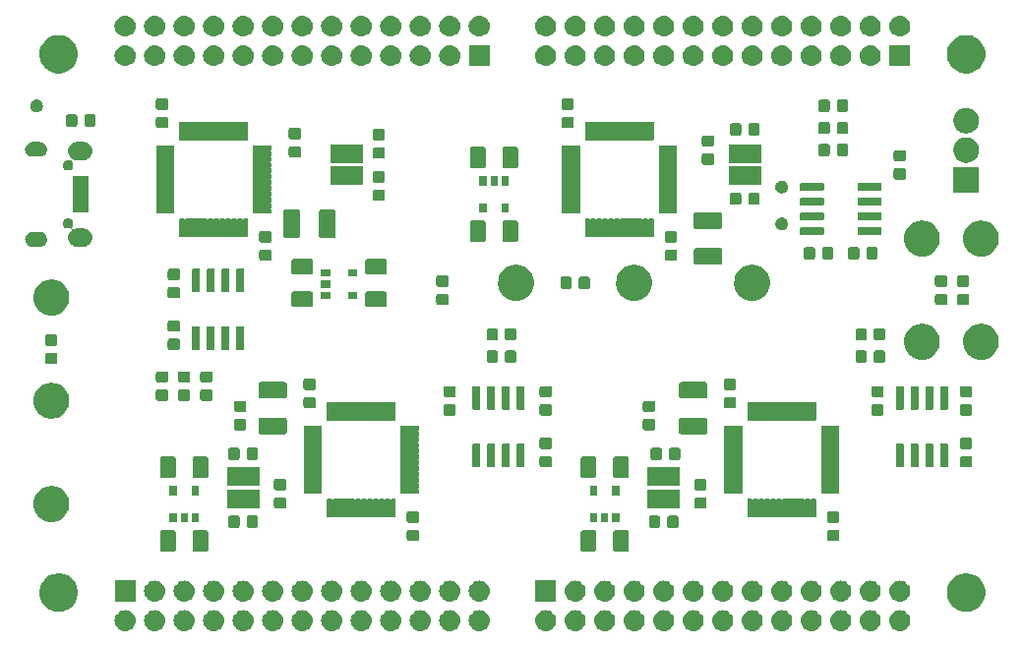
<source format=gbr>
G04 #@! TF.GenerationSoftware,KiCad,Pcbnew,(5.1.4)-1*
G04 #@! TF.CreationDate,2019-12-12T19:33:13+09:00*
G04 #@! TF.ProjectId,microevalb,6d696372-6f65-4766-916c-622e6b696361,rev?*
G04 #@! TF.SameCoordinates,Original*
G04 #@! TF.FileFunction,Soldermask,Top*
G04 #@! TF.FilePolarity,Negative*
%FSLAX46Y46*%
G04 Gerber Fmt 4.6, Leading zero omitted, Abs format (unit mm)*
G04 Created by KiCad (PCBNEW (5.1.4)-1) date 2019-12-12 19:33:13*
%MOMM*%
%LPD*%
G04 APERTURE LIST*
%ADD10C,0.100000*%
G04 APERTURE END LIST*
D10*
G36*
X111870443Y-94863519D02*
G01*
X111936627Y-94870037D01*
X112106466Y-94921557D01*
X112262991Y-95005222D01*
X112298729Y-95034552D01*
X112400186Y-95117814D01*
X112483448Y-95219271D01*
X112512778Y-95255009D01*
X112596443Y-95411534D01*
X112647963Y-95581373D01*
X112665359Y-95758000D01*
X112647963Y-95934627D01*
X112596443Y-96104466D01*
X112512778Y-96260991D01*
X112483448Y-96296729D01*
X112400186Y-96398186D01*
X112298729Y-96481448D01*
X112262991Y-96510778D01*
X112106466Y-96594443D01*
X111936627Y-96645963D01*
X111870443Y-96652481D01*
X111804260Y-96659000D01*
X111715740Y-96659000D01*
X111649558Y-96652482D01*
X111583373Y-96645963D01*
X111413534Y-96594443D01*
X111257009Y-96510778D01*
X111221271Y-96481448D01*
X111119814Y-96398186D01*
X111036552Y-96296729D01*
X111007222Y-96260991D01*
X110923557Y-96104466D01*
X110872037Y-95934627D01*
X110854641Y-95758000D01*
X110872037Y-95581373D01*
X110923557Y-95411534D01*
X111007222Y-95255009D01*
X111036552Y-95219271D01*
X111119814Y-95117814D01*
X111221271Y-95034552D01*
X111257009Y-95005222D01*
X111413534Y-94921557D01*
X111583373Y-94870037D01*
X111649558Y-94863518D01*
X111715740Y-94857000D01*
X111804260Y-94857000D01*
X111870443Y-94863519D01*
X111870443Y-94863519D01*
G37*
G36*
X78215443Y-94863519D02*
G01*
X78281627Y-94870037D01*
X78451466Y-94921557D01*
X78607991Y-95005222D01*
X78643729Y-95034552D01*
X78745186Y-95117814D01*
X78828448Y-95219271D01*
X78857778Y-95255009D01*
X78941443Y-95411534D01*
X78992963Y-95581373D01*
X79010359Y-95758000D01*
X78992963Y-95934627D01*
X78941443Y-96104466D01*
X78857778Y-96260991D01*
X78828448Y-96296729D01*
X78745186Y-96398186D01*
X78643729Y-96481448D01*
X78607991Y-96510778D01*
X78451466Y-96594443D01*
X78281627Y-96645963D01*
X78215442Y-96652482D01*
X78149260Y-96659000D01*
X78060740Y-96659000D01*
X77994558Y-96652482D01*
X77928373Y-96645963D01*
X77758534Y-96594443D01*
X77602009Y-96510778D01*
X77566271Y-96481448D01*
X77464814Y-96398186D01*
X77381552Y-96296729D01*
X77352222Y-96260991D01*
X77268557Y-96104466D01*
X77217037Y-95934627D01*
X77199641Y-95758000D01*
X77217037Y-95581373D01*
X77268557Y-95411534D01*
X77352222Y-95255009D01*
X77381552Y-95219271D01*
X77464814Y-95117814D01*
X77566271Y-95034552D01*
X77602009Y-95005222D01*
X77758534Y-94921557D01*
X77928373Y-94870037D01*
X77994557Y-94863519D01*
X78060740Y-94857000D01*
X78149260Y-94857000D01*
X78215443Y-94863519D01*
X78215443Y-94863519D01*
G37*
G36*
X116950443Y-94863519D02*
G01*
X117016627Y-94870037D01*
X117186466Y-94921557D01*
X117342991Y-95005222D01*
X117378729Y-95034552D01*
X117480186Y-95117814D01*
X117563448Y-95219271D01*
X117592778Y-95255009D01*
X117676443Y-95411534D01*
X117727963Y-95581373D01*
X117745359Y-95758000D01*
X117727963Y-95934627D01*
X117676443Y-96104466D01*
X117592778Y-96260991D01*
X117563448Y-96296729D01*
X117480186Y-96398186D01*
X117378729Y-96481448D01*
X117342991Y-96510778D01*
X117186466Y-96594443D01*
X117016627Y-96645963D01*
X116950443Y-96652481D01*
X116884260Y-96659000D01*
X116795740Y-96659000D01*
X116729558Y-96652482D01*
X116663373Y-96645963D01*
X116493534Y-96594443D01*
X116337009Y-96510778D01*
X116301271Y-96481448D01*
X116199814Y-96398186D01*
X116116552Y-96296729D01*
X116087222Y-96260991D01*
X116003557Y-96104466D01*
X115952037Y-95934627D01*
X115934641Y-95758000D01*
X115952037Y-95581373D01*
X116003557Y-95411534D01*
X116087222Y-95255009D01*
X116116552Y-95219271D01*
X116199814Y-95117814D01*
X116301271Y-95034552D01*
X116337009Y-95005222D01*
X116493534Y-94921557D01*
X116663373Y-94870037D01*
X116729558Y-94863518D01*
X116795740Y-94857000D01*
X116884260Y-94857000D01*
X116950443Y-94863519D01*
X116950443Y-94863519D01*
G37*
G36*
X50275443Y-94863519D02*
G01*
X50341627Y-94870037D01*
X50511466Y-94921557D01*
X50667991Y-95005222D01*
X50703729Y-95034552D01*
X50805186Y-95117814D01*
X50888448Y-95219271D01*
X50917778Y-95255009D01*
X51001443Y-95411534D01*
X51052963Y-95581373D01*
X51070359Y-95758000D01*
X51052963Y-95934627D01*
X51001443Y-96104466D01*
X50917778Y-96260991D01*
X50888448Y-96296729D01*
X50805186Y-96398186D01*
X50703729Y-96481448D01*
X50667991Y-96510778D01*
X50511466Y-96594443D01*
X50341627Y-96645963D01*
X50275442Y-96652482D01*
X50209260Y-96659000D01*
X50120740Y-96659000D01*
X50054558Y-96652482D01*
X49988373Y-96645963D01*
X49818534Y-96594443D01*
X49662009Y-96510778D01*
X49626271Y-96481448D01*
X49524814Y-96398186D01*
X49441552Y-96296729D01*
X49412222Y-96260991D01*
X49328557Y-96104466D01*
X49277037Y-95934627D01*
X49259641Y-95758000D01*
X49277037Y-95581373D01*
X49328557Y-95411534D01*
X49412222Y-95255009D01*
X49441552Y-95219271D01*
X49524814Y-95117814D01*
X49626271Y-95034552D01*
X49662009Y-95005222D01*
X49818534Y-94921557D01*
X49988373Y-94870037D01*
X50054557Y-94863519D01*
X50120740Y-94857000D01*
X50209260Y-94857000D01*
X50275443Y-94863519D01*
X50275443Y-94863519D01*
G37*
G36*
X52815443Y-94863519D02*
G01*
X52881627Y-94870037D01*
X53051466Y-94921557D01*
X53207991Y-95005222D01*
X53243729Y-95034552D01*
X53345186Y-95117814D01*
X53428448Y-95219271D01*
X53457778Y-95255009D01*
X53541443Y-95411534D01*
X53592963Y-95581373D01*
X53610359Y-95758000D01*
X53592963Y-95934627D01*
X53541443Y-96104466D01*
X53457778Y-96260991D01*
X53428448Y-96296729D01*
X53345186Y-96398186D01*
X53243729Y-96481448D01*
X53207991Y-96510778D01*
X53051466Y-96594443D01*
X52881627Y-96645963D01*
X52815442Y-96652482D01*
X52749260Y-96659000D01*
X52660740Y-96659000D01*
X52594558Y-96652482D01*
X52528373Y-96645963D01*
X52358534Y-96594443D01*
X52202009Y-96510778D01*
X52166271Y-96481448D01*
X52064814Y-96398186D01*
X51981552Y-96296729D01*
X51952222Y-96260991D01*
X51868557Y-96104466D01*
X51817037Y-95934627D01*
X51799641Y-95758000D01*
X51817037Y-95581373D01*
X51868557Y-95411534D01*
X51952222Y-95255009D01*
X51981552Y-95219271D01*
X52064814Y-95117814D01*
X52166271Y-95034552D01*
X52202009Y-95005222D01*
X52358534Y-94921557D01*
X52528373Y-94870037D01*
X52594557Y-94863519D01*
X52660740Y-94857000D01*
X52749260Y-94857000D01*
X52815443Y-94863519D01*
X52815443Y-94863519D01*
G37*
G36*
X55355443Y-94863519D02*
G01*
X55421627Y-94870037D01*
X55591466Y-94921557D01*
X55747991Y-95005222D01*
X55783729Y-95034552D01*
X55885186Y-95117814D01*
X55968448Y-95219271D01*
X55997778Y-95255009D01*
X56081443Y-95411534D01*
X56132963Y-95581373D01*
X56150359Y-95758000D01*
X56132963Y-95934627D01*
X56081443Y-96104466D01*
X55997778Y-96260991D01*
X55968448Y-96296729D01*
X55885186Y-96398186D01*
X55783729Y-96481448D01*
X55747991Y-96510778D01*
X55591466Y-96594443D01*
X55421627Y-96645963D01*
X55355442Y-96652482D01*
X55289260Y-96659000D01*
X55200740Y-96659000D01*
X55134558Y-96652482D01*
X55068373Y-96645963D01*
X54898534Y-96594443D01*
X54742009Y-96510778D01*
X54706271Y-96481448D01*
X54604814Y-96398186D01*
X54521552Y-96296729D01*
X54492222Y-96260991D01*
X54408557Y-96104466D01*
X54357037Y-95934627D01*
X54339641Y-95758000D01*
X54357037Y-95581373D01*
X54408557Y-95411534D01*
X54492222Y-95255009D01*
X54521552Y-95219271D01*
X54604814Y-95117814D01*
X54706271Y-95034552D01*
X54742009Y-95005222D01*
X54898534Y-94921557D01*
X55068373Y-94870037D01*
X55134557Y-94863519D01*
X55200740Y-94857000D01*
X55289260Y-94857000D01*
X55355443Y-94863519D01*
X55355443Y-94863519D01*
G37*
G36*
X57895443Y-94863519D02*
G01*
X57961627Y-94870037D01*
X58131466Y-94921557D01*
X58287991Y-95005222D01*
X58323729Y-95034552D01*
X58425186Y-95117814D01*
X58508448Y-95219271D01*
X58537778Y-95255009D01*
X58621443Y-95411534D01*
X58672963Y-95581373D01*
X58690359Y-95758000D01*
X58672963Y-95934627D01*
X58621443Y-96104466D01*
X58537778Y-96260991D01*
X58508448Y-96296729D01*
X58425186Y-96398186D01*
X58323729Y-96481448D01*
X58287991Y-96510778D01*
X58131466Y-96594443D01*
X57961627Y-96645963D01*
X57895442Y-96652482D01*
X57829260Y-96659000D01*
X57740740Y-96659000D01*
X57674558Y-96652482D01*
X57608373Y-96645963D01*
X57438534Y-96594443D01*
X57282009Y-96510778D01*
X57246271Y-96481448D01*
X57144814Y-96398186D01*
X57061552Y-96296729D01*
X57032222Y-96260991D01*
X56948557Y-96104466D01*
X56897037Y-95934627D01*
X56879641Y-95758000D01*
X56897037Y-95581373D01*
X56948557Y-95411534D01*
X57032222Y-95255009D01*
X57061552Y-95219271D01*
X57144814Y-95117814D01*
X57246271Y-95034552D01*
X57282009Y-95005222D01*
X57438534Y-94921557D01*
X57608373Y-94870037D01*
X57674557Y-94863519D01*
X57740740Y-94857000D01*
X57829260Y-94857000D01*
X57895443Y-94863519D01*
X57895443Y-94863519D01*
G37*
G36*
X60435443Y-94863519D02*
G01*
X60501627Y-94870037D01*
X60671466Y-94921557D01*
X60827991Y-95005222D01*
X60863729Y-95034552D01*
X60965186Y-95117814D01*
X61048448Y-95219271D01*
X61077778Y-95255009D01*
X61161443Y-95411534D01*
X61212963Y-95581373D01*
X61230359Y-95758000D01*
X61212963Y-95934627D01*
X61161443Y-96104466D01*
X61077778Y-96260991D01*
X61048448Y-96296729D01*
X60965186Y-96398186D01*
X60863729Y-96481448D01*
X60827991Y-96510778D01*
X60671466Y-96594443D01*
X60501627Y-96645963D01*
X60435442Y-96652482D01*
X60369260Y-96659000D01*
X60280740Y-96659000D01*
X60214558Y-96652482D01*
X60148373Y-96645963D01*
X59978534Y-96594443D01*
X59822009Y-96510778D01*
X59786271Y-96481448D01*
X59684814Y-96398186D01*
X59601552Y-96296729D01*
X59572222Y-96260991D01*
X59488557Y-96104466D01*
X59437037Y-95934627D01*
X59419641Y-95758000D01*
X59437037Y-95581373D01*
X59488557Y-95411534D01*
X59572222Y-95255009D01*
X59601552Y-95219271D01*
X59684814Y-95117814D01*
X59786271Y-95034552D01*
X59822009Y-95005222D01*
X59978534Y-94921557D01*
X60148373Y-94870037D01*
X60214557Y-94863519D01*
X60280740Y-94857000D01*
X60369260Y-94857000D01*
X60435443Y-94863519D01*
X60435443Y-94863519D01*
G37*
G36*
X62975443Y-94863519D02*
G01*
X63041627Y-94870037D01*
X63211466Y-94921557D01*
X63367991Y-95005222D01*
X63403729Y-95034552D01*
X63505186Y-95117814D01*
X63588448Y-95219271D01*
X63617778Y-95255009D01*
X63701443Y-95411534D01*
X63752963Y-95581373D01*
X63770359Y-95758000D01*
X63752963Y-95934627D01*
X63701443Y-96104466D01*
X63617778Y-96260991D01*
X63588448Y-96296729D01*
X63505186Y-96398186D01*
X63403729Y-96481448D01*
X63367991Y-96510778D01*
X63211466Y-96594443D01*
X63041627Y-96645963D01*
X62975442Y-96652482D01*
X62909260Y-96659000D01*
X62820740Y-96659000D01*
X62754558Y-96652482D01*
X62688373Y-96645963D01*
X62518534Y-96594443D01*
X62362009Y-96510778D01*
X62326271Y-96481448D01*
X62224814Y-96398186D01*
X62141552Y-96296729D01*
X62112222Y-96260991D01*
X62028557Y-96104466D01*
X61977037Y-95934627D01*
X61959641Y-95758000D01*
X61977037Y-95581373D01*
X62028557Y-95411534D01*
X62112222Y-95255009D01*
X62141552Y-95219271D01*
X62224814Y-95117814D01*
X62326271Y-95034552D01*
X62362009Y-95005222D01*
X62518534Y-94921557D01*
X62688373Y-94870037D01*
X62754557Y-94863519D01*
X62820740Y-94857000D01*
X62909260Y-94857000D01*
X62975443Y-94863519D01*
X62975443Y-94863519D01*
G37*
G36*
X65515443Y-94863519D02*
G01*
X65581627Y-94870037D01*
X65751466Y-94921557D01*
X65907991Y-95005222D01*
X65943729Y-95034552D01*
X66045186Y-95117814D01*
X66128448Y-95219271D01*
X66157778Y-95255009D01*
X66241443Y-95411534D01*
X66292963Y-95581373D01*
X66310359Y-95758000D01*
X66292963Y-95934627D01*
X66241443Y-96104466D01*
X66157778Y-96260991D01*
X66128448Y-96296729D01*
X66045186Y-96398186D01*
X65943729Y-96481448D01*
X65907991Y-96510778D01*
X65751466Y-96594443D01*
X65581627Y-96645963D01*
X65515442Y-96652482D01*
X65449260Y-96659000D01*
X65360740Y-96659000D01*
X65294558Y-96652482D01*
X65228373Y-96645963D01*
X65058534Y-96594443D01*
X64902009Y-96510778D01*
X64866271Y-96481448D01*
X64764814Y-96398186D01*
X64681552Y-96296729D01*
X64652222Y-96260991D01*
X64568557Y-96104466D01*
X64517037Y-95934627D01*
X64499641Y-95758000D01*
X64517037Y-95581373D01*
X64568557Y-95411534D01*
X64652222Y-95255009D01*
X64681552Y-95219271D01*
X64764814Y-95117814D01*
X64866271Y-95034552D01*
X64902009Y-95005222D01*
X65058534Y-94921557D01*
X65228373Y-94870037D01*
X65294557Y-94863519D01*
X65360740Y-94857000D01*
X65449260Y-94857000D01*
X65515443Y-94863519D01*
X65515443Y-94863519D01*
G37*
G36*
X68055443Y-94863519D02*
G01*
X68121627Y-94870037D01*
X68291466Y-94921557D01*
X68447991Y-95005222D01*
X68483729Y-95034552D01*
X68585186Y-95117814D01*
X68668448Y-95219271D01*
X68697778Y-95255009D01*
X68781443Y-95411534D01*
X68832963Y-95581373D01*
X68850359Y-95758000D01*
X68832963Y-95934627D01*
X68781443Y-96104466D01*
X68697778Y-96260991D01*
X68668448Y-96296729D01*
X68585186Y-96398186D01*
X68483729Y-96481448D01*
X68447991Y-96510778D01*
X68291466Y-96594443D01*
X68121627Y-96645963D01*
X68055442Y-96652482D01*
X67989260Y-96659000D01*
X67900740Y-96659000D01*
X67834558Y-96652482D01*
X67768373Y-96645963D01*
X67598534Y-96594443D01*
X67442009Y-96510778D01*
X67406271Y-96481448D01*
X67304814Y-96398186D01*
X67221552Y-96296729D01*
X67192222Y-96260991D01*
X67108557Y-96104466D01*
X67057037Y-95934627D01*
X67039641Y-95758000D01*
X67057037Y-95581373D01*
X67108557Y-95411534D01*
X67192222Y-95255009D01*
X67221552Y-95219271D01*
X67304814Y-95117814D01*
X67406271Y-95034552D01*
X67442009Y-95005222D01*
X67598534Y-94921557D01*
X67768373Y-94870037D01*
X67834557Y-94863519D01*
X67900740Y-94857000D01*
X67989260Y-94857000D01*
X68055443Y-94863519D01*
X68055443Y-94863519D01*
G37*
G36*
X70595443Y-94863519D02*
G01*
X70661627Y-94870037D01*
X70831466Y-94921557D01*
X70987991Y-95005222D01*
X71023729Y-95034552D01*
X71125186Y-95117814D01*
X71208448Y-95219271D01*
X71237778Y-95255009D01*
X71321443Y-95411534D01*
X71372963Y-95581373D01*
X71390359Y-95758000D01*
X71372963Y-95934627D01*
X71321443Y-96104466D01*
X71237778Y-96260991D01*
X71208448Y-96296729D01*
X71125186Y-96398186D01*
X71023729Y-96481448D01*
X70987991Y-96510778D01*
X70831466Y-96594443D01*
X70661627Y-96645963D01*
X70595442Y-96652482D01*
X70529260Y-96659000D01*
X70440740Y-96659000D01*
X70374558Y-96652482D01*
X70308373Y-96645963D01*
X70138534Y-96594443D01*
X69982009Y-96510778D01*
X69946271Y-96481448D01*
X69844814Y-96398186D01*
X69761552Y-96296729D01*
X69732222Y-96260991D01*
X69648557Y-96104466D01*
X69597037Y-95934627D01*
X69579641Y-95758000D01*
X69597037Y-95581373D01*
X69648557Y-95411534D01*
X69732222Y-95255009D01*
X69761552Y-95219271D01*
X69844814Y-95117814D01*
X69946271Y-95034552D01*
X69982009Y-95005222D01*
X70138534Y-94921557D01*
X70308373Y-94870037D01*
X70374557Y-94863519D01*
X70440740Y-94857000D01*
X70529260Y-94857000D01*
X70595443Y-94863519D01*
X70595443Y-94863519D01*
G37*
G36*
X73135443Y-94863519D02*
G01*
X73201627Y-94870037D01*
X73371466Y-94921557D01*
X73527991Y-95005222D01*
X73563729Y-95034552D01*
X73665186Y-95117814D01*
X73748448Y-95219271D01*
X73777778Y-95255009D01*
X73861443Y-95411534D01*
X73912963Y-95581373D01*
X73930359Y-95758000D01*
X73912963Y-95934627D01*
X73861443Y-96104466D01*
X73777778Y-96260991D01*
X73748448Y-96296729D01*
X73665186Y-96398186D01*
X73563729Y-96481448D01*
X73527991Y-96510778D01*
X73371466Y-96594443D01*
X73201627Y-96645963D01*
X73135442Y-96652482D01*
X73069260Y-96659000D01*
X72980740Y-96659000D01*
X72914558Y-96652482D01*
X72848373Y-96645963D01*
X72678534Y-96594443D01*
X72522009Y-96510778D01*
X72486271Y-96481448D01*
X72384814Y-96398186D01*
X72301552Y-96296729D01*
X72272222Y-96260991D01*
X72188557Y-96104466D01*
X72137037Y-95934627D01*
X72119641Y-95758000D01*
X72137037Y-95581373D01*
X72188557Y-95411534D01*
X72272222Y-95255009D01*
X72301552Y-95219271D01*
X72384814Y-95117814D01*
X72486271Y-95034552D01*
X72522009Y-95005222D01*
X72678534Y-94921557D01*
X72848373Y-94870037D01*
X72914557Y-94863519D01*
X72980740Y-94857000D01*
X73069260Y-94857000D01*
X73135443Y-94863519D01*
X73135443Y-94863519D01*
G37*
G36*
X75675443Y-94863519D02*
G01*
X75741627Y-94870037D01*
X75911466Y-94921557D01*
X76067991Y-95005222D01*
X76103729Y-95034552D01*
X76205186Y-95117814D01*
X76288448Y-95219271D01*
X76317778Y-95255009D01*
X76401443Y-95411534D01*
X76452963Y-95581373D01*
X76470359Y-95758000D01*
X76452963Y-95934627D01*
X76401443Y-96104466D01*
X76317778Y-96260991D01*
X76288448Y-96296729D01*
X76205186Y-96398186D01*
X76103729Y-96481448D01*
X76067991Y-96510778D01*
X75911466Y-96594443D01*
X75741627Y-96645963D01*
X75675442Y-96652482D01*
X75609260Y-96659000D01*
X75520740Y-96659000D01*
X75454558Y-96652482D01*
X75388373Y-96645963D01*
X75218534Y-96594443D01*
X75062009Y-96510778D01*
X75026271Y-96481448D01*
X74924814Y-96398186D01*
X74841552Y-96296729D01*
X74812222Y-96260991D01*
X74728557Y-96104466D01*
X74677037Y-95934627D01*
X74659641Y-95758000D01*
X74677037Y-95581373D01*
X74728557Y-95411534D01*
X74812222Y-95255009D01*
X74841552Y-95219271D01*
X74924814Y-95117814D01*
X75026271Y-95034552D01*
X75062009Y-95005222D01*
X75218534Y-94921557D01*
X75388373Y-94870037D01*
X75454557Y-94863519D01*
X75520740Y-94857000D01*
X75609260Y-94857000D01*
X75675443Y-94863519D01*
X75675443Y-94863519D01*
G37*
G36*
X80755443Y-94863519D02*
G01*
X80821627Y-94870037D01*
X80991466Y-94921557D01*
X81147991Y-95005222D01*
X81183729Y-95034552D01*
X81285186Y-95117814D01*
X81368448Y-95219271D01*
X81397778Y-95255009D01*
X81481443Y-95411534D01*
X81532963Y-95581373D01*
X81550359Y-95758000D01*
X81532963Y-95934627D01*
X81481443Y-96104466D01*
X81397778Y-96260991D01*
X81368448Y-96296729D01*
X81285186Y-96398186D01*
X81183729Y-96481448D01*
X81147991Y-96510778D01*
X80991466Y-96594443D01*
X80821627Y-96645963D01*
X80755442Y-96652482D01*
X80689260Y-96659000D01*
X80600740Y-96659000D01*
X80534558Y-96652482D01*
X80468373Y-96645963D01*
X80298534Y-96594443D01*
X80142009Y-96510778D01*
X80106271Y-96481448D01*
X80004814Y-96398186D01*
X79921552Y-96296729D01*
X79892222Y-96260991D01*
X79808557Y-96104466D01*
X79757037Y-95934627D01*
X79739641Y-95758000D01*
X79757037Y-95581373D01*
X79808557Y-95411534D01*
X79892222Y-95255009D01*
X79921552Y-95219271D01*
X80004814Y-95117814D01*
X80106271Y-95034552D01*
X80142009Y-95005222D01*
X80298534Y-94921557D01*
X80468373Y-94870037D01*
X80534557Y-94863519D01*
X80600740Y-94857000D01*
X80689260Y-94857000D01*
X80755443Y-94863519D01*
X80755443Y-94863519D01*
G37*
G36*
X114410443Y-94863519D02*
G01*
X114476627Y-94870037D01*
X114646466Y-94921557D01*
X114802991Y-95005222D01*
X114838729Y-95034552D01*
X114940186Y-95117814D01*
X115023448Y-95219271D01*
X115052778Y-95255009D01*
X115136443Y-95411534D01*
X115187963Y-95581373D01*
X115205359Y-95758000D01*
X115187963Y-95934627D01*
X115136443Y-96104466D01*
X115052778Y-96260991D01*
X115023448Y-96296729D01*
X114940186Y-96398186D01*
X114838729Y-96481448D01*
X114802991Y-96510778D01*
X114646466Y-96594443D01*
X114476627Y-96645963D01*
X114410443Y-96652481D01*
X114344260Y-96659000D01*
X114255740Y-96659000D01*
X114189558Y-96652482D01*
X114123373Y-96645963D01*
X113953534Y-96594443D01*
X113797009Y-96510778D01*
X113761271Y-96481448D01*
X113659814Y-96398186D01*
X113576552Y-96296729D01*
X113547222Y-96260991D01*
X113463557Y-96104466D01*
X113412037Y-95934627D01*
X113394641Y-95758000D01*
X113412037Y-95581373D01*
X113463557Y-95411534D01*
X113547222Y-95255009D01*
X113576552Y-95219271D01*
X113659814Y-95117814D01*
X113761271Y-95034552D01*
X113797009Y-95005222D01*
X113953534Y-94921557D01*
X114123373Y-94870037D01*
X114189558Y-94863518D01*
X114255740Y-94857000D01*
X114344260Y-94857000D01*
X114410443Y-94863519D01*
X114410443Y-94863519D01*
G37*
G36*
X109330443Y-94863519D02*
G01*
X109396627Y-94870037D01*
X109566466Y-94921557D01*
X109722991Y-95005222D01*
X109758729Y-95034552D01*
X109860186Y-95117814D01*
X109943448Y-95219271D01*
X109972778Y-95255009D01*
X110056443Y-95411534D01*
X110107963Y-95581373D01*
X110125359Y-95758000D01*
X110107963Y-95934627D01*
X110056443Y-96104466D01*
X109972778Y-96260991D01*
X109943448Y-96296729D01*
X109860186Y-96398186D01*
X109758729Y-96481448D01*
X109722991Y-96510778D01*
X109566466Y-96594443D01*
X109396627Y-96645963D01*
X109330443Y-96652481D01*
X109264260Y-96659000D01*
X109175740Y-96659000D01*
X109109558Y-96652482D01*
X109043373Y-96645963D01*
X108873534Y-96594443D01*
X108717009Y-96510778D01*
X108681271Y-96481448D01*
X108579814Y-96398186D01*
X108496552Y-96296729D01*
X108467222Y-96260991D01*
X108383557Y-96104466D01*
X108332037Y-95934627D01*
X108314641Y-95758000D01*
X108332037Y-95581373D01*
X108383557Y-95411534D01*
X108467222Y-95255009D01*
X108496552Y-95219271D01*
X108579814Y-95117814D01*
X108681271Y-95034552D01*
X108717009Y-95005222D01*
X108873534Y-94921557D01*
X109043373Y-94870037D01*
X109109557Y-94863519D01*
X109175740Y-94857000D01*
X109264260Y-94857000D01*
X109330443Y-94863519D01*
X109330443Y-94863519D01*
G37*
G36*
X106790443Y-94863519D02*
G01*
X106856627Y-94870037D01*
X107026466Y-94921557D01*
X107182991Y-95005222D01*
X107218729Y-95034552D01*
X107320186Y-95117814D01*
X107403448Y-95219271D01*
X107432778Y-95255009D01*
X107516443Y-95411534D01*
X107567963Y-95581373D01*
X107585359Y-95758000D01*
X107567963Y-95934627D01*
X107516443Y-96104466D01*
X107432778Y-96260991D01*
X107403448Y-96296729D01*
X107320186Y-96398186D01*
X107218729Y-96481448D01*
X107182991Y-96510778D01*
X107026466Y-96594443D01*
X106856627Y-96645963D01*
X106790443Y-96652481D01*
X106724260Y-96659000D01*
X106635740Y-96659000D01*
X106569558Y-96652482D01*
X106503373Y-96645963D01*
X106333534Y-96594443D01*
X106177009Y-96510778D01*
X106141271Y-96481448D01*
X106039814Y-96398186D01*
X105956552Y-96296729D01*
X105927222Y-96260991D01*
X105843557Y-96104466D01*
X105792037Y-95934627D01*
X105774641Y-95758000D01*
X105792037Y-95581373D01*
X105843557Y-95411534D01*
X105927222Y-95255009D01*
X105956552Y-95219271D01*
X106039814Y-95117814D01*
X106141271Y-95034552D01*
X106177009Y-95005222D01*
X106333534Y-94921557D01*
X106503373Y-94870037D01*
X106569557Y-94863519D01*
X106635740Y-94857000D01*
X106724260Y-94857000D01*
X106790443Y-94863519D01*
X106790443Y-94863519D01*
G37*
G36*
X104250443Y-94863519D02*
G01*
X104316627Y-94870037D01*
X104486466Y-94921557D01*
X104642991Y-95005222D01*
X104678729Y-95034552D01*
X104780186Y-95117814D01*
X104863448Y-95219271D01*
X104892778Y-95255009D01*
X104976443Y-95411534D01*
X105027963Y-95581373D01*
X105045359Y-95758000D01*
X105027963Y-95934627D01*
X104976443Y-96104466D01*
X104892778Y-96260991D01*
X104863448Y-96296729D01*
X104780186Y-96398186D01*
X104678729Y-96481448D01*
X104642991Y-96510778D01*
X104486466Y-96594443D01*
X104316627Y-96645963D01*
X104250443Y-96652481D01*
X104184260Y-96659000D01*
X104095740Y-96659000D01*
X104029558Y-96652482D01*
X103963373Y-96645963D01*
X103793534Y-96594443D01*
X103637009Y-96510778D01*
X103601271Y-96481448D01*
X103499814Y-96398186D01*
X103416552Y-96296729D01*
X103387222Y-96260991D01*
X103303557Y-96104466D01*
X103252037Y-95934627D01*
X103234641Y-95758000D01*
X103252037Y-95581373D01*
X103303557Y-95411534D01*
X103387222Y-95255009D01*
X103416552Y-95219271D01*
X103499814Y-95117814D01*
X103601271Y-95034552D01*
X103637009Y-95005222D01*
X103793534Y-94921557D01*
X103963373Y-94870037D01*
X104029557Y-94863519D01*
X104095740Y-94857000D01*
X104184260Y-94857000D01*
X104250443Y-94863519D01*
X104250443Y-94863519D01*
G37*
G36*
X101710443Y-94863519D02*
G01*
X101776627Y-94870037D01*
X101946466Y-94921557D01*
X102102991Y-95005222D01*
X102138729Y-95034552D01*
X102240186Y-95117814D01*
X102323448Y-95219271D01*
X102352778Y-95255009D01*
X102436443Y-95411534D01*
X102487963Y-95581373D01*
X102505359Y-95758000D01*
X102487963Y-95934627D01*
X102436443Y-96104466D01*
X102352778Y-96260991D01*
X102323448Y-96296729D01*
X102240186Y-96398186D01*
X102138729Y-96481448D01*
X102102991Y-96510778D01*
X101946466Y-96594443D01*
X101776627Y-96645963D01*
X101710443Y-96652481D01*
X101644260Y-96659000D01*
X101555740Y-96659000D01*
X101489558Y-96652482D01*
X101423373Y-96645963D01*
X101253534Y-96594443D01*
X101097009Y-96510778D01*
X101061271Y-96481448D01*
X100959814Y-96398186D01*
X100876552Y-96296729D01*
X100847222Y-96260991D01*
X100763557Y-96104466D01*
X100712037Y-95934627D01*
X100694641Y-95758000D01*
X100712037Y-95581373D01*
X100763557Y-95411534D01*
X100847222Y-95255009D01*
X100876552Y-95219271D01*
X100959814Y-95117814D01*
X101061271Y-95034552D01*
X101097009Y-95005222D01*
X101253534Y-94921557D01*
X101423373Y-94870037D01*
X101489557Y-94863519D01*
X101555740Y-94857000D01*
X101644260Y-94857000D01*
X101710443Y-94863519D01*
X101710443Y-94863519D01*
G37*
G36*
X99170443Y-94863519D02*
G01*
X99236627Y-94870037D01*
X99406466Y-94921557D01*
X99562991Y-95005222D01*
X99598729Y-95034552D01*
X99700186Y-95117814D01*
X99783448Y-95219271D01*
X99812778Y-95255009D01*
X99896443Y-95411534D01*
X99947963Y-95581373D01*
X99965359Y-95758000D01*
X99947963Y-95934627D01*
X99896443Y-96104466D01*
X99812778Y-96260991D01*
X99783448Y-96296729D01*
X99700186Y-96398186D01*
X99598729Y-96481448D01*
X99562991Y-96510778D01*
X99406466Y-96594443D01*
X99236627Y-96645963D01*
X99170443Y-96652481D01*
X99104260Y-96659000D01*
X99015740Y-96659000D01*
X98949558Y-96652482D01*
X98883373Y-96645963D01*
X98713534Y-96594443D01*
X98557009Y-96510778D01*
X98521271Y-96481448D01*
X98419814Y-96398186D01*
X98336552Y-96296729D01*
X98307222Y-96260991D01*
X98223557Y-96104466D01*
X98172037Y-95934627D01*
X98154641Y-95758000D01*
X98172037Y-95581373D01*
X98223557Y-95411534D01*
X98307222Y-95255009D01*
X98336552Y-95219271D01*
X98419814Y-95117814D01*
X98521271Y-95034552D01*
X98557009Y-95005222D01*
X98713534Y-94921557D01*
X98883373Y-94870037D01*
X98949557Y-94863519D01*
X99015740Y-94857000D01*
X99104260Y-94857000D01*
X99170443Y-94863519D01*
X99170443Y-94863519D01*
G37*
G36*
X94090443Y-94863519D02*
G01*
X94156627Y-94870037D01*
X94326466Y-94921557D01*
X94482991Y-95005222D01*
X94518729Y-95034552D01*
X94620186Y-95117814D01*
X94703448Y-95219271D01*
X94732778Y-95255009D01*
X94816443Y-95411534D01*
X94867963Y-95581373D01*
X94885359Y-95758000D01*
X94867963Y-95934627D01*
X94816443Y-96104466D01*
X94732778Y-96260991D01*
X94703448Y-96296729D01*
X94620186Y-96398186D01*
X94518729Y-96481448D01*
X94482991Y-96510778D01*
X94326466Y-96594443D01*
X94156627Y-96645963D01*
X94090443Y-96652481D01*
X94024260Y-96659000D01*
X93935740Y-96659000D01*
X93869558Y-96652482D01*
X93803373Y-96645963D01*
X93633534Y-96594443D01*
X93477009Y-96510778D01*
X93441271Y-96481448D01*
X93339814Y-96398186D01*
X93256552Y-96296729D01*
X93227222Y-96260991D01*
X93143557Y-96104466D01*
X93092037Y-95934627D01*
X93074641Y-95758000D01*
X93092037Y-95581373D01*
X93143557Y-95411534D01*
X93227222Y-95255009D01*
X93256552Y-95219271D01*
X93339814Y-95117814D01*
X93441271Y-95034552D01*
X93477009Y-95005222D01*
X93633534Y-94921557D01*
X93803373Y-94870037D01*
X93869557Y-94863519D01*
X93935740Y-94857000D01*
X94024260Y-94857000D01*
X94090443Y-94863519D01*
X94090443Y-94863519D01*
G37*
G36*
X91550443Y-94863519D02*
G01*
X91616627Y-94870037D01*
X91786466Y-94921557D01*
X91942991Y-95005222D01*
X91978729Y-95034552D01*
X92080186Y-95117814D01*
X92163448Y-95219271D01*
X92192778Y-95255009D01*
X92276443Y-95411534D01*
X92327963Y-95581373D01*
X92345359Y-95758000D01*
X92327963Y-95934627D01*
X92276443Y-96104466D01*
X92192778Y-96260991D01*
X92163448Y-96296729D01*
X92080186Y-96398186D01*
X91978729Y-96481448D01*
X91942991Y-96510778D01*
X91786466Y-96594443D01*
X91616627Y-96645963D01*
X91550442Y-96652482D01*
X91484260Y-96659000D01*
X91395740Y-96659000D01*
X91329558Y-96652482D01*
X91263373Y-96645963D01*
X91093534Y-96594443D01*
X90937009Y-96510778D01*
X90901271Y-96481448D01*
X90799814Y-96398186D01*
X90716552Y-96296729D01*
X90687222Y-96260991D01*
X90603557Y-96104466D01*
X90552037Y-95934627D01*
X90534641Y-95758000D01*
X90552037Y-95581373D01*
X90603557Y-95411534D01*
X90687222Y-95255009D01*
X90716552Y-95219271D01*
X90799814Y-95117814D01*
X90901271Y-95034552D01*
X90937009Y-95005222D01*
X91093534Y-94921557D01*
X91263373Y-94870037D01*
X91329557Y-94863519D01*
X91395740Y-94857000D01*
X91484260Y-94857000D01*
X91550443Y-94863519D01*
X91550443Y-94863519D01*
G37*
G36*
X89010443Y-94863519D02*
G01*
X89076627Y-94870037D01*
X89246466Y-94921557D01*
X89402991Y-95005222D01*
X89438729Y-95034552D01*
X89540186Y-95117814D01*
X89623448Y-95219271D01*
X89652778Y-95255009D01*
X89736443Y-95411534D01*
X89787963Y-95581373D01*
X89805359Y-95758000D01*
X89787963Y-95934627D01*
X89736443Y-96104466D01*
X89652778Y-96260991D01*
X89623448Y-96296729D01*
X89540186Y-96398186D01*
X89438729Y-96481448D01*
X89402991Y-96510778D01*
X89246466Y-96594443D01*
X89076627Y-96645963D01*
X89010442Y-96652482D01*
X88944260Y-96659000D01*
X88855740Y-96659000D01*
X88789558Y-96652482D01*
X88723373Y-96645963D01*
X88553534Y-96594443D01*
X88397009Y-96510778D01*
X88361271Y-96481448D01*
X88259814Y-96398186D01*
X88176552Y-96296729D01*
X88147222Y-96260991D01*
X88063557Y-96104466D01*
X88012037Y-95934627D01*
X87994641Y-95758000D01*
X88012037Y-95581373D01*
X88063557Y-95411534D01*
X88147222Y-95255009D01*
X88176552Y-95219271D01*
X88259814Y-95117814D01*
X88361271Y-95034552D01*
X88397009Y-95005222D01*
X88553534Y-94921557D01*
X88723373Y-94870037D01*
X88789557Y-94863519D01*
X88855740Y-94857000D01*
X88944260Y-94857000D01*
X89010443Y-94863519D01*
X89010443Y-94863519D01*
G37*
G36*
X86470443Y-94863519D02*
G01*
X86536627Y-94870037D01*
X86706466Y-94921557D01*
X86862991Y-95005222D01*
X86898729Y-95034552D01*
X87000186Y-95117814D01*
X87083448Y-95219271D01*
X87112778Y-95255009D01*
X87196443Y-95411534D01*
X87247963Y-95581373D01*
X87265359Y-95758000D01*
X87247963Y-95934627D01*
X87196443Y-96104466D01*
X87112778Y-96260991D01*
X87083448Y-96296729D01*
X87000186Y-96398186D01*
X86898729Y-96481448D01*
X86862991Y-96510778D01*
X86706466Y-96594443D01*
X86536627Y-96645963D01*
X86470442Y-96652482D01*
X86404260Y-96659000D01*
X86315740Y-96659000D01*
X86249558Y-96652482D01*
X86183373Y-96645963D01*
X86013534Y-96594443D01*
X85857009Y-96510778D01*
X85821271Y-96481448D01*
X85719814Y-96398186D01*
X85636552Y-96296729D01*
X85607222Y-96260991D01*
X85523557Y-96104466D01*
X85472037Y-95934627D01*
X85454641Y-95758000D01*
X85472037Y-95581373D01*
X85523557Y-95411534D01*
X85607222Y-95255009D01*
X85636552Y-95219271D01*
X85719814Y-95117814D01*
X85821271Y-95034552D01*
X85857009Y-95005222D01*
X86013534Y-94921557D01*
X86183373Y-94870037D01*
X86249557Y-94863519D01*
X86315740Y-94857000D01*
X86404260Y-94857000D01*
X86470443Y-94863519D01*
X86470443Y-94863519D01*
G37*
G36*
X96630443Y-94863519D02*
G01*
X96696627Y-94870037D01*
X96866466Y-94921557D01*
X97022991Y-95005222D01*
X97058729Y-95034552D01*
X97160186Y-95117814D01*
X97243448Y-95219271D01*
X97272778Y-95255009D01*
X97356443Y-95411534D01*
X97407963Y-95581373D01*
X97425359Y-95758000D01*
X97407963Y-95934627D01*
X97356443Y-96104466D01*
X97272778Y-96260991D01*
X97243448Y-96296729D01*
X97160186Y-96398186D01*
X97058729Y-96481448D01*
X97022991Y-96510778D01*
X96866466Y-96594443D01*
X96696627Y-96645963D01*
X96630443Y-96652481D01*
X96564260Y-96659000D01*
X96475740Y-96659000D01*
X96409558Y-96652482D01*
X96343373Y-96645963D01*
X96173534Y-96594443D01*
X96017009Y-96510778D01*
X95981271Y-96481448D01*
X95879814Y-96398186D01*
X95796552Y-96296729D01*
X95767222Y-96260991D01*
X95683557Y-96104466D01*
X95632037Y-95934627D01*
X95614641Y-95758000D01*
X95632037Y-95581373D01*
X95683557Y-95411534D01*
X95767222Y-95255009D01*
X95796552Y-95219271D01*
X95879814Y-95117814D01*
X95981271Y-95034552D01*
X96017009Y-95005222D01*
X96173534Y-94921557D01*
X96343373Y-94870037D01*
X96409557Y-94863519D01*
X96475740Y-94857000D01*
X96564260Y-94857000D01*
X96630443Y-94863519D01*
X96630443Y-94863519D01*
G37*
G36*
X44825256Y-91736298D02*
G01*
X44931579Y-91757447D01*
X45232042Y-91881903D01*
X45502451Y-92062585D01*
X45732415Y-92292549D01*
X45913097Y-92562958D01*
X45913098Y-92562960D01*
X46037553Y-92863422D01*
X46101000Y-93182389D01*
X46101000Y-93507611D01*
X46089690Y-93564468D01*
X46037553Y-93826579D01*
X45913097Y-94127042D01*
X45732415Y-94397451D01*
X45502451Y-94627415D01*
X45232042Y-94808097D01*
X44931579Y-94932553D01*
X44825256Y-94953702D01*
X44612611Y-94996000D01*
X44287389Y-94996000D01*
X44074744Y-94953702D01*
X43968421Y-94932553D01*
X43667958Y-94808097D01*
X43397549Y-94627415D01*
X43167585Y-94397451D01*
X42986903Y-94127042D01*
X42862447Y-93826579D01*
X42810310Y-93564468D01*
X42799000Y-93507611D01*
X42799000Y-93182389D01*
X42862447Y-92863422D01*
X42986902Y-92562960D01*
X42986903Y-92562958D01*
X43167585Y-92292549D01*
X43397549Y-92062585D01*
X43667958Y-91881903D01*
X43968421Y-91757447D01*
X44074744Y-91736298D01*
X44287389Y-91694000D01*
X44612611Y-91694000D01*
X44825256Y-91736298D01*
X44825256Y-91736298D01*
G37*
G36*
X122930256Y-91736298D02*
G01*
X123036579Y-91757447D01*
X123337042Y-91881903D01*
X123607451Y-92062585D01*
X123837415Y-92292549D01*
X124018097Y-92562958D01*
X124018098Y-92562960D01*
X124142553Y-92863422D01*
X124206000Y-93182389D01*
X124206000Y-93507611D01*
X124194690Y-93564468D01*
X124142553Y-93826579D01*
X124018097Y-94127042D01*
X123837415Y-94397451D01*
X123607451Y-94627415D01*
X123337042Y-94808097D01*
X123036579Y-94932553D01*
X122930256Y-94953702D01*
X122717611Y-94996000D01*
X122392389Y-94996000D01*
X122179744Y-94953702D01*
X122073421Y-94932553D01*
X121772958Y-94808097D01*
X121502549Y-94627415D01*
X121272585Y-94397451D01*
X121091903Y-94127042D01*
X120967447Y-93826579D01*
X120915310Y-93564468D01*
X120904000Y-93507611D01*
X120904000Y-93182389D01*
X120967447Y-92863422D01*
X121091902Y-92562960D01*
X121091903Y-92562958D01*
X121272585Y-92292549D01*
X121502549Y-92062585D01*
X121772958Y-91881903D01*
X122073421Y-91757447D01*
X122179744Y-91736298D01*
X122392389Y-91694000D01*
X122717611Y-91694000D01*
X122930256Y-91736298D01*
X122930256Y-91736298D01*
G37*
G36*
X55355442Y-92323518D02*
G01*
X55421627Y-92330037D01*
X55591466Y-92381557D01*
X55747991Y-92465222D01*
X55783729Y-92494552D01*
X55885186Y-92577814D01*
X55968448Y-92679271D01*
X55997778Y-92715009D01*
X55997779Y-92715011D01*
X56077107Y-92863421D01*
X56081443Y-92871534D01*
X56132963Y-93041373D01*
X56150359Y-93218000D01*
X56132963Y-93394627D01*
X56081443Y-93564466D01*
X55997778Y-93720991D01*
X55968448Y-93756729D01*
X55885186Y-93858186D01*
X55783729Y-93941448D01*
X55747991Y-93970778D01*
X55591466Y-94054443D01*
X55421627Y-94105963D01*
X55355442Y-94112482D01*
X55289260Y-94119000D01*
X55200740Y-94119000D01*
X55134558Y-94112482D01*
X55068373Y-94105963D01*
X54898534Y-94054443D01*
X54742009Y-93970778D01*
X54706271Y-93941448D01*
X54604814Y-93858186D01*
X54521552Y-93756729D01*
X54492222Y-93720991D01*
X54408557Y-93564466D01*
X54357037Y-93394627D01*
X54339641Y-93218000D01*
X54357037Y-93041373D01*
X54408557Y-92871534D01*
X54412894Y-92863421D01*
X54492221Y-92715011D01*
X54492222Y-92715009D01*
X54521552Y-92679271D01*
X54604814Y-92577814D01*
X54706271Y-92494552D01*
X54742009Y-92465222D01*
X54898534Y-92381557D01*
X55068373Y-92330037D01*
X55134558Y-92323518D01*
X55200740Y-92317000D01*
X55289260Y-92317000D01*
X55355442Y-92323518D01*
X55355442Y-92323518D01*
G37*
G36*
X94090442Y-92323518D02*
G01*
X94156627Y-92330037D01*
X94326466Y-92381557D01*
X94482991Y-92465222D01*
X94518729Y-92494552D01*
X94620186Y-92577814D01*
X94703448Y-92679271D01*
X94732778Y-92715009D01*
X94732779Y-92715011D01*
X94812107Y-92863421D01*
X94816443Y-92871534D01*
X94867963Y-93041373D01*
X94885359Y-93218000D01*
X94867963Y-93394627D01*
X94816443Y-93564466D01*
X94732778Y-93720991D01*
X94703448Y-93756729D01*
X94620186Y-93858186D01*
X94518729Y-93941448D01*
X94482991Y-93970778D01*
X94326466Y-94054443D01*
X94156627Y-94105963D01*
X94090442Y-94112482D01*
X94024260Y-94119000D01*
X93935740Y-94119000D01*
X93869558Y-94112482D01*
X93803373Y-94105963D01*
X93633534Y-94054443D01*
X93477009Y-93970778D01*
X93441271Y-93941448D01*
X93339814Y-93858186D01*
X93256552Y-93756729D01*
X93227222Y-93720991D01*
X93143557Y-93564466D01*
X93092037Y-93394627D01*
X93074641Y-93218000D01*
X93092037Y-93041373D01*
X93143557Y-92871534D01*
X93147894Y-92863421D01*
X93227221Y-92715011D01*
X93227222Y-92715009D01*
X93256552Y-92679271D01*
X93339814Y-92577814D01*
X93441271Y-92494552D01*
X93477009Y-92465222D01*
X93633534Y-92381557D01*
X93803373Y-92330037D01*
X93869558Y-92323518D01*
X93935740Y-92317000D01*
X94024260Y-92317000D01*
X94090442Y-92323518D01*
X94090442Y-92323518D01*
G37*
G36*
X52815442Y-92323518D02*
G01*
X52881627Y-92330037D01*
X53051466Y-92381557D01*
X53207991Y-92465222D01*
X53243729Y-92494552D01*
X53345186Y-92577814D01*
X53428448Y-92679271D01*
X53457778Y-92715009D01*
X53457779Y-92715011D01*
X53537107Y-92863421D01*
X53541443Y-92871534D01*
X53592963Y-93041373D01*
X53610359Y-93218000D01*
X53592963Y-93394627D01*
X53541443Y-93564466D01*
X53457778Y-93720991D01*
X53428448Y-93756729D01*
X53345186Y-93858186D01*
X53243729Y-93941448D01*
X53207991Y-93970778D01*
X53051466Y-94054443D01*
X52881627Y-94105963D01*
X52815442Y-94112482D01*
X52749260Y-94119000D01*
X52660740Y-94119000D01*
X52594558Y-94112482D01*
X52528373Y-94105963D01*
X52358534Y-94054443D01*
X52202009Y-93970778D01*
X52166271Y-93941448D01*
X52064814Y-93858186D01*
X51981552Y-93756729D01*
X51952222Y-93720991D01*
X51868557Y-93564466D01*
X51817037Y-93394627D01*
X51799641Y-93218000D01*
X51817037Y-93041373D01*
X51868557Y-92871534D01*
X51872894Y-92863421D01*
X51952221Y-92715011D01*
X51952222Y-92715009D01*
X51981552Y-92679271D01*
X52064814Y-92577814D01*
X52166271Y-92494552D01*
X52202009Y-92465222D01*
X52358534Y-92381557D01*
X52528373Y-92330037D01*
X52594558Y-92323518D01*
X52660740Y-92317000D01*
X52749260Y-92317000D01*
X52815442Y-92323518D01*
X52815442Y-92323518D01*
G37*
G36*
X51066000Y-94119000D02*
G01*
X49264000Y-94119000D01*
X49264000Y-92317000D01*
X51066000Y-92317000D01*
X51066000Y-94119000D01*
X51066000Y-94119000D01*
G37*
G36*
X116950442Y-92323518D02*
G01*
X117016627Y-92330037D01*
X117186466Y-92381557D01*
X117342991Y-92465222D01*
X117378729Y-92494552D01*
X117480186Y-92577814D01*
X117563448Y-92679271D01*
X117592778Y-92715009D01*
X117592779Y-92715011D01*
X117672107Y-92863421D01*
X117676443Y-92871534D01*
X117727963Y-93041373D01*
X117745359Y-93218000D01*
X117727963Y-93394627D01*
X117676443Y-93564466D01*
X117592778Y-93720991D01*
X117563448Y-93756729D01*
X117480186Y-93858186D01*
X117378729Y-93941448D01*
X117342991Y-93970778D01*
X117186466Y-94054443D01*
X117016627Y-94105963D01*
X116950442Y-94112482D01*
X116884260Y-94119000D01*
X116795740Y-94119000D01*
X116729558Y-94112482D01*
X116663373Y-94105963D01*
X116493534Y-94054443D01*
X116337009Y-93970778D01*
X116301271Y-93941448D01*
X116199814Y-93858186D01*
X116116552Y-93756729D01*
X116087222Y-93720991D01*
X116003557Y-93564466D01*
X115952037Y-93394627D01*
X115934641Y-93218000D01*
X115952037Y-93041373D01*
X116003557Y-92871534D01*
X116007894Y-92863421D01*
X116087221Y-92715011D01*
X116087222Y-92715009D01*
X116116552Y-92679271D01*
X116199814Y-92577814D01*
X116301271Y-92494552D01*
X116337009Y-92465222D01*
X116493534Y-92381557D01*
X116663373Y-92330037D01*
X116729558Y-92323518D01*
X116795740Y-92317000D01*
X116884260Y-92317000D01*
X116950442Y-92323518D01*
X116950442Y-92323518D01*
G37*
G36*
X114410442Y-92323518D02*
G01*
X114476627Y-92330037D01*
X114646466Y-92381557D01*
X114802991Y-92465222D01*
X114838729Y-92494552D01*
X114940186Y-92577814D01*
X115023448Y-92679271D01*
X115052778Y-92715009D01*
X115052779Y-92715011D01*
X115132107Y-92863421D01*
X115136443Y-92871534D01*
X115187963Y-93041373D01*
X115205359Y-93218000D01*
X115187963Y-93394627D01*
X115136443Y-93564466D01*
X115052778Y-93720991D01*
X115023448Y-93756729D01*
X114940186Y-93858186D01*
X114838729Y-93941448D01*
X114802991Y-93970778D01*
X114646466Y-94054443D01*
X114476627Y-94105963D01*
X114410442Y-94112482D01*
X114344260Y-94119000D01*
X114255740Y-94119000D01*
X114189558Y-94112482D01*
X114123373Y-94105963D01*
X113953534Y-94054443D01*
X113797009Y-93970778D01*
X113761271Y-93941448D01*
X113659814Y-93858186D01*
X113576552Y-93756729D01*
X113547222Y-93720991D01*
X113463557Y-93564466D01*
X113412037Y-93394627D01*
X113394641Y-93218000D01*
X113412037Y-93041373D01*
X113463557Y-92871534D01*
X113467894Y-92863421D01*
X113547221Y-92715011D01*
X113547222Y-92715009D01*
X113576552Y-92679271D01*
X113659814Y-92577814D01*
X113761271Y-92494552D01*
X113797009Y-92465222D01*
X113953534Y-92381557D01*
X114123373Y-92330037D01*
X114189558Y-92323518D01*
X114255740Y-92317000D01*
X114344260Y-92317000D01*
X114410442Y-92323518D01*
X114410442Y-92323518D01*
G37*
G36*
X111870442Y-92323518D02*
G01*
X111936627Y-92330037D01*
X112106466Y-92381557D01*
X112262991Y-92465222D01*
X112298729Y-92494552D01*
X112400186Y-92577814D01*
X112483448Y-92679271D01*
X112512778Y-92715009D01*
X112512779Y-92715011D01*
X112592107Y-92863421D01*
X112596443Y-92871534D01*
X112647963Y-93041373D01*
X112665359Y-93218000D01*
X112647963Y-93394627D01*
X112596443Y-93564466D01*
X112512778Y-93720991D01*
X112483448Y-93756729D01*
X112400186Y-93858186D01*
X112298729Y-93941448D01*
X112262991Y-93970778D01*
X112106466Y-94054443D01*
X111936627Y-94105963D01*
X111870442Y-94112482D01*
X111804260Y-94119000D01*
X111715740Y-94119000D01*
X111649558Y-94112482D01*
X111583373Y-94105963D01*
X111413534Y-94054443D01*
X111257009Y-93970778D01*
X111221271Y-93941448D01*
X111119814Y-93858186D01*
X111036552Y-93756729D01*
X111007222Y-93720991D01*
X110923557Y-93564466D01*
X110872037Y-93394627D01*
X110854641Y-93218000D01*
X110872037Y-93041373D01*
X110923557Y-92871534D01*
X110927894Y-92863421D01*
X111007221Y-92715011D01*
X111007222Y-92715009D01*
X111036552Y-92679271D01*
X111119814Y-92577814D01*
X111221271Y-92494552D01*
X111257009Y-92465222D01*
X111413534Y-92381557D01*
X111583373Y-92330037D01*
X111649558Y-92323518D01*
X111715740Y-92317000D01*
X111804260Y-92317000D01*
X111870442Y-92323518D01*
X111870442Y-92323518D01*
G37*
G36*
X109330442Y-92323518D02*
G01*
X109396627Y-92330037D01*
X109566466Y-92381557D01*
X109722991Y-92465222D01*
X109758729Y-92494552D01*
X109860186Y-92577814D01*
X109943448Y-92679271D01*
X109972778Y-92715009D01*
X109972779Y-92715011D01*
X110052107Y-92863421D01*
X110056443Y-92871534D01*
X110107963Y-93041373D01*
X110125359Y-93218000D01*
X110107963Y-93394627D01*
X110056443Y-93564466D01*
X109972778Y-93720991D01*
X109943448Y-93756729D01*
X109860186Y-93858186D01*
X109758729Y-93941448D01*
X109722991Y-93970778D01*
X109566466Y-94054443D01*
X109396627Y-94105963D01*
X109330442Y-94112482D01*
X109264260Y-94119000D01*
X109175740Y-94119000D01*
X109109558Y-94112482D01*
X109043373Y-94105963D01*
X108873534Y-94054443D01*
X108717009Y-93970778D01*
X108681271Y-93941448D01*
X108579814Y-93858186D01*
X108496552Y-93756729D01*
X108467222Y-93720991D01*
X108383557Y-93564466D01*
X108332037Y-93394627D01*
X108314641Y-93218000D01*
X108332037Y-93041373D01*
X108383557Y-92871534D01*
X108387894Y-92863421D01*
X108467221Y-92715011D01*
X108467222Y-92715009D01*
X108496552Y-92679271D01*
X108579814Y-92577814D01*
X108681271Y-92494552D01*
X108717009Y-92465222D01*
X108873534Y-92381557D01*
X109043373Y-92330037D01*
X109109558Y-92323518D01*
X109175740Y-92317000D01*
X109264260Y-92317000D01*
X109330442Y-92323518D01*
X109330442Y-92323518D01*
G37*
G36*
X106790442Y-92323518D02*
G01*
X106856627Y-92330037D01*
X107026466Y-92381557D01*
X107182991Y-92465222D01*
X107218729Y-92494552D01*
X107320186Y-92577814D01*
X107403448Y-92679271D01*
X107432778Y-92715009D01*
X107432779Y-92715011D01*
X107512107Y-92863421D01*
X107516443Y-92871534D01*
X107567963Y-93041373D01*
X107585359Y-93218000D01*
X107567963Y-93394627D01*
X107516443Y-93564466D01*
X107432778Y-93720991D01*
X107403448Y-93756729D01*
X107320186Y-93858186D01*
X107218729Y-93941448D01*
X107182991Y-93970778D01*
X107026466Y-94054443D01*
X106856627Y-94105963D01*
X106790442Y-94112482D01*
X106724260Y-94119000D01*
X106635740Y-94119000D01*
X106569558Y-94112482D01*
X106503373Y-94105963D01*
X106333534Y-94054443D01*
X106177009Y-93970778D01*
X106141271Y-93941448D01*
X106039814Y-93858186D01*
X105956552Y-93756729D01*
X105927222Y-93720991D01*
X105843557Y-93564466D01*
X105792037Y-93394627D01*
X105774641Y-93218000D01*
X105792037Y-93041373D01*
X105843557Y-92871534D01*
X105847894Y-92863421D01*
X105927221Y-92715011D01*
X105927222Y-92715009D01*
X105956552Y-92679271D01*
X106039814Y-92577814D01*
X106141271Y-92494552D01*
X106177009Y-92465222D01*
X106333534Y-92381557D01*
X106503373Y-92330037D01*
X106569558Y-92323518D01*
X106635740Y-92317000D01*
X106724260Y-92317000D01*
X106790442Y-92323518D01*
X106790442Y-92323518D01*
G37*
G36*
X99170442Y-92323518D02*
G01*
X99236627Y-92330037D01*
X99406466Y-92381557D01*
X99562991Y-92465222D01*
X99598729Y-92494552D01*
X99700186Y-92577814D01*
X99783448Y-92679271D01*
X99812778Y-92715009D01*
X99812779Y-92715011D01*
X99892107Y-92863421D01*
X99896443Y-92871534D01*
X99947963Y-93041373D01*
X99965359Y-93218000D01*
X99947963Y-93394627D01*
X99896443Y-93564466D01*
X99812778Y-93720991D01*
X99783448Y-93756729D01*
X99700186Y-93858186D01*
X99598729Y-93941448D01*
X99562991Y-93970778D01*
X99406466Y-94054443D01*
X99236627Y-94105963D01*
X99170442Y-94112482D01*
X99104260Y-94119000D01*
X99015740Y-94119000D01*
X98949558Y-94112482D01*
X98883373Y-94105963D01*
X98713534Y-94054443D01*
X98557009Y-93970778D01*
X98521271Y-93941448D01*
X98419814Y-93858186D01*
X98336552Y-93756729D01*
X98307222Y-93720991D01*
X98223557Y-93564466D01*
X98172037Y-93394627D01*
X98154641Y-93218000D01*
X98172037Y-93041373D01*
X98223557Y-92871534D01*
X98227894Y-92863421D01*
X98307221Y-92715011D01*
X98307222Y-92715009D01*
X98336552Y-92679271D01*
X98419814Y-92577814D01*
X98521271Y-92494552D01*
X98557009Y-92465222D01*
X98713534Y-92381557D01*
X98883373Y-92330037D01*
X98949558Y-92323518D01*
X99015740Y-92317000D01*
X99104260Y-92317000D01*
X99170442Y-92323518D01*
X99170442Y-92323518D01*
G37*
G36*
X96630442Y-92323518D02*
G01*
X96696627Y-92330037D01*
X96866466Y-92381557D01*
X97022991Y-92465222D01*
X97058729Y-92494552D01*
X97160186Y-92577814D01*
X97243448Y-92679271D01*
X97272778Y-92715009D01*
X97272779Y-92715011D01*
X97352107Y-92863421D01*
X97356443Y-92871534D01*
X97407963Y-93041373D01*
X97425359Y-93218000D01*
X97407963Y-93394627D01*
X97356443Y-93564466D01*
X97272778Y-93720991D01*
X97243448Y-93756729D01*
X97160186Y-93858186D01*
X97058729Y-93941448D01*
X97022991Y-93970778D01*
X96866466Y-94054443D01*
X96696627Y-94105963D01*
X96630442Y-94112482D01*
X96564260Y-94119000D01*
X96475740Y-94119000D01*
X96409558Y-94112482D01*
X96343373Y-94105963D01*
X96173534Y-94054443D01*
X96017009Y-93970778D01*
X95981271Y-93941448D01*
X95879814Y-93858186D01*
X95796552Y-93756729D01*
X95767222Y-93720991D01*
X95683557Y-93564466D01*
X95632037Y-93394627D01*
X95614641Y-93218000D01*
X95632037Y-93041373D01*
X95683557Y-92871534D01*
X95687894Y-92863421D01*
X95767221Y-92715011D01*
X95767222Y-92715009D01*
X95796552Y-92679271D01*
X95879814Y-92577814D01*
X95981271Y-92494552D01*
X96017009Y-92465222D01*
X96173534Y-92381557D01*
X96343373Y-92330037D01*
X96409558Y-92323518D01*
X96475740Y-92317000D01*
X96564260Y-92317000D01*
X96630442Y-92323518D01*
X96630442Y-92323518D01*
G37*
G36*
X101710442Y-92323518D02*
G01*
X101776627Y-92330037D01*
X101946466Y-92381557D01*
X102102991Y-92465222D01*
X102138729Y-92494552D01*
X102240186Y-92577814D01*
X102323448Y-92679271D01*
X102352778Y-92715009D01*
X102352779Y-92715011D01*
X102432107Y-92863421D01*
X102436443Y-92871534D01*
X102487963Y-93041373D01*
X102505359Y-93218000D01*
X102487963Y-93394627D01*
X102436443Y-93564466D01*
X102352778Y-93720991D01*
X102323448Y-93756729D01*
X102240186Y-93858186D01*
X102138729Y-93941448D01*
X102102991Y-93970778D01*
X101946466Y-94054443D01*
X101776627Y-94105963D01*
X101710442Y-94112482D01*
X101644260Y-94119000D01*
X101555740Y-94119000D01*
X101489558Y-94112482D01*
X101423373Y-94105963D01*
X101253534Y-94054443D01*
X101097009Y-93970778D01*
X101061271Y-93941448D01*
X100959814Y-93858186D01*
X100876552Y-93756729D01*
X100847222Y-93720991D01*
X100763557Y-93564466D01*
X100712037Y-93394627D01*
X100694641Y-93218000D01*
X100712037Y-93041373D01*
X100763557Y-92871534D01*
X100767894Y-92863421D01*
X100847221Y-92715011D01*
X100847222Y-92715009D01*
X100876552Y-92679271D01*
X100959814Y-92577814D01*
X101061271Y-92494552D01*
X101097009Y-92465222D01*
X101253534Y-92381557D01*
X101423373Y-92330037D01*
X101489558Y-92323518D01*
X101555740Y-92317000D01*
X101644260Y-92317000D01*
X101710442Y-92323518D01*
X101710442Y-92323518D01*
G37*
G36*
X104250442Y-92323518D02*
G01*
X104316627Y-92330037D01*
X104486466Y-92381557D01*
X104642991Y-92465222D01*
X104678729Y-92494552D01*
X104780186Y-92577814D01*
X104863448Y-92679271D01*
X104892778Y-92715009D01*
X104892779Y-92715011D01*
X104972107Y-92863421D01*
X104976443Y-92871534D01*
X105027963Y-93041373D01*
X105045359Y-93218000D01*
X105027963Y-93394627D01*
X104976443Y-93564466D01*
X104892778Y-93720991D01*
X104863448Y-93756729D01*
X104780186Y-93858186D01*
X104678729Y-93941448D01*
X104642991Y-93970778D01*
X104486466Y-94054443D01*
X104316627Y-94105963D01*
X104250442Y-94112482D01*
X104184260Y-94119000D01*
X104095740Y-94119000D01*
X104029558Y-94112482D01*
X103963373Y-94105963D01*
X103793534Y-94054443D01*
X103637009Y-93970778D01*
X103601271Y-93941448D01*
X103499814Y-93858186D01*
X103416552Y-93756729D01*
X103387222Y-93720991D01*
X103303557Y-93564466D01*
X103252037Y-93394627D01*
X103234641Y-93218000D01*
X103252037Y-93041373D01*
X103303557Y-92871534D01*
X103307894Y-92863421D01*
X103387221Y-92715011D01*
X103387222Y-92715009D01*
X103416552Y-92679271D01*
X103499814Y-92577814D01*
X103601271Y-92494552D01*
X103637009Y-92465222D01*
X103793534Y-92381557D01*
X103963373Y-92330037D01*
X104029558Y-92323518D01*
X104095740Y-92317000D01*
X104184260Y-92317000D01*
X104250442Y-92323518D01*
X104250442Y-92323518D01*
G37*
G36*
X57895442Y-92323518D02*
G01*
X57961627Y-92330037D01*
X58131466Y-92381557D01*
X58287991Y-92465222D01*
X58323729Y-92494552D01*
X58425186Y-92577814D01*
X58508448Y-92679271D01*
X58537778Y-92715009D01*
X58537779Y-92715011D01*
X58617107Y-92863421D01*
X58621443Y-92871534D01*
X58672963Y-93041373D01*
X58690359Y-93218000D01*
X58672963Y-93394627D01*
X58621443Y-93564466D01*
X58537778Y-93720991D01*
X58508448Y-93756729D01*
X58425186Y-93858186D01*
X58323729Y-93941448D01*
X58287991Y-93970778D01*
X58131466Y-94054443D01*
X57961627Y-94105963D01*
X57895442Y-94112482D01*
X57829260Y-94119000D01*
X57740740Y-94119000D01*
X57674558Y-94112482D01*
X57608373Y-94105963D01*
X57438534Y-94054443D01*
X57282009Y-93970778D01*
X57246271Y-93941448D01*
X57144814Y-93858186D01*
X57061552Y-93756729D01*
X57032222Y-93720991D01*
X56948557Y-93564466D01*
X56897037Y-93394627D01*
X56879641Y-93218000D01*
X56897037Y-93041373D01*
X56948557Y-92871534D01*
X56952894Y-92863421D01*
X57032221Y-92715011D01*
X57032222Y-92715009D01*
X57061552Y-92679271D01*
X57144814Y-92577814D01*
X57246271Y-92494552D01*
X57282009Y-92465222D01*
X57438534Y-92381557D01*
X57608373Y-92330037D01*
X57674558Y-92323518D01*
X57740740Y-92317000D01*
X57829260Y-92317000D01*
X57895442Y-92323518D01*
X57895442Y-92323518D01*
G37*
G36*
X60435442Y-92323518D02*
G01*
X60501627Y-92330037D01*
X60671466Y-92381557D01*
X60827991Y-92465222D01*
X60863729Y-92494552D01*
X60965186Y-92577814D01*
X61048448Y-92679271D01*
X61077778Y-92715009D01*
X61077779Y-92715011D01*
X61157107Y-92863421D01*
X61161443Y-92871534D01*
X61212963Y-93041373D01*
X61230359Y-93218000D01*
X61212963Y-93394627D01*
X61161443Y-93564466D01*
X61077778Y-93720991D01*
X61048448Y-93756729D01*
X60965186Y-93858186D01*
X60863729Y-93941448D01*
X60827991Y-93970778D01*
X60671466Y-94054443D01*
X60501627Y-94105963D01*
X60435442Y-94112482D01*
X60369260Y-94119000D01*
X60280740Y-94119000D01*
X60214558Y-94112482D01*
X60148373Y-94105963D01*
X59978534Y-94054443D01*
X59822009Y-93970778D01*
X59786271Y-93941448D01*
X59684814Y-93858186D01*
X59601552Y-93756729D01*
X59572222Y-93720991D01*
X59488557Y-93564466D01*
X59437037Y-93394627D01*
X59419641Y-93218000D01*
X59437037Y-93041373D01*
X59488557Y-92871534D01*
X59492894Y-92863421D01*
X59572221Y-92715011D01*
X59572222Y-92715009D01*
X59601552Y-92679271D01*
X59684814Y-92577814D01*
X59786271Y-92494552D01*
X59822009Y-92465222D01*
X59978534Y-92381557D01*
X60148373Y-92330037D01*
X60214558Y-92323518D01*
X60280740Y-92317000D01*
X60369260Y-92317000D01*
X60435442Y-92323518D01*
X60435442Y-92323518D01*
G37*
G36*
X62975442Y-92323518D02*
G01*
X63041627Y-92330037D01*
X63211466Y-92381557D01*
X63367991Y-92465222D01*
X63403729Y-92494552D01*
X63505186Y-92577814D01*
X63588448Y-92679271D01*
X63617778Y-92715009D01*
X63617779Y-92715011D01*
X63697107Y-92863421D01*
X63701443Y-92871534D01*
X63752963Y-93041373D01*
X63770359Y-93218000D01*
X63752963Y-93394627D01*
X63701443Y-93564466D01*
X63617778Y-93720991D01*
X63588448Y-93756729D01*
X63505186Y-93858186D01*
X63403729Y-93941448D01*
X63367991Y-93970778D01*
X63211466Y-94054443D01*
X63041627Y-94105963D01*
X62975442Y-94112482D01*
X62909260Y-94119000D01*
X62820740Y-94119000D01*
X62754558Y-94112482D01*
X62688373Y-94105963D01*
X62518534Y-94054443D01*
X62362009Y-93970778D01*
X62326271Y-93941448D01*
X62224814Y-93858186D01*
X62141552Y-93756729D01*
X62112222Y-93720991D01*
X62028557Y-93564466D01*
X61977037Y-93394627D01*
X61959641Y-93218000D01*
X61977037Y-93041373D01*
X62028557Y-92871534D01*
X62032894Y-92863421D01*
X62112221Y-92715011D01*
X62112222Y-92715009D01*
X62141552Y-92679271D01*
X62224814Y-92577814D01*
X62326271Y-92494552D01*
X62362009Y-92465222D01*
X62518534Y-92381557D01*
X62688373Y-92330037D01*
X62754558Y-92323518D01*
X62820740Y-92317000D01*
X62909260Y-92317000D01*
X62975442Y-92323518D01*
X62975442Y-92323518D01*
G37*
G36*
X91550442Y-92323518D02*
G01*
X91616627Y-92330037D01*
X91786466Y-92381557D01*
X91942991Y-92465222D01*
X91978729Y-92494552D01*
X92080186Y-92577814D01*
X92163448Y-92679271D01*
X92192778Y-92715009D01*
X92192779Y-92715011D01*
X92272107Y-92863421D01*
X92276443Y-92871534D01*
X92327963Y-93041373D01*
X92345359Y-93218000D01*
X92327963Y-93394627D01*
X92276443Y-93564466D01*
X92192778Y-93720991D01*
X92163448Y-93756729D01*
X92080186Y-93858186D01*
X91978729Y-93941448D01*
X91942991Y-93970778D01*
X91786466Y-94054443D01*
X91616627Y-94105963D01*
X91550442Y-94112482D01*
X91484260Y-94119000D01*
X91395740Y-94119000D01*
X91329558Y-94112482D01*
X91263373Y-94105963D01*
X91093534Y-94054443D01*
X90937009Y-93970778D01*
X90901271Y-93941448D01*
X90799814Y-93858186D01*
X90716552Y-93756729D01*
X90687222Y-93720991D01*
X90603557Y-93564466D01*
X90552037Y-93394627D01*
X90534641Y-93218000D01*
X90552037Y-93041373D01*
X90603557Y-92871534D01*
X90607894Y-92863421D01*
X90687221Y-92715011D01*
X90687222Y-92715009D01*
X90716552Y-92679271D01*
X90799814Y-92577814D01*
X90901271Y-92494552D01*
X90937009Y-92465222D01*
X91093534Y-92381557D01*
X91263373Y-92330037D01*
X91329558Y-92323518D01*
X91395740Y-92317000D01*
X91484260Y-92317000D01*
X91550442Y-92323518D01*
X91550442Y-92323518D01*
G37*
G36*
X87261000Y-94119000D02*
G01*
X85459000Y-94119000D01*
X85459000Y-92317000D01*
X87261000Y-92317000D01*
X87261000Y-94119000D01*
X87261000Y-94119000D01*
G37*
G36*
X89010442Y-92323518D02*
G01*
X89076627Y-92330037D01*
X89246466Y-92381557D01*
X89402991Y-92465222D01*
X89438729Y-92494552D01*
X89540186Y-92577814D01*
X89623448Y-92679271D01*
X89652778Y-92715009D01*
X89652779Y-92715011D01*
X89732107Y-92863421D01*
X89736443Y-92871534D01*
X89787963Y-93041373D01*
X89805359Y-93218000D01*
X89787963Y-93394627D01*
X89736443Y-93564466D01*
X89652778Y-93720991D01*
X89623448Y-93756729D01*
X89540186Y-93858186D01*
X89438729Y-93941448D01*
X89402991Y-93970778D01*
X89246466Y-94054443D01*
X89076627Y-94105963D01*
X89010442Y-94112482D01*
X88944260Y-94119000D01*
X88855740Y-94119000D01*
X88789558Y-94112482D01*
X88723373Y-94105963D01*
X88553534Y-94054443D01*
X88397009Y-93970778D01*
X88361271Y-93941448D01*
X88259814Y-93858186D01*
X88176552Y-93756729D01*
X88147222Y-93720991D01*
X88063557Y-93564466D01*
X88012037Y-93394627D01*
X87994641Y-93218000D01*
X88012037Y-93041373D01*
X88063557Y-92871534D01*
X88067894Y-92863421D01*
X88147221Y-92715011D01*
X88147222Y-92715009D01*
X88176552Y-92679271D01*
X88259814Y-92577814D01*
X88361271Y-92494552D01*
X88397009Y-92465222D01*
X88553534Y-92381557D01*
X88723373Y-92330037D01*
X88789558Y-92323518D01*
X88855740Y-92317000D01*
X88944260Y-92317000D01*
X89010442Y-92323518D01*
X89010442Y-92323518D01*
G37*
G36*
X65515442Y-92323518D02*
G01*
X65581627Y-92330037D01*
X65751466Y-92381557D01*
X65907991Y-92465222D01*
X65943729Y-92494552D01*
X66045186Y-92577814D01*
X66128448Y-92679271D01*
X66157778Y-92715009D01*
X66157779Y-92715011D01*
X66237107Y-92863421D01*
X66241443Y-92871534D01*
X66292963Y-93041373D01*
X66310359Y-93218000D01*
X66292963Y-93394627D01*
X66241443Y-93564466D01*
X66157778Y-93720991D01*
X66128448Y-93756729D01*
X66045186Y-93858186D01*
X65943729Y-93941448D01*
X65907991Y-93970778D01*
X65751466Y-94054443D01*
X65581627Y-94105963D01*
X65515442Y-94112482D01*
X65449260Y-94119000D01*
X65360740Y-94119000D01*
X65294558Y-94112482D01*
X65228373Y-94105963D01*
X65058534Y-94054443D01*
X64902009Y-93970778D01*
X64866271Y-93941448D01*
X64764814Y-93858186D01*
X64681552Y-93756729D01*
X64652222Y-93720991D01*
X64568557Y-93564466D01*
X64517037Y-93394627D01*
X64499641Y-93218000D01*
X64517037Y-93041373D01*
X64568557Y-92871534D01*
X64572894Y-92863421D01*
X64652221Y-92715011D01*
X64652222Y-92715009D01*
X64681552Y-92679271D01*
X64764814Y-92577814D01*
X64866271Y-92494552D01*
X64902009Y-92465222D01*
X65058534Y-92381557D01*
X65228373Y-92330037D01*
X65294558Y-92323518D01*
X65360740Y-92317000D01*
X65449260Y-92317000D01*
X65515442Y-92323518D01*
X65515442Y-92323518D01*
G37*
G36*
X78215442Y-92323518D02*
G01*
X78281627Y-92330037D01*
X78451466Y-92381557D01*
X78607991Y-92465222D01*
X78643729Y-92494552D01*
X78745186Y-92577814D01*
X78828448Y-92679271D01*
X78857778Y-92715009D01*
X78857779Y-92715011D01*
X78937107Y-92863421D01*
X78941443Y-92871534D01*
X78992963Y-93041373D01*
X79010359Y-93218000D01*
X78992963Y-93394627D01*
X78941443Y-93564466D01*
X78857778Y-93720991D01*
X78828448Y-93756729D01*
X78745186Y-93858186D01*
X78643729Y-93941448D01*
X78607991Y-93970778D01*
X78451466Y-94054443D01*
X78281627Y-94105963D01*
X78215442Y-94112482D01*
X78149260Y-94119000D01*
X78060740Y-94119000D01*
X77994558Y-94112482D01*
X77928373Y-94105963D01*
X77758534Y-94054443D01*
X77602009Y-93970778D01*
X77566271Y-93941448D01*
X77464814Y-93858186D01*
X77381552Y-93756729D01*
X77352222Y-93720991D01*
X77268557Y-93564466D01*
X77217037Y-93394627D01*
X77199641Y-93218000D01*
X77217037Y-93041373D01*
X77268557Y-92871534D01*
X77272894Y-92863421D01*
X77352221Y-92715011D01*
X77352222Y-92715009D01*
X77381552Y-92679271D01*
X77464814Y-92577814D01*
X77566271Y-92494552D01*
X77602009Y-92465222D01*
X77758534Y-92381557D01*
X77928373Y-92330037D01*
X77994558Y-92323518D01*
X78060740Y-92317000D01*
X78149260Y-92317000D01*
X78215442Y-92323518D01*
X78215442Y-92323518D01*
G37*
G36*
X75675442Y-92323518D02*
G01*
X75741627Y-92330037D01*
X75911466Y-92381557D01*
X76067991Y-92465222D01*
X76103729Y-92494552D01*
X76205186Y-92577814D01*
X76288448Y-92679271D01*
X76317778Y-92715009D01*
X76317779Y-92715011D01*
X76397107Y-92863421D01*
X76401443Y-92871534D01*
X76452963Y-93041373D01*
X76470359Y-93218000D01*
X76452963Y-93394627D01*
X76401443Y-93564466D01*
X76317778Y-93720991D01*
X76288448Y-93756729D01*
X76205186Y-93858186D01*
X76103729Y-93941448D01*
X76067991Y-93970778D01*
X75911466Y-94054443D01*
X75741627Y-94105963D01*
X75675442Y-94112482D01*
X75609260Y-94119000D01*
X75520740Y-94119000D01*
X75454558Y-94112482D01*
X75388373Y-94105963D01*
X75218534Y-94054443D01*
X75062009Y-93970778D01*
X75026271Y-93941448D01*
X74924814Y-93858186D01*
X74841552Y-93756729D01*
X74812222Y-93720991D01*
X74728557Y-93564466D01*
X74677037Y-93394627D01*
X74659641Y-93218000D01*
X74677037Y-93041373D01*
X74728557Y-92871534D01*
X74732894Y-92863421D01*
X74812221Y-92715011D01*
X74812222Y-92715009D01*
X74841552Y-92679271D01*
X74924814Y-92577814D01*
X75026271Y-92494552D01*
X75062009Y-92465222D01*
X75218534Y-92381557D01*
X75388373Y-92330037D01*
X75454558Y-92323518D01*
X75520740Y-92317000D01*
X75609260Y-92317000D01*
X75675442Y-92323518D01*
X75675442Y-92323518D01*
G37*
G36*
X70595442Y-92323518D02*
G01*
X70661627Y-92330037D01*
X70831466Y-92381557D01*
X70987991Y-92465222D01*
X71023729Y-92494552D01*
X71125186Y-92577814D01*
X71208448Y-92679271D01*
X71237778Y-92715009D01*
X71237779Y-92715011D01*
X71317107Y-92863421D01*
X71321443Y-92871534D01*
X71372963Y-93041373D01*
X71390359Y-93218000D01*
X71372963Y-93394627D01*
X71321443Y-93564466D01*
X71237778Y-93720991D01*
X71208448Y-93756729D01*
X71125186Y-93858186D01*
X71023729Y-93941448D01*
X70987991Y-93970778D01*
X70831466Y-94054443D01*
X70661627Y-94105963D01*
X70595442Y-94112482D01*
X70529260Y-94119000D01*
X70440740Y-94119000D01*
X70374558Y-94112482D01*
X70308373Y-94105963D01*
X70138534Y-94054443D01*
X69982009Y-93970778D01*
X69946271Y-93941448D01*
X69844814Y-93858186D01*
X69761552Y-93756729D01*
X69732222Y-93720991D01*
X69648557Y-93564466D01*
X69597037Y-93394627D01*
X69579641Y-93218000D01*
X69597037Y-93041373D01*
X69648557Y-92871534D01*
X69652894Y-92863421D01*
X69732221Y-92715011D01*
X69732222Y-92715009D01*
X69761552Y-92679271D01*
X69844814Y-92577814D01*
X69946271Y-92494552D01*
X69982009Y-92465222D01*
X70138534Y-92381557D01*
X70308373Y-92330037D01*
X70374558Y-92323518D01*
X70440740Y-92317000D01*
X70529260Y-92317000D01*
X70595442Y-92323518D01*
X70595442Y-92323518D01*
G37*
G36*
X73135442Y-92323518D02*
G01*
X73201627Y-92330037D01*
X73371466Y-92381557D01*
X73527991Y-92465222D01*
X73563729Y-92494552D01*
X73665186Y-92577814D01*
X73748448Y-92679271D01*
X73777778Y-92715009D01*
X73777779Y-92715011D01*
X73857107Y-92863421D01*
X73861443Y-92871534D01*
X73912963Y-93041373D01*
X73930359Y-93218000D01*
X73912963Y-93394627D01*
X73861443Y-93564466D01*
X73777778Y-93720991D01*
X73748448Y-93756729D01*
X73665186Y-93858186D01*
X73563729Y-93941448D01*
X73527991Y-93970778D01*
X73371466Y-94054443D01*
X73201627Y-94105963D01*
X73135442Y-94112482D01*
X73069260Y-94119000D01*
X72980740Y-94119000D01*
X72914558Y-94112482D01*
X72848373Y-94105963D01*
X72678534Y-94054443D01*
X72522009Y-93970778D01*
X72486271Y-93941448D01*
X72384814Y-93858186D01*
X72301552Y-93756729D01*
X72272222Y-93720991D01*
X72188557Y-93564466D01*
X72137037Y-93394627D01*
X72119641Y-93218000D01*
X72137037Y-93041373D01*
X72188557Y-92871534D01*
X72192894Y-92863421D01*
X72272221Y-92715011D01*
X72272222Y-92715009D01*
X72301552Y-92679271D01*
X72384814Y-92577814D01*
X72486271Y-92494552D01*
X72522009Y-92465222D01*
X72678534Y-92381557D01*
X72848373Y-92330037D01*
X72914558Y-92323518D01*
X72980740Y-92317000D01*
X73069260Y-92317000D01*
X73135442Y-92323518D01*
X73135442Y-92323518D01*
G37*
G36*
X68055442Y-92323518D02*
G01*
X68121627Y-92330037D01*
X68291466Y-92381557D01*
X68447991Y-92465222D01*
X68483729Y-92494552D01*
X68585186Y-92577814D01*
X68668448Y-92679271D01*
X68697778Y-92715009D01*
X68697779Y-92715011D01*
X68777107Y-92863421D01*
X68781443Y-92871534D01*
X68832963Y-93041373D01*
X68850359Y-93218000D01*
X68832963Y-93394627D01*
X68781443Y-93564466D01*
X68697778Y-93720991D01*
X68668448Y-93756729D01*
X68585186Y-93858186D01*
X68483729Y-93941448D01*
X68447991Y-93970778D01*
X68291466Y-94054443D01*
X68121627Y-94105963D01*
X68055442Y-94112482D01*
X67989260Y-94119000D01*
X67900740Y-94119000D01*
X67834558Y-94112482D01*
X67768373Y-94105963D01*
X67598534Y-94054443D01*
X67442009Y-93970778D01*
X67406271Y-93941448D01*
X67304814Y-93858186D01*
X67221552Y-93756729D01*
X67192222Y-93720991D01*
X67108557Y-93564466D01*
X67057037Y-93394627D01*
X67039641Y-93218000D01*
X67057037Y-93041373D01*
X67108557Y-92871534D01*
X67112894Y-92863421D01*
X67192221Y-92715011D01*
X67192222Y-92715009D01*
X67221552Y-92679271D01*
X67304814Y-92577814D01*
X67406271Y-92494552D01*
X67442009Y-92465222D01*
X67598534Y-92381557D01*
X67768373Y-92330037D01*
X67834558Y-92323518D01*
X67900740Y-92317000D01*
X67989260Y-92317000D01*
X68055442Y-92323518D01*
X68055442Y-92323518D01*
G37*
G36*
X80755442Y-92323518D02*
G01*
X80821627Y-92330037D01*
X80991466Y-92381557D01*
X81147991Y-92465222D01*
X81183729Y-92494552D01*
X81285186Y-92577814D01*
X81368448Y-92679271D01*
X81397778Y-92715009D01*
X81397779Y-92715011D01*
X81477107Y-92863421D01*
X81481443Y-92871534D01*
X81532963Y-93041373D01*
X81550359Y-93218000D01*
X81532963Y-93394627D01*
X81481443Y-93564466D01*
X81397778Y-93720991D01*
X81368448Y-93756729D01*
X81285186Y-93858186D01*
X81183729Y-93941448D01*
X81147991Y-93970778D01*
X80991466Y-94054443D01*
X80821627Y-94105963D01*
X80755442Y-94112482D01*
X80689260Y-94119000D01*
X80600740Y-94119000D01*
X80534558Y-94112482D01*
X80468373Y-94105963D01*
X80298534Y-94054443D01*
X80142009Y-93970778D01*
X80106271Y-93941448D01*
X80004814Y-93858186D01*
X79921552Y-93756729D01*
X79892222Y-93720991D01*
X79808557Y-93564466D01*
X79757037Y-93394627D01*
X79739641Y-93218000D01*
X79757037Y-93041373D01*
X79808557Y-92871534D01*
X79812894Y-92863421D01*
X79892221Y-92715011D01*
X79892222Y-92715009D01*
X79921552Y-92679271D01*
X80004814Y-92577814D01*
X80106271Y-92494552D01*
X80142009Y-92465222D01*
X80298534Y-92381557D01*
X80468373Y-92330037D01*
X80534558Y-92323518D01*
X80600740Y-92317000D01*
X80689260Y-92317000D01*
X80755442Y-92323518D01*
X80755442Y-92323518D01*
G37*
G36*
X90558604Y-87978347D02*
G01*
X90595144Y-87989432D01*
X90628821Y-88007433D01*
X90658341Y-88031659D01*
X90682567Y-88061179D01*
X90700568Y-88094856D01*
X90711653Y-88131396D01*
X90716000Y-88175538D01*
X90716000Y-89624462D01*
X90711653Y-89668604D01*
X90700568Y-89705144D01*
X90682567Y-89738821D01*
X90658341Y-89768341D01*
X90628821Y-89792567D01*
X90595144Y-89810568D01*
X90558604Y-89821653D01*
X90514462Y-89826000D01*
X89565538Y-89826000D01*
X89521396Y-89821653D01*
X89484856Y-89810568D01*
X89451179Y-89792567D01*
X89421659Y-89768341D01*
X89397433Y-89738821D01*
X89379432Y-89705144D01*
X89368347Y-89668604D01*
X89364000Y-89624462D01*
X89364000Y-88175538D01*
X89368347Y-88131396D01*
X89379432Y-88094856D01*
X89397433Y-88061179D01*
X89421659Y-88031659D01*
X89451179Y-88007433D01*
X89484856Y-87989432D01*
X89521396Y-87978347D01*
X89565538Y-87974000D01*
X90514462Y-87974000D01*
X90558604Y-87978347D01*
X90558604Y-87978347D01*
G37*
G36*
X93358604Y-87978347D02*
G01*
X93395144Y-87989432D01*
X93428821Y-88007433D01*
X93458341Y-88031659D01*
X93482567Y-88061179D01*
X93500568Y-88094856D01*
X93511653Y-88131396D01*
X93516000Y-88175538D01*
X93516000Y-89624462D01*
X93511653Y-89668604D01*
X93500568Y-89705144D01*
X93482567Y-89738821D01*
X93458341Y-89768341D01*
X93428821Y-89792567D01*
X93395144Y-89810568D01*
X93358604Y-89821653D01*
X93314462Y-89826000D01*
X92365538Y-89826000D01*
X92321396Y-89821653D01*
X92284856Y-89810568D01*
X92251179Y-89792567D01*
X92221659Y-89768341D01*
X92197433Y-89738821D01*
X92179432Y-89705144D01*
X92168347Y-89668604D01*
X92164000Y-89624462D01*
X92164000Y-88175538D01*
X92168347Y-88131396D01*
X92179432Y-88094856D01*
X92197433Y-88061179D01*
X92221659Y-88031659D01*
X92251179Y-88007433D01*
X92284856Y-87989432D01*
X92321396Y-87978347D01*
X92365538Y-87974000D01*
X93314462Y-87974000D01*
X93358604Y-87978347D01*
X93358604Y-87978347D01*
G37*
G36*
X54363604Y-87978347D02*
G01*
X54400144Y-87989432D01*
X54433821Y-88007433D01*
X54463341Y-88031659D01*
X54487567Y-88061179D01*
X54505568Y-88094856D01*
X54516653Y-88131396D01*
X54521000Y-88175538D01*
X54521000Y-89624462D01*
X54516653Y-89668604D01*
X54505568Y-89705144D01*
X54487567Y-89738821D01*
X54463341Y-89768341D01*
X54433821Y-89792567D01*
X54400144Y-89810568D01*
X54363604Y-89821653D01*
X54319462Y-89826000D01*
X53370538Y-89826000D01*
X53326396Y-89821653D01*
X53289856Y-89810568D01*
X53256179Y-89792567D01*
X53226659Y-89768341D01*
X53202433Y-89738821D01*
X53184432Y-89705144D01*
X53173347Y-89668604D01*
X53169000Y-89624462D01*
X53169000Y-88175538D01*
X53173347Y-88131396D01*
X53184432Y-88094856D01*
X53202433Y-88061179D01*
X53226659Y-88031659D01*
X53256179Y-88007433D01*
X53289856Y-87989432D01*
X53326396Y-87978347D01*
X53370538Y-87974000D01*
X54319462Y-87974000D01*
X54363604Y-87978347D01*
X54363604Y-87978347D01*
G37*
G36*
X57163604Y-87978347D02*
G01*
X57200144Y-87989432D01*
X57233821Y-88007433D01*
X57263341Y-88031659D01*
X57287567Y-88061179D01*
X57305568Y-88094856D01*
X57316653Y-88131396D01*
X57321000Y-88175538D01*
X57321000Y-89624462D01*
X57316653Y-89668604D01*
X57305568Y-89705144D01*
X57287567Y-89738821D01*
X57263341Y-89768341D01*
X57233821Y-89792567D01*
X57200144Y-89810568D01*
X57163604Y-89821653D01*
X57119462Y-89826000D01*
X56170538Y-89826000D01*
X56126396Y-89821653D01*
X56089856Y-89810568D01*
X56056179Y-89792567D01*
X56026659Y-89768341D01*
X56002433Y-89738821D01*
X55984432Y-89705144D01*
X55973347Y-89668604D01*
X55969000Y-89624462D01*
X55969000Y-88175538D01*
X55973347Y-88131396D01*
X55984432Y-88094856D01*
X56002433Y-88061179D01*
X56026659Y-88031659D01*
X56056179Y-88007433D01*
X56089856Y-87989432D01*
X56126396Y-87978347D01*
X56170538Y-87974000D01*
X57119462Y-87974000D01*
X57163604Y-87978347D01*
X57163604Y-87978347D01*
G37*
G36*
X75309591Y-87933085D02*
G01*
X75343569Y-87943393D01*
X75374890Y-87960134D01*
X75402339Y-87982661D01*
X75424866Y-88010110D01*
X75441607Y-88041431D01*
X75451915Y-88075409D01*
X75456000Y-88116890D01*
X75456000Y-88718110D01*
X75451915Y-88759591D01*
X75441607Y-88793569D01*
X75424866Y-88824890D01*
X75402339Y-88852339D01*
X75374890Y-88874866D01*
X75343569Y-88891607D01*
X75309591Y-88901915D01*
X75268110Y-88906000D01*
X74591890Y-88906000D01*
X74550409Y-88901915D01*
X74516431Y-88891607D01*
X74485110Y-88874866D01*
X74457661Y-88852339D01*
X74435134Y-88824890D01*
X74418393Y-88793569D01*
X74408085Y-88759591D01*
X74404000Y-88718110D01*
X74404000Y-88116890D01*
X74408085Y-88075409D01*
X74418393Y-88041431D01*
X74435134Y-88010110D01*
X74457661Y-87982661D01*
X74485110Y-87960134D01*
X74516431Y-87943393D01*
X74550409Y-87933085D01*
X74591890Y-87929000D01*
X75268110Y-87929000D01*
X75309591Y-87933085D01*
X75309591Y-87933085D01*
G37*
G36*
X111504591Y-87933085D02*
G01*
X111538569Y-87943393D01*
X111569890Y-87960134D01*
X111597339Y-87982661D01*
X111619866Y-88010110D01*
X111636607Y-88041431D01*
X111646915Y-88075409D01*
X111651000Y-88116890D01*
X111651000Y-88718110D01*
X111646915Y-88759591D01*
X111636607Y-88793569D01*
X111619866Y-88824890D01*
X111597339Y-88852339D01*
X111569890Y-88874866D01*
X111538569Y-88891607D01*
X111504591Y-88901915D01*
X111463110Y-88906000D01*
X110786890Y-88906000D01*
X110745409Y-88901915D01*
X110711431Y-88891607D01*
X110680110Y-88874866D01*
X110652661Y-88852339D01*
X110630134Y-88824890D01*
X110613393Y-88793569D01*
X110603085Y-88759591D01*
X110599000Y-88718110D01*
X110599000Y-88116890D01*
X110603085Y-88075409D01*
X110613393Y-88041431D01*
X110630134Y-88010110D01*
X110652661Y-87982661D01*
X110680110Y-87960134D01*
X110711431Y-87943393D01*
X110745409Y-87933085D01*
X110786890Y-87929000D01*
X111463110Y-87929000D01*
X111504591Y-87933085D01*
X111504591Y-87933085D01*
G37*
G36*
X96074591Y-86727085D02*
G01*
X96108569Y-86737393D01*
X96139890Y-86754134D01*
X96167339Y-86776661D01*
X96189866Y-86804110D01*
X96206607Y-86835431D01*
X96216915Y-86869409D01*
X96221000Y-86910890D01*
X96221000Y-87587110D01*
X96216915Y-87628591D01*
X96206607Y-87662569D01*
X96189866Y-87693890D01*
X96167339Y-87721339D01*
X96139890Y-87743866D01*
X96108569Y-87760607D01*
X96074591Y-87770915D01*
X96033110Y-87775000D01*
X95431890Y-87775000D01*
X95390409Y-87770915D01*
X95356431Y-87760607D01*
X95325110Y-87743866D01*
X95297661Y-87721339D01*
X95275134Y-87693890D01*
X95258393Y-87662569D01*
X95248085Y-87628591D01*
X95244000Y-87587110D01*
X95244000Y-86910890D01*
X95248085Y-86869409D01*
X95258393Y-86835431D01*
X95275134Y-86804110D01*
X95297661Y-86776661D01*
X95325110Y-86754134D01*
X95356431Y-86737393D01*
X95390409Y-86727085D01*
X95431890Y-86723000D01*
X96033110Y-86723000D01*
X96074591Y-86727085D01*
X96074591Y-86727085D01*
G37*
G36*
X61454591Y-86727085D02*
G01*
X61488569Y-86737393D01*
X61519890Y-86754134D01*
X61547339Y-86776661D01*
X61569866Y-86804110D01*
X61586607Y-86835431D01*
X61596915Y-86869409D01*
X61601000Y-86910890D01*
X61601000Y-87587110D01*
X61596915Y-87628591D01*
X61586607Y-87662569D01*
X61569866Y-87693890D01*
X61547339Y-87721339D01*
X61519890Y-87743866D01*
X61488569Y-87760607D01*
X61454591Y-87770915D01*
X61413110Y-87775000D01*
X60811890Y-87775000D01*
X60770409Y-87770915D01*
X60736431Y-87760607D01*
X60705110Y-87743866D01*
X60677661Y-87721339D01*
X60655134Y-87693890D01*
X60638393Y-87662569D01*
X60628085Y-87628591D01*
X60624000Y-87587110D01*
X60624000Y-86910890D01*
X60628085Y-86869409D01*
X60638393Y-86835431D01*
X60655134Y-86804110D01*
X60677661Y-86776661D01*
X60705110Y-86754134D01*
X60736431Y-86737393D01*
X60770409Y-86727085D01*
X60811890Y-86723000D01*
X61413110Y-86723000D01*
X61454591Y-86727085D01*
X61454591Y-86727085D01*
G37*
G36*
X59879591Y-86727085D02*
G01*
X59913569Y-86737393D01*
X59944890Y-86754134D01*
X59972339Y-86776661D01*
X59994866Y-86804110D01*
X60011607Y-86835431D01*
X60021915Y-86869409D01*
X60026000Y-86910890D01*
X60026000Y-87587110D01*
X60021915Y-87628591D01*
X60011607Y-87662569D01*
X59994866Y-87693890D01*
X59972339Y-87721339D01*
X59944890Y-87743866D01*
X59913569Y-87760607D01*
X59879591Y-87770915D01*
X59838110Y-87775000D01*
X59236890Y-87775000D01*
X59195409Y-87770915D01*
X59161431Y-87760607D01*
X59130110Y-87743866D01*
X59102661Y-87721339D01*
X59080134Y-87693890D01*
X59063393Y-87662569D01*
X59053085Y-87628591D01*
X59049000Y-87587110D01*
X59049000Y-86910890D01*
X59053085Y-86869409D01*
X59063393Y-86835431D01*
X59080134Y-86804110D01*
X59102661Y-86776661D01*
X59130110Y-86754134D01*
X59161431Y-86737393D01*
X59195409Y-86727085D01*
X59236890Y-86723000D01*
X59838110Y-86723000D01*
X59879591Y-86727085D01*
X59879591Y-86727085D01*
G37*
G36*
X97649591Y-86727085D02*
G01*
X97683569Y-86737393D01*
X97714890Y-86754134D01*
X97742339Y-86776661D01*
X97764866Y-86804110D01*
X97781607Y-86835431D01*
X97791915Y-86869409D01*
X97796000Y-86910890D01*
X97796000Y-87587110D01*
X97791915Y-87628591D01*
X97781607Y-87662569D01*
X97764866Y-87693890D01*
X97742339Y-87721339D01*
X97714890Y-87743866D01*
X97683569Y-87760607D01*
X97649591Y-87770915D01*
X97608110Y-87775000D01*
X97006890Y-87775000D01*
X96965409Y-87770915D01*
X96931431Y-87760607D01*
X96900110Y-87743866D01*
X96872661Y-87721339D01*
X96850134Y-87693890D01*
X96833393Y-87662569D01*
X96823085Y-87628591D01*
X96819000Y-87587110D01*
X96819000Y-86910890D01*
X96823085Y-86869409D01*
X96833393Y-86835431D01*
X96850134Y-86804110D01*
X96872661Y-86776661D01*
X96900110Y-86754134D01*
X96931431Y-86737393D01*
X96965409Y-86727085D01*
X97006890Y-86723000D01*
X97608110Y-86723000D01*
X97649591Y-86727085D01*
X97649591Y-86727085D01*
G37*
G36*
X111504591Y-86358085D02*
G01*
X111538569Y-86368393D01*
X111569890Y-86385134D01*
X111597339Y-86407661D01*
X111619866Y-86435110D01*
X111636607Y-86466431D01*
X111646915Y-86500409D01*
X111651000Y-86541890D01*
X111651000Y-87143110D01*
X111646915Y-87184591D01*
X111636607Y-87218569D01*
X111619866Y-87249890D01*
X111597339Y-87277339D01*
X111569890Y-87299866D01*
X111538569Y-87316607D01*
X111504591Y-87326915D01*
X111463110Y-87331000D01*
X110786890Y-87331000D01*
X110745409Y-87326915D01*
X110711431Y-87316607D01*
X110680110Y-87299866D01*
X110652661Y-87277339D01*
X110630134Y-87249890D01*
X110613393Y-87218569D01*
X110603085Y-87184591D01*
X110599000Y-87143110D01*
X110599000Y-86541890D01*
X110603085Y-86500409D01*
X110613393Y-86466431D01*
X110630134Y-86435110D01*
X110652661Y-86407661D01*
X110680110Y-86385134D01*
X110711431Y-86368393D01*
X110745409Y-86358085D01*
X110786890Y-86354000D01*
X111463110Y-86354000D01*
X111504591Y-86358085D01*
X111504591Y-86358085D01*
G37*
G36*
X75309591Y-86358085D02*
G01*
X75343569Y-86368393D01*
X75374890Y-86385134D01*
X75402339Y-86407661D01*
X75424866Y-86435110D01*
X75441607Y-86466431D01*
X75451915Y-86500409D01*
X75456000Y-86541890D01*
X75456000Y-87143110D01*
X75451915Y-87184591D01*
X75441607Y-87218569D01*
X75424866Y-87249890D01*
X75402339Y-87277339D01*
X75374890Y-87299866D01*
X75343569Y-87316607D01*
X75309591Y-87326915D01*
X75268110Y-87331000D01*
X74591890Y-87331000D01*
X74550409Y-87326915D01*
X74516431Y-87316607D01*
X74485110Y-87299866D01*
X74457661Y-87277339D01*
X74435134Y-87249890D01*
X74418393Y-87218569D01*
X74408085Y-87184591D01*
X74404000Y-87143110D01*
X74404000Y-86541890D01*
X74408085Y-86500409D01*
X74418393Y-86466431D01*
X74435134Y-86435110D01*
X74457661Y-86407661D01*
X74485110Y-86385134D01*
X74516431Y-86368393D01*
X74550409Y-86358085D01*
X74591890Y-86354000D01*
X75268110Y-86354000D01*
X75309591Y-86358085D01*
X75309591Y-86358085D01*
G37*
G36*
X54601000Y-87286000D02*
G01*
X53989000Y-87286000D01*
X53989000Y-86484000D01*
X54601000Y-86484000D01*
X54601000Y-87286000D01*
X54601000Y-87286000D01*
G37*
G36*
X92696000Y-87286000D02*
G01*
X92084000Y-87286000D01*
X92084000Y-86484000D01*
X92696000Y-86484000D01*
X92696000Y-87286000D01*
X92696000Y-87286000D01*
G37*
G36*
X91746000Y-87286000D02*
G01*
X91134000Y-87286000D01*
X91134000Y-86484000D01*
X91746000Y-86484000D01*
X91746000Y-87286000D01*
X91746000Y-87286000D01*
G37*
G36*
X56501000Y-87286000D02*
G01*
X55889000Y-87286000D01*
X55889000Y-86484000D01*
X56501000Y-86484000D01*
X56501000Y-87286000D01*
X56501000Y-87286000D01*
G37*
G36*
X55551000Y-87286000D02*
G01*
X54939000Y-87286000D01*
X54939000Y-86484000D01*
X55551000Y-86484000D01*
X55551000Y-87286000D01*
X55551000Y-87286000D01*
G37*
G36*
X90796000Y-87286000D02*
G01*
X90184000Y-87286000D01*
X90184000Y-86484000D01*
X90796000Y-86484000D01*
X90796000Y-87286000D01*
X90796000Y-87286000D01*
G37*
G36*
X44117585Y-84203802D02*
G01*
X44267410Y-84233604D01*
X44549674Y-84350521D01*
X44803705Y-84520259D01*
X45019741Y-84736295D01*
X45189479Y-84990326D01*
X45306396Y-85272590D01*
X45322001Y-85351040D01*
X45366000Y-85572239D01*
X45366000Y-85877761D01*
X45349399Y-85961220D01*
X45306396Y-86177410D01*
X45189479Y-86459674D01*
X45019741Y-86713705D01*
X44803705Y-86929741D01*
X44549674Y-87099479D01*
X44267410Y-87216396D01*
X44236984Y-87222448D01*
X43967761Y-87276000D01*
X43662239Y-87276000D01*
X43393016Y-87222448D01*
X43362590Y-87216396D01*
X43080326Y-87099479D01*
X42826295Y-86929741D01*
X42610259Y-86713705D01*
X42440521Y-86459674D01*
X42323604Y-86177410D01*
X42280601Y-85961220D01*
X42264000Y-85877761D01*
X42264000Y-85572239D01*
X42307999Y-85351040D01*
X42323604Y-85272590D01*
X42440521Y-84990326D01*
X42610259Y-84736295D01*
X42826295Y-84520259D01*
X43080326Y-84350521D01*
X43362590Y-84233604D01*
X43512415Y-84203802D01*
X43662239Y-84174000D01*
X43967761Y-84174000D01*
X44117585Y-84203802D01*
X44117585Y-84203802D01*
G37*
G36*
X67905295Y-85290323D02*
G01*
X67912309Y-85292451D01*
X67926077Y-85299810D01*
X67948716Y-85309187D01*
X67972749Y-85313967D01*
X67997253Y-85313967D01*
X68021286Y-85309186D01*
X68043923Y-85299810D01*
X68057691Y-85292451D01*
X68064705Y-85290323D01*
X68078140Y-85289000D01*
X68391860Y-85289000D01*
X68405295Y-85290323D01*
X68412309Y-85292451D01*
X68426077Y-85299810D01*
X68448716Y-85309187D01*
X68472749Y-85313967D01*
X68497253Y-85313967D01*
X68521286Y-85309186D01*
X68543923Y-85299810D01*
X68557691Y-85292451D01*
X68564705Y-85290323D01*
X68578140Y-85289000D01*
X68891860Y-85289000D01*
X68905295Y-85290323D01*
X68912309Y-85292451D01*
X68926077Y-85299810D01*
X68948716Y-85309187D01*
X68972749Y-85313967D01*
X68997253Y-85313967D01*
X69021286Y-85309186D01*
X69043923Y-85299810D01*
X69057691Y-85292451D01*
X69064705Y-85290323D01*
X69078140Y-85289000D01*
X69391860Y-85289000D01*
X69405295Y-85290323D01*
X69412309Y-85292451D01*
X69426077Y-85299810D01*
X69448716Y-85309187D01*
X69472749Y-85313967D01*
X69497253Y-85313967D01*
X69521286Y-85309186D01*
X69543923Y-85299810D01*
X69557691Y-85292451D01*
X69564705Y-85290323D01*
X69578140Y-85289000D01*
X69891860Y-85289000D01*
X69905295Y-85290323D01*
X69912309Y-85292451D01*
X69926077Y-85299810D01*
X69948716Y-85309187D01*
X69972749Y-85313967D01*
X69997253Y-85313967D01*
X70021286Y-85309186D01*
X70043923Y-85299810D01*
X70057691Y-85292451D01*
X70064705Y-85290323D01*
X70078140Y-85289000D01*
X70391860Y-85289000D01*
X70405295Y-85290323D01*
X70412309Y-85292451D01*
X70426077Y-85299810D01*
X70448716Y-85309187D01*
X70472749Y-85313967D01*
X70497253Y-85313967D01*
X70521286Y-85309186D01*
X70543923Y-85299810D01*
X70557691Y-85292451D01*
X70564705Y-85290323D01*
X70578140Y-85289000D01*
X70891860Y-85289000D01*
X70905295Y-85290323D01*
X70912309Y-85292451D01*
X70926077Y-85299810D01*
X70948716Y-85309187D01*
X70972749Y-85313967D01*
X70997253Y-85313967D01*
X71021286Y-85309186D01*
X71043923Y-85299810D01*
X71057691Y-85292451D01*
X71064705Y-85290323D01*
X71078140Y-85289000D01*
X71391860Y-85289000D01*
X71405295Y-85290323D01*
X71412309Y-85292451D01*
X71426077Y-85299810D01*
X71448716Y-85309187D01*
X71472749Y-85313967D01*
X71497253Y-85313967D01*
X71521286Y-85309186D01*
X71543923Y-85299810D01*
X71557691Y-85292451D01*
X71564705Y-85290323D01*
X71578140Y-85289000D01*
X71891860Y-85289000D01*
X71905295Y-85290323D01*
X71912309Y-85292451D01*
X71926077Y-85299810D01*
X71948716Y-85309187D01*
X71972749Y-85313967D01*
X71997253Y-85313967D01*
X72021286Y-85309186D01*
X72043923Y-85299810D01*
X72057691Y-85292451D01*
X72064705Y-85290323D01*
X72078140Y-85289000D01*
X72391860Y-85289000D01*
X72405295Y-85290323D01*
X72412309Y-85292451D01*
X72426077Y-85299810D01*
X72448716Y-85309187D01*
X72472749Y-85313967D01*
X72497253Y-85313967D01*
X72521286Y-85309186D01*
X72543923Y-85299810D01*
X72557691Y-85292451D01*
X72564705Y-85290323D01*
X72578140Y-85289000D01*
X72891860Y-85289000D01*
X72905295Y-85290323D01*
X72912309Y-85292451D01*
X72926077Y-85299810D01*
X72948716Y-85309187D01*
X72972749Y-85313967D01*
X72997253Y-85313967D01*
X73021286Y-85309186D01*
X73043923Y-85299810D01*
X73057691Y-85292451D01*
X73064705Y-85290323D01*
X73078140Y-85289000D01*
X73391860Y-85289000D01*
X73405295Y-85290323D01*
X73412310Y-85292451D01*
X73418776Y-85295908D01*
X73424442Y-85300558D01*
X73429092Y-85306224D01*
X73432549Y-85312690D01*
X73434677Y-85319705D01*
X73436000Y-85333140D01*
X73436000Y-86821860D01*
X73434677Y-86835295D01*
X73432549Y-86842310D01*
X73429092Y-86848776D01*
X73424442Y-86854442D01*
X73418776Y-86859092D01*
X73412310Y-86862549D01*
X73405295Y-86864677D01*
X73391860Y-86866000D01*
X73078140Y-86866000D01*
X73064705Y-86864677D01*
X73057691Y-86862549D01*
X73043923Y-86855190D01*
X73021284Y-86845813D01*
X72997251Y-86841033D01*
X72972747Y-86841033D01*
X72948714Y-86845814D01*
X72926077Y-86855190D01*
X72912309Y-86862549D01*
X72905295Y-86864677D01*
X72891860Y-86866000D01*
X72578140Y-86866000D01*
X72564705Y-86864677D01*
X72557691Y-86862549D01*
X72543923Y-86855190D01*
X72521284Y-86845813D01*
X72497251Y-86841033D01*
X72472747Y-86841033D01*
X72448714Y-86845814D01*
X72426077Y-86855190D01*
X72412309Y-86862549D01*
X72405295Y-86864677D01*
X72391860Y-86866000D01*
X72078140Y-86866000D01*
X72064705Y-86864677D01*
X72057691Y-86862549D01*
X72043923Y-86855190D01*
X72021284Y-86845813D01*
X71997251Y-86841033D01*
X71972747Y-86841033D01*
X71948714Y-86845814D01*
X71926077Y-86855190D01*
X71912309Y-86862549D01*
X71905295Y-86864677D01*
X71891860Y-86866000D01*
X71578140Y-86866000D01*
X71564705Y-86864677D01*
X71557691Y-86862549D01*
X71543923Y-86855190D01*
X71521284Y-86845813D01*
X71497251Y-86841033D01*
X71472747Y-86841033D01*
X71448714Y-86845814D01*
X71426077Y-86855190D01*
X71412309Y-86862549D01*
X71405295Y-86864677D01*
X71391860Y-86866000D01*
X71078140Y-86866000D01*
X71064705Y-86864677D01*
X71057691Y-86862549D01*
X71043923Y-86855190D01*
X71021284Y-86845813D01*
X70997251Y-86841033D01*
X70972747Y-86841033D01*
X70948714Y-86845814D01*
X70926077Y-86855190D01*
X70912309Y-86862549D01*
X70905295Y-86864677D01*
X70891860Y-86866000D01*
X70578140Y-86866000D01*
X70564705Y-86864677D01*
X70557691Y-86862549D01*
X70543923Y-86855190D01*
X70521284Y-86845813D01*
X70497251Y-86841033D01*
X70472747Y-86841033D01*
X70448714Y-86845814D01*
X70426077Y-86855190D01*
X70412309Y-86862549D01*
X70405295Y-86864677D01*
X70391860Y-86866000D01*
X70078140Y-86866000D01*
X70064705Y-86864677D01*
X70057691Y-86862549D01*
X70043923Y-86855190D01*
X70021284Y-86845813D01*
X69997251Y-86841033D01*
X69972747Y-86841033D01*
X69948714Y-86845814D01*
X69926077Y-86855190D01*
X69912309Y-86862549D01*
X69905295Y-86864677D01*
X69891860Y-86866000D01*
X69578140Y-86866000D01*
X69564705Y-86864677D01*
X69557691Y-86862549D01*
X69543923Y-86855190D01*
X69521284Y-86845813D01*
X69497251Y-86841033D01*
X69472747Y-86841033D01*
X69448714Y-86845814D01*
X69426077Y-86855190D01*
X69412309Y-86862549D01*
X69405295Y-86864677D01*
X69391860Y-86866000D01*
X69078140Y-86866000D01*
X69064705Y-86864677D01*
X69057691Y-86862549D01*
X69043923Y-86855190D01*
X69021284Y-86845813D01*
X68997251Y-86841033D01*
X68972747Y-86841033D01*
X68948714Y-86845814D01*
X68926077Y-86855190D01*
X68912309Y-86862549D01*
X68905295Y-86864677D01*
X68891860Y-86866000D01*
X68578140Y-86866000D01*
X68564705Y-86864677D01*
X68557691Y-86862549D01*
X68543923Y-86855190D01*
X68521284Y-86845813D01*
X68497251Y-86841033D01*
X68472747Y-86841033D01*
X68448714Y-86845814D01*
X68426077Y-86855190D01*
X68412309Y-86862549D01*
X68405295Y-86864677D01*
X68391860Y-86866000D01*
X68078140Y-86866000D01*
X68064705Y-86864677D01*
X68057691Y-86862549D01*
X68043923Y-86855190D01*
X68021284Y-86845813D01*
X67997251Y-86841033D01*
X67972747Y-86841033D01*
X67948714Y-86845814D01*
X67926077Y-86855190D01*
X67912309Y-86862549D01*
X67905295Y-86864677D01*
X67891860Y-86866000D01*
X67578140Y-86866000D01*
X67564705Y-86864677D01*
X67557690Y-86862549D01*
X67551224Y-86859092D01*
X67545558Y-86854442D01*
X67540908Y-86848776D01*
X67537451Y-86842310D01*
X67535323Y-86835295D01*
X67534000Y-86821860D01*
X67534000Y-85333140D01*
X67535323Y-85319705D01*
X67537451Y-85312690D01*
X67540908Y-85306224D01*
X67545558Y-85300558D01*
X67551224Y-85295908D01*
X67557690Y-85292451D01*
X67564705Y-85290323D01*
X67578140Y-85289000D01*
X67891860Y-85289000D01*
X67905295Y-85290323D01*
X67905295Y-85290323D01*
G37*
G36*
X104100295Y-85290323D02*
G01*
X104107309Y-85292451D01*
X104121077Y-85299810D01*
X104143716Y-85309187D01*
X104167749Y-85313967D01*
X104192253Y-85313967D01*
X104216286Y-85309186D01*
X104238923Y-85299810D01*
X104252691Y-85292451D01*
X104259705Y-85290323D01*
X104273140Y-85289000D01*
X104586860Y-85289000D01*
X104600295Y-85290323D01*
X104607309Y-85292451D01*
X104621077Y-85299810D01*
X104643716Y-85309187D01*
X104667749Y-85313967D01*
X104692253Y-85313967D01*
X104716286Y-85309186D01*
X104738923Y-85299810D01*
X104752691Y-85292451D01*
X104759705Y-85290323D01*
X104773140Y-85289000D01*
X105086860Y-85289000D01*
X105100295Y-85290323D01*
X105107309Y-85292451D01*
X105121077Y-85299810D01*
X105143716Y-85309187D01*
X105167749Y-85313967D01*
X105192253Y-85313967D01*
X105216286Y-85309186D01*
X105238923Y-85299810D01*
X105252691Y-85292451D01*
X105259705Y-85290323D01*
X105273140Y-85289000D01*
X105586860Y-85289000D01*
X105600295Y-85290323D01*
X105607309Y-85292451D01*
X105621077Y-85299810D01*
X105643716Y-85309187D01*
X105667749Y-85313967D01*
X105692253Y-85313967D01*
X105716286Y-85309186D01*
X105738923Y-85299810D01*
X105752691Y-85292451D01*
X105759705Y-85290323D01*
X105773140Y-85289000D01*
X106086860Y-85289000D01*
X106100295Y-85290323D01*
X106107309Y-85292451D01*
X106121077Y-85299810D01*
X106143716Y-85309187D01*
X106167749Y-85313967D01*
X106192253Y-85313967D01*
X106216286Y-85309186D01*
X106238923Y-85299810D01*
X106252691Y-85292451D01*
X106259705Y-85290323D01*
X106273140Y-85289000D01*
X106586860Y-85289000D01*
X106600295Y-85290323D01*
X106607309Y-85292451D01*
X106621077Y-85299810D01*
X106643716Y-85309187D01*
X106667749Y-85313967D01*
X106692253Y-85313967D01*
X106716286Y-85309186D01*
X106738923Y-85299810D01*
X106752691Y-85292451D01*
X106759705Y-85290323D01*
X106773140Y-85289000D01*
X107086860Y-85289000D01*
X107100295Y-85290323D01*
X107107309Y-85292451D01*
X107121077Y-85299810D01*
X107143716Y-85309187D01*
X107167749Y-85313967D01*
X107192253Y-85313967D01*
X107216286Y-85309186D01*
X107238923Y-85299810D01*
X107252691Y-85292451D01*
X107259705Y-85290323D01*
X107273140Y-85289000D01*
X107586860Y-85289000D01*
X107600295Y-85290323D01*
X107607309Y-85292451D01*
X107621077Y-85299810D01*
X107643716Y-85309187D01*
X107667749Y-85313967D01*
X107692253Y-85313967D01*
X107716286Y-85309186D01*
X107738923Y-85299810D01*
X107752691Y-85292451D01*
X107759705Y-85290323D01*
X107773140Y-85289000D01*
X108086860Y-85289000D01*
X108100295Y-85290323D01*
X108107309Y-85292451D01*
X108121077Y-85299810D01*
X108143716Y-85309187D01*
X108167749Y-85313967D01*
X108192253Y-85313967D01*
X108216286Y-85309186D01*
X108238923Y-85299810D01*
X108252691Y-85292451D01*
X108259705Y-85290323D01*
X108273140Y-85289000D01*
X108586860Y-85289000D01*
X108600295Y-85290323D01*
X108607309Y-85292451D01*
X108621077Y-85299810D01*
X108643716Y-85309187D01*
X108667749Y-85313967D01*
X108692253Y-85313967D01*
X108716286Y-85309186D01*
X108738923Y-85299810D01*
X108752691Y-85292451D01*
X108759705Y-85290323D01*
X108773140Y-85289000D01*
X109086860Y-85289000D01*
X109100295Y-85290323D01*
X109107309Y-85292451D01*
X109121077Y-85299810D01*
X109143716Y-85309187D01*
X109167749Y-85313967D01*
X109192253Y-85313967D01*
X109216286Y-85309186D01*
X109238923Y-85299810D01*
X109252691Y-85292451D01*
X109259705Y-85290323D01*
X109273140Y-85289000D01*
X109586860Y-85289000D01*
X109600295Y-85290323D01*
X109607310Y-85292451D01*
X109613776Y-85295908D01*
X109619442Y-85300558D01*
X109624092Y-85306224D01*
X109627549Y-85312690D01*
X109629677Y-85319705D01*
X109631000Y-85333140D01*
X109631000Y-86821860D01*
X109629677Y-86835295D01*
X109627549Y-86842310D01*
X109624092Y-86848776D01*
X109619442Y-86854442D01*
X109613776Y-86859092D01*
X109607310Y-86862549D01*
X109600295Y-86864677D01*
X109586860Y-86866000D01*
X109273140Y-86866000D01*
X109259705Y-86864677D01*
X109252691Y-86862549D01*
X109238923Y-86855190D01*
X109216284Y-86845813D01*
X109192251Y-86841033D01*
X109167747Y-86841033D01*
X109143714Y-86845814D01*
X109121077Y-86855190D01*
X109107309Y-86862549D01*
X109100295Y-86864677D01*
X109086860Y-86866000D01*
X108773140Y-86866000D01*
X108759705Y-86864677D01*
X108752691Y-86862549D01*
X108738923Y-86855190D01*
X108716284Y-86845813D01*
X108692251Y-86841033D01*
X108667747Y-86841033D01*
X108643714Y-86845814D01*
X108621077Y-86855190D01*
X108607309Y-86862549D01*
X108600295Y-86864677D01*
X108586860Y-86866000D01*
X108273140Y-86866000D01*
X108259705Y-86864677D01*
X108252691Y-86862549D01*
X108238923Y-86855190D01*
X108216284Y-86845813D01*
X108192251Y-86841033D01*
X108167747Y-86841033D01*
X108143714Y-86845814D01*
X108121077Y-86855190D01*
X108107309Y-86862549D01*
X108100295Y-86864677D01*
X108086860Y-86866000D01*
X107773140Y-86866000D01*
X107759705Y-86864677D01*
X107752691Y-86862549D01*
X107738923Y-86855190D01*
X107716284Y-86845813D01*
X107692251Y-86841033D01*
X107667747Y-86841033D01*
X107643714Y-86845814D01*
X107621077Y-86855190D01*
X107607309Y-86862549D01*
X107600295Y-86864677D01*
X107586860Y-86866000D01*
X107273140Y-86866000D01*
X107259705Y-86864677D01*
X107252691Y-86862549D01*
X107238923Y-86855190D01*
X107216284Y-86845813D01*
X107192251Y-86841033D01*
X107167747Y-86841033D01*
X107143714Y-86845814D01*
X107121077Y-86855190D01*
X107107309Y-86862549D01*
X107100295Y-86864677D01*
X107086860Y-86866000D01*
X106773140Y-86866000D01*
X106759705Y-86864677D01*
X106752691Y-86862549D01*
X106738923Y-86855190D01*
X106716284Y-86845813D01*
X106692251Y-86841033D01*
X106667747Y-86841033D01*
X106643714Y-86845814D01*
X106621077Y-86855190D01*
X106607309Y-86862549D01*
X106600295Y-86864677D01*
X106586860Y-86866000D01*
X106273140Y-86866000D01*
X106259705Y-86864677D01*
X106252691Y-86862549D01*
X106238923Y-86855190D01*
X106216284Y-86845813D01*
X106192251Y-86841033D01*
X106167747Y-86841033D01*
X106143714Y-86845814D01*
X106121077Y-86855190D01*
X106107309Y-86862549D01*
X106100295Y-86864677D01*
X106086860Y-86866000D01*
X105773140Y-86866000D01*
X105759705Y-86864677D01*
X105752691Y-86862549D01*
X105738923Y-86855190D01*
X105716284Y-86845813D01*
X105692251Y-86841033D01*
X105667747Y-86841033D01*
X105643714Y-86845814D01*
X105621077Y-86855190D01*
X105607309Y-86862549D01*
X105600295Y-86864677D01*
X105586860Y-86866000D01*
X105273140Y-86866000D01*
X105259705Y-86864677D01*
X105252691Y-86862549D01*
X105238923Y-86855190D01*
X105216284Y-86845813D01*
X105192251Y-86841033D01*
X105167747Y-86841033D01*
X105143714Y-86845814D01*
X105121077Y-86855190D01*
X105107309Y-86862549D01*
X105100295Y-86864677D01*
X105086860Y-86866000D01*
X104773140Y-86866000D01*
X104759705Y-86864677D01*
X104752691Y-86862549D01*
X104738923Y-86855190D01*
X104716284Y-86845813D01*
X104692251Y-86841033D01*
X104667747Y-86841033D01*
X104643714Y-86845814D01*
X104621077Y-86855190D01*
X104607309Y-86862549D01*
X104600295Y-86864677D01*
X104586860Y-86866000D01*
X104273140Y-86866000D01*
X104259705Y-86864677D01*
X104252691Y-86862549D01*
X104238923Y-86855190D01*
X104216284Y-86845813D01*
X104192251Y-86841033D01*
X104167747Y-86841033D01*
X104143714Y-86845814D01*
X104121077Y-86855190D01*
X104107309Y-86862549D01*
X104100295Y-86864677D01*
X104086860Y-86866000D01*
X103773140Y-86866000D01*
X103759705Y-86864677D01*
X103752690Y-86862549D01*
X103746224Y-86859092D01*
X103740558Y-86854442D01*
X103735908Y-86848776D01*
X103732451Y-86842310D01*
X103730323Y-86835295D01*
X103729000Y-86821860D01*
X103729000Y-85333140D01*
X103730323Y-85319705D01*
X103732451Y-85312690D01*
X103735908Y-85306224D01*
X103740558Y-85300558D01*
X103746224Y-85295908D01*
X103752690Y-85292451D01*
X103759705Y-85290323D01*
X103773140Y-85289000D01*
X104086860Y-85289000D01*
X104100295Y-85290323D01*
X104100295Y-85290323D01*
G37*
G36*
X63879591Y-85139085D02*
G01*
X63913569Y-85149393D01*
X63944890Y-85166134D01*
X63972339Y-85188661D01*
X63994866Y-85216110D01*
X64011607Y-85247431D01*
X64021915Y-85281409D01*
X64026000Y-85322890D01*
X64026000Y-85924110D01*
X64021915Y-85965591D01*
X64011607Y-85999569D01*
X63994866Y-86030890D01*
X63972339Y-86058339D01*
X63944890Y-86080866D01*
X63913569Y-86097607D01*
X63879591Y-86107915D01*
X63838110Y-86112000D01*
X63161890Y-86112000D01*
X63120409Y-86107915D01*
X63086431Y-86097607D01*
X63055110Y-86080866D01*
X63027661Y-86058339D01*
X63005134Y-86030890D01*
X62988393Y-85999569D01*
X62978085Y-85965591D01*
X62974000Y-85924110D01*
X62974000Y-85322890D01*
X62978085Y-85281409D01*
X62988393Y-85247431D01*
X63005134Y-85216110D01*
X63027661Y-85188661D01*
X63055110Y-85166134D01*
X63086431Y-85149393D01*
X63120409Y-85139085D01*
X63161890Y-85135000D01*
X63838110Y-85135000D01*
X63879591Y-85139085D01*
X63879591Y-85139085D01*
G37*
G36*
X100074591Y-85139085D02*
G01*
X100108569Y-85149393D01*
X100139890Y-85166134D01*
X100167339Y-85188661D01*
X100189866Y-85216110D01*
X100206607Y-85247431D01*
X100216915Y-85281409D01*
X100221000Y-85322890D01*
X100221000Y-85924110D01*
X100216915Y-85965591D01*
X100206607Y-85999569D01*
X100189866Y-86030890D01*
X100167339Y-86058339D01*
X100139890Y-86080866D01*
X100108569Y-86097607D01*
X100074591Y-86107915D01*
X100033110Y-86112000D01*
X99356890Y-86112000D01*
X99315409Y-86107915D01*
X99281431Y-86097607D01*
X99250110Y-86080866D01*
X99222661Y-86058339D01*
X99200134Y-86030890D01*
X99183393Y-85999569D01*
X99173085Y-85965591D01*
X99169000Y-85924110D01*
X99169000Y-85322890D01*
X99173085Y-85281409D01*
X99183393Y-85247431D01*
X99200134Y-85216110D01*
X99222661Y-85188661D01*
X99250110Y-85166134D01*
X99281431Y-85149393D01*
X99315409Y-85139085D01*
X99356890Y-85135000D01*
X100033110Y-85135000D01*
X100074591Y-85139085D01*
X100074591Y-85139085D01*
G37*
G36*
X61726000Y-86079000D02*
G01*
X58924000Y-86079000D01*
X58924000Y-84477000D01*
X61726000Y-84477000D01*
X61726000Y-86079000D01*
X61726000Y-86079000D01*
G37*
G36*
X97921000Y-86079000D02*
G01*
X95119000Y-86079000D01*
X95119000Y-84477000D01*
X97921000Y-84477000D01*
X97921000Y-86079000D01*
X97921000Y-86079000D01*
G37*
G36*
X92696000Y-84966000D02*
G01*
X92084000Y-84966000D01*
X92084000Y-84164000D01*
X92696000Y-84164000D01*
X92696000Y-84966000D01*
X92696000Y-84966000D01*
G37*
G36*
X90796000Y-84966000D02*
G01*
X90184000Y-84966000D01*
X90184000Y-84164000D01*
X90796000Y-84164000D01*
X90796000Y-84966000D01*
X90796000Y-84966000D01*
G37*
G36*
X56501000Y-84966000D02*
G01*
X55889000Y-84966000D01*
X55889000Y-84164000D01*
X56501000Y-84164000D01*
X56501000Y-84966000D01*
X56501000Y-84966000D01*
G37*
G36*
X54601000Y-84966000D02*
G01*
X53989000Y-84966000D01*
X53989000Y-84164000D01*
X54601000Y-84164000D01*
X54601000Y-84966000D01*
X54601000Y-84966000D01*
G37*
G36*
X103275295Y-78965323D02*
G01*
X103282310Y-78967451D01*
X103288776Y-78970908D01*
X103294442Y-78975558D01*
X103299092Y-78981224D01*
X103302549Y-78987690D01*
X103304677Y-78994705D01*
X103306000Y-79008140D01*
X103306000Y-79321860D01*
X103304677Y-79335295D01*
X103302549Y-79342309D01*
X103295190Y-79356077D01*
X103285813Y-79378716D01*
X103281033Y-79402749D01*
X103281033Y-79427253D01*
X103285814Y-79451286D01*
X103295190Y-79473923D01*
X103302549Y-79487691D01*
X103304677Y-79494705D01*
X103306000Y-79508140D01*
X103306000Y-79821860D01*
X103304677Y-79835295D01*
X103302549Y-79842309D01*
X103295190Y-79856077D01*
X103285813Y-79878716D01*
X103281033Y-79902749D01*
X103281033Y-79927253D01*
X103285814Y-79951286D01*
X103295190Y-79973923D01*
X103302549Y-79987691D01*
X103304677Y-79994705D01*
X103306000Y-80008140D01*
X103306000Y-80321860D01*
X103304677Y-80335295D01*
X103302549Y-80342309D01*
X103295190Y-80356077D01*
X103285813Y-80378716D01*
X103281033Y-80402749D01*
X103281033Y-80427253D01*
X103285814Y-80451286D01*
X103295190Y-80473923D01*
X103302549Y-80487691D01*
X103304677Y-80494705D01*
X103306000Y-80508140D01*
X103306000Y-80821860D01*
X103304677Y-80835295D01*
X103302549Y-80842309D01*
X103295190Y-80856077D01*
X103285813Y-80878716D01*
X103281033Y-80902749D01*
X103281033Y-80927253D01*
X103285814Y-80951286D01*
X103295190Y-80973923D01*
X103302549Y-80987691D01*
X103304677Y-80994705D01*
X103306000Y-81008140D01*
X103306000Y-81321860D01*
X103304677Y-81335295D01*
X103302549Y-81342309D01*
X103295190Y-81356077D01*
X103285813Y-81378716D01*
X103281033Y-81402749D01*
X103281033Y-81427253D01*
X103285814Y-81451286D01*
X103295190Y-81473923D01*
X103302549Y-81487691D01*
X103304677Y-81494705D01*
X103306000Y-81508140D01*
X103306000Y-81821860D01*
X103304677Y-81835295D01*
X103302549Y-81842309D01*
X103295190Y-81856077D01*
X103285813Y-81878716D01*
X103281033Y-81902749D01*
X103281033Y-81927253D01*
X103285814Y-81951286D01*
X103295190Y-81973923D01*
X103302549Y-81987691D01*
X103304677Y-81994705D01*
X103306000Y-82008140D01*
X103306000Y-82321860D01*
X103304677Y-82335295D01*
X103302549Y-82342309D01*
X103295190Y-82356077D01*
X103285813Y-82378716D01*
X103281033Y-82402749D01*
X103281033Y-82427253D01*
X103285814Y-82451286D01*
X103295190Y-82473923D01*
X103302549Y-82487691D01*
X103304677Y-82494705D01*
X103306000Y-82508140D01*
X103306000Y-82821860D01*
X103304677Y-82835295D01*
X103302549Y-82842309D01*
X103295190Y-82856077D01*
X103285813Y-82878716D01*
X103281033Y-82902749D01*
X103281033Y-82927253D01*
X103285814Y-82951286D01*
X103295190Y-82973923D01*
X103302549Y-82987691D01*
X103304677Y-82994705D01*
X103306000Y-83008140D01*
X103306000Y-83321860D01*
X103304677Y-83335295D01*
X103302549Y-83342309D01*
X103295190Y-83356077D01*
X103285813Y-83378716D01*
X103281033Y-83402749D01*
X103281033Y-83427253D01*
X103285814Y-83451286D01*
X103295190Y-83473923D01*
X103302549Y-83487691D01*
X103304677Y-83494705D01*
X103306000Y-83508140D01*
X103306000Y-83821860D01*
X103304677Y-83835295D01*
X103302549Y-83842309D01*
X103295190Y-83856077D01*
X103285813Y-83878716D01*
X103281033Y-83902749D01*
X103281033Y-83927253D01*
X103285814Y-83951286D01*
X103295190Y-83973923D01*
X103302549Y-83987691D01*
X103304677Y-83994705D01*
X103306000Y-84008140D01*
X103306000Y-84321860D01*
X103304677Y-84335295D01*
X103302549Y-84342309D01*
X103295190Y-84356077D01*
X103285813Y-84378716D01*
X103281033Y-84402749D01*
X103281033Y-84427253D01*
X103285814Y-84451286D01*
X103295190Y-84473923D01*
X103302549Y-84487691D01*
X103304677Y-84494705D01*
X103306000Y-84508140D01*
X103306000Y-84821860D01*
X103304677Y-84835295D01*
X103302549Y-84842310D01*
X103299092Y-84848776D01*
X103294442Y-84854442D01*
X103288776Y-84859092D01*
X103282310Y-84862549D01*
X103275295Y-84864677D01*
X103261860Y-84866000D01*
X101773140Y-84866000D01*
X101759705Y-84864677D01*
X101752690Y-84862549D01*
X101746224Y-84859092D01*
X101740558Y-84854442D01*
X101735908Y-84848776D01*
X101732451Y-84842310D01*
X101730323Y-84835295D01*
X101729000Y-84821860D01*
X101729000Y-84508140D01*
X101730323Y-84494705D01*
X101732451Y-84487691D01*
X101739810Y-84473923D01*
X101749187Y-84451284D01*
X101753967Y-84427251D01*
X101753967Y-84402747D01*
X101749186Y-84378714D01*
X101739810Y-84356077D01*
X101732451Y-84342309D01*
X101730323Y-84335295D01*
X101729000Y-84321860D01*
X101729000Y-84008140D01*
X101730323Y-83994705D01*
X101732451Y-83987691D01*
X101739810Y-83973923D01*
X101749187Y-83951284D01*
X101753967Y-83927251D01*
X101753967Y-83902747D01*
X101749186Y-83878714D01*
X101739810Y-83856077D01*
X101732451Y-83842309D01*
X101730323Y-83835295D01*
X101729000Y-83821860D01*
X101729000Y-83508140D01*
X101730323Y-83494705D01*
X101732451Y-83487691D01*
X101739810Y-83473923D01*
X101749187Y-83451284D01*
X101753967Y-83427251D01*
X101753967Y-83402747D01*
X101749186Y-83378714D01*
X101739810Y-83356077D01*
X101732451Y-83342309D01*
X101730323Y-83335295D01*
X101729000Y-83321860D01*
X101729000Y-83008140D01*
X101730323Y-82994705D01*
X101732451Y-82987691D01*
X101739810Y-82973923D01*
X101749187Y-82951284D01*
X101753967Y-82927251D01*
X101753967Y-82902747D01*
X101749186Y-82878714D01*
X101739810Y-82856077D01*
X101732451Y-82842309D01*
X101730323Y-82835295D01*
X101729000Y-82821860D01*
X101729000Y-82508140D01*
X101730323Y-82494705D01*
X101732451Y-82487691D01*
X101739810Y-82473923D01*
X101749187Y-82451284D01*
X101753967Y-82427251D01*
X101753967Y-82402747D01*
X101749186Y-82378714D01*
X101739810Y-82356077D01*
X101732451Y-82342309D01*
X101730323Y-82335295D01*
X101729000Y-82321860D01*
X101729000Y-82008140D01*
X101730323Y-81994705D01*
X101732451Y-81987691D01*
X101739810Y-81973923D01*
X101749187Y-81951284D01*
X101753967Y-81927251D01*
X101753967Y-81902747D01*
X101749186Y-81878714D01*
X101739810Y-81856077D01*
X101732451Y-81842309D01*
X101730323Y-81835295D01*
X101729000Y-81821860D01*
X101729000Y-81508140D01*
X101730323Y-81494705D01*
X101732451Y-81487691D01*
X101739810Y-81473923D01*
X101749187Y-81451284D01*
X101753967Y-81427251D01*
X101753967Y-81402747D01*
X101749186Y-81378714D01*
X101739810Y-81356077D01*
X101732451Y-81342309D01*
X101730323Y-81335295D01*
X101729000Y-81321860D01*
X101729000Y-81008140D01*
X101730323Y-80994705D01*
X101732451Y-80987691D01*
X101739810Y-80973923D01*
X101749187Y-80951284D01*
X101753967Y-80927251D01*
X101753967Y-80902747D01*
X101749186Y-80878714D01*
X101739810Y-80856077D01*
X101732451Y-80842309D01*
X101730323Y-80835295D01*
X101729000Y-80821860D01*
X101729000Y-80508140D01*
X101730323Y-80494705D01*
X101732451Y-80487691D01*
X101739810Y-80473923D01*
X101749187Y-80451284D01*
X101753967Y-80427251D01*
X101753967Y-80402747D01*
X101749186Y-80378714D01*
X101739810Y-80356077D01*
X101732451Y-80342309D01*
X101730323Y-80335295D01*
X101729000Y-80321860D01*
X101729000Y-80008140D01*
X101730323Y-79994705D01*
X101732451Y-79987691D01*
X101739810Y-79973923D01*
X101749187Y-79951284D01*
X101753967Y-79927251D01*
X101753967Y-79902747D01*
X101749186Y-79878714D01*
X101739810Y-79856077D01*
X101732451Y-79842309D01*
X101730323Y-79835295D01*
X101729000Y-79821860D01*
X101729000Y-79508140D01*
X101730323Y-79494705D01*
X101732451Y-79487691D01*
X101739810Y-79473923D01*
X101749187Y-79451284D01*
X101753967Y-79427251D01*
X101753967Y-79402747D01*
X101749186Y-79378714D01*
X101739810Y-79356077D01*
X101732451Y-79342309D01*
X101730323Y-79335295D01*
X101729000Y-79321860D01*
X101729000Y-79008140D01*
X101730323Y-78994705D01*
X101732451Y-78987690D01*
X101735908Y-78981224D01*
X101740558Y-78975558D01*
X101746224Y-78970908D01*
X101752690Y-78967451D01*
X101759705Y-78965323D01*
X101773140Y-78964000D01*
X103261860Y-78964000D01*
X103275295Y-78965323D01*
X103275295Y-78965323D01*
G37*
G36*
X67080295Y-78965323D02*
G01*
X67087310Y-78967451D01*
X67093776Y-78970908D01*
X67099442Y-78975558D01*
X67104092Y-78981224D01*
X67107549Y-78987690D01*
X67109677Y-78994705D01*
X67111000Y-79008140D01*
X67111000Y-79321860D01*
X67109677Y-79335295D01*
X67107549Y-79342309D01*
X67100190Y-79356077D01*
X67090813Y-79378716D01*
X67086033Y-79402749D01*
X67086033Y-79427253D01*
X67090814Y-79451286D01*
X67100190Y-79473923D01*
X67107549Y-79487691D01*
X67109677Y-79494705D01*
X67111000Y-79508140D01*
X67111000Y-79821860D01*
X67109677Y-79835295D01*
X67107549Y-79842309D01*
X67100190Y-79856077D01*
X67090813Y-79878716D01*
X67086033Y-79902749D01*
X67086033Y-79927253D01*
X67090814Y-79951286D01*
X67100190Y-79973923D01*
X67107549Y-79987691D01*
X67109677Y-79994705D01*
X67111000Y-80008140D01*
X67111000Y-80321860D01*
X67109677Y-80335295D01*
X67107549Y-80342309D01*
X67100190Y-80356077D01*
X67090813Y-80378716D01*
X67086033Y-80402749D01*
X67086033Y-80427253D01*
X67090814Y-80451286D01*
X67100190Y-80473923D01*
X67107549Y-80487691D01*
X67109677Y-80494705D01*
X67111000Y-80508140D01*
X67111000Y-80821860D01*
X67109677Y-80835295D01*
X67107549Y-80842309D01*
X67100190Y-80856077D01*
X67090813Y-80878716D01*
X67086033Y-80902749D01*
X67086033Y-80927253D01*
X67090814Y-80951286D01*
X67100190Y-80973923D01*
X67107549Y-80987691D01*
X67109677Y-80994705D01*
X67111000Y-81008140D01*
X67111000Y-81321860D01*
X67109677Y-81335295D01*
X67107549Y-81342309D01*
X67100190Y-81356077D01*
X67090813Y-81378716D01*
X67086033Y-81402749D01*
X67086033Y-81427253D01*
X67090814Y-81451286D01*
X67100190Y-81473923D01*
X67107549Y-81487691D01*
X67109677Y-81494705D01*
X67111000Y-81508140D01*
X67111000Y-81821860D01*
X67109677Y-81835295D01*
X67107549Y-81842309D01*
X67100190Y-81856077D01*
X67090813Y-81878716D01*
X67086033Y-81902749D01*
X67086033Y-81927253D01*
X67090814Y-81951286D01*
X67100190Y-81973923D01*
X67107549Y-81987691D01*
X67109677Y-81994705D01*
X67111000Y-82008140D01*
X67111000Y-82321860D01*
X67109677Y-82335295D01*
X67107549Y-82342309D01*
X67100190Y-82356077D01*
X67090813Y-82378716D01*
X67086033Y-82402749D01*
X67086033Y-82427253D01*
X67090814Y-82451286D01*
X67100190Y-82473923D01*
X67107549Y-82487691D01*
X67109677Y-82494705D01*
X67111000Y-82508140D01*
X67111000Y-82821860D01*
X67109677Y-82835295D01*
X67107549Y-82842309D01*
X67100190Y-82856077D01*
X67090813Y-82878716D01*
X67086033Y-82902749D01*
X67086033Y-82927253D01*
X67090814Y-82951286D01*
X67100190Y-82973923D01*
X67107549Y-82987691D01*
X67109677Y-82994705D01*
X67111000Y-83008140D01*
X67111000Y-83321860D01*
X67109677Y-83335295D01*
X67107549Y-83342309D01*
X67100190Y-83356077D01*
X67090813Y-83378716D01*
X67086033Y-83402749D01*
X67086033Y-83427253D01*
X67090814Y-83451286D01*
X67100190Y-83473923D01*
X67107549Y-83487691D01*
X67109677Y-83494705D01*
X67111000Y-83508140D01*
X67111000Y-83821860D01*
X67109677Y-83835295D01*
X67107549Y-83842309D01*
X67100190Y-83856077D01*
X67090813Y-83878716D01*
X67086033Y-83902749D01*
X67086033Y-83927253D01*
X67090814Y-83951286D01*
X67100190Y-83973923D01*
X67107549Y-83987691D01*
X67109677Y-83994705D01*
X67111000Y-84008140D01*
X67111000Y-84321860D01*
X67109677Y-84335295D01*
X67107549Y-84342309D01*
X67100190Y-84356077D01*
X67090813Y-84378716D01*
X67086033Y-84402749D01*
X67086033Y-84427253D01*
X67090814Y-84451286D01*
X67100190Y-84473923D01*
X67107549Y-84487691D01*
X67109677Y-84494705D01*
X67111000Y-84508140D01*
X67111000Y-84821860D01*
X67109677Y-84835295D01*
X67107549Y-84842310D01*
X67104092Y-84848776D01*
X67099442Y-84854442D01*
X67093776Y-84859092D01*
X67087310Y-84862549D01*
X67080295Y-84864677D01*
X67066860Y-84866000D01*
X65578140Y-84866000D01*
X65564705Y-84864677D01*
X65557690Y-84862549D01*
X65551224Y-84859092D01*
X65545558Y-84854442D01*
X65540908Y-84848776D01*
X65537451Y-84842310D01*
X65535323Y-84835295D01*
X65534000Y-84821860D01*
X65534000Y-84508140D01*
X65535323Y-84494705D01*
X65537451Y-84487691D01*
X65544810Y-84473923D01*
X65554187Y-84451284D01*
X65558967Y-84427251D01*
X65558967Y-84402747D01*
X65554186Y-84378714D01*
X65544810Y-84356077D01*
X65537451Y-84342309D01*
X65535323Y-84335295D01*
X65534000Y-84321860D01*
X65534000Y-84008140D01*
X65535323Y-83994705D01*
X65537451Y-83987691D01*
X65544810Y-83973923D01*
X65554187Y-83951284D01*
X65558967Y-83927251D01*
X65558967Y-83902747D01*
X65554186Y-83878714D01*
X65544810Y-83856077D01*
X65537451Y-83842309D01*
X65535323Y-83835295D01*
X65534000Y-83821860D01*
X65534000Y-83508140D01*
X65535323Y-83494705D01*
X65537451Y-83487691D01*
X65544810Y-83473923D01*
X65554187Y-83451284D01*
X65558967Y-83427251D01*
X65558967Y-83402747D01*
X65554186Y-83378714D01*
X65544810Y-83356077D01*
X65537451Y-83342309D01*
X65535323Y-83335295D01*
X65534000Y-83321860D01*
X65534000Y-83008140D01*
X65535323Y-82994705D01*
X65537451Y-82987691D01*
X65544810Y-82973923D01*
X65554187Y-82951284D01*
X65558967Y-82927251D01*
X65558967Y-82902747D01*
X65554186Y-82878714D01*
X65544810Y-82856077D01*
X65537451Y-82842309D01*
X65535323Y-82835295D01*
X65534000Y-82821860D01*
X65534000Y-82508140D01*
X65535323Y-82494705D01*
X65537451Y-82487691D01*
X65544810Y-82473923D01*
X65554187Y-82451284D01*
X65558967Y-82427251D01*
X65558967Y-82402747D01*
X65554186Y-82378714D01*
X65544810Y-82356077D01*
X65537451Y-82342309D01*
X65535323Y-82335295D01*
X65534000Y-82321860D01*
X65534000Y-82008140D01*
X65535323Y-81994705D01*
X65537451Y-81987691D01*
X65544810Y-81973923D01*
X65554187Y-81951284D01*
X65558967Y-81927251D01*
X65558967Y-81902747D01*
X65554186Y-81878714D01*
X65544810Y-81856077D01*
X65537451Y-81842309D01*
X65535323Y-81835295D01*
X65534000Y-81821860D01*
X65534000Y-81508140D01*
X65535323Y-81494705D01*
X65537451Y-81487691D01*
X65544810Y-81473923D01*
X65554187Y-81451284D01*
X65558967Y-81427251D01*
X65558967Y-81402747D01*
X65554186Y-81378714D01*
X65544810Y-81356077D01*
X65537451Y-81342309D01*
X65535323Y-81335295D01*
X65534000Y-81321860D01*
X65534000Y-81008140D01*
X65535323Y-80994705D01*
X65537451Y-80987691D01*
X65544810Y-80973923D01*
X65554187Y-80951284D01*
X65558967Y-80927251D01*
X65558967Y-80902747D01*
X65554186Y-80878714D01*
X65544810Y-80856077D01*
X65537451Y-80842309D01*
X65535323Y-80835295D01*
X65534000Y-80821860D01*
X65534000Y-80508140D01*
X65535323Y-80494705D01*
X65537451Y-80487691D01*
X65544810Y-80473923D01*
X65554187Y-80451284D01*
X65558967Y-80427251D01*
X65558967Y-80402747D01*
X65554186Y-80378714D01*
X65544810Y-80356077D01*
X65537451Y-80342309D01*
X65535323Y-80335295D01*
X65534000Y-80321860D01*
X65534000Y-80008140D01*
X65535323Y-79994705D01*
X65537451Y-79987691D01*
X65544810Y-79973923D01*
X65554187Y-79951284D01*
X65558967Y-79927251D01*
X65558967Y-79902747D01*
X65554186Y-79878714D01*
X65544810Y-79856077D01*
X65537451Y-79842309D01*
X65535323Y-79835295D01*
X65534000Y-79821860D01*
X65534000Y-79508140D01*
X65535323Y-79494705D01*
X65537451Y-79487691D01*
X65544810Y-79473923D01*
X65554187Y-79451284D01*
X65558967Y-79427251D01*
X65558967Y-79402747D01*
X65554186Y-79378714D01*
X65544810Y-79356077D01*
X65537451Y-79342309D01*
X65535323Y-79335295D01*
X65534000Y-79321860D01*
X65534000Y-79008140D01*
X65535323Y-78994705D01*
X65537451Y-78987690D01*
X65540908Y-78981224D01*
X65545558Y-78975558D01*
X65551224Y-78970908D01*
X65557690Y-78967451D01*
X65564705Y-78965323D01*
X65578140Y-78964000D01*
X67066860Y-78964000D01*
X67080295Y-78965323D01*
X67080295Y-78965323D01*
G37*
G36*
X111600295Y-78965323D02*
G01*
X111607310Y-78967451D01*
X111613776Y-78970908D01*
X111619442Y-78975558D01*
X111624092Y-78981224D01*
X111627549Y-78987690D01*
X111629677Y-78994705D01*
X111631000Y-79008140D01*
X111631000Y-79321860D01*
X111629677Y-79335295D01*
X111627549Y-79342309D01*
X111620190Y-79356077D01*
X111610813Y-79378716D01*
X111606033Y-79402749D01*
X111606033Y-79427253D01*
X111610814Y-79451286D01*
X111620190Y-79473923D01*
X111627549Y-79487691D01*
X111629677Y-79494705D01*
X111631000Y-79508140D01*
X111631000Y-79821860D01*
X111629677Y-79835295D01*
X111627549Y-79842309D01*
X111620190Y-79856077D01*
X111610813Y-79878716D01*
X111606033Y-79902749D01*
X111606033Y-79927253D01*
X111610814Y-79951286D01*
X111620190Y-79973923D01*
X111627549Y-79987691D01*
X111629677Y-79994705D01*
X111631000Y-80008140D01*
X111631000Y-80321860D01*
X111629677Y-80335295D01*
X111627549Y-80342309D01*
X111620190Y-80356077D01*
X111610813Y-80378716D01*
X111606033Y-80402749D01*
X111606033Y-80427253D01*
X111610814Y-80451286D01*
X111620190Y-80473923D01*
X111627549Y-80487691D01*
X111629677Y-80494705D01*
X111631000Y-80508140D01*
X111631000Y-80821860D01*
X111629677Y-80835295D01*
X111627549Y-80842309D01*
X111620190Y-80856077D01*
X111610813Y-80878716D01*
X111606033Y-80902749D01*
X111606033Y-80927253D01*
X111610814Y-80951286D01*
X111620190Y-80973923D01*
X111627549Y-80987691D01*
X111629677Y-80994705D01*
X111631000Y-81008140D01*
X111631000Y-81321860D01*
X111629677Y-81335295D01*
X111627549Y-81342309D01*
X111620190Y-81356077D01*
X111610813Y-81378716D01*
X111606033Y-81402749D01*
X111606033Y-81427253D01*
X111610814Y-81451286D01*
X111620190Y-81473923D01*
X111627549Y-81487691D01*
X111629677Y-81494705D01*
X111631000Y-81508140D01*
X111631000Y-81821860D01*
X111629677Y-81835295D01*
X111627549Y-81842309D01*
X111620190Y-81856077D01*
X111610813Y-81878716D01*
X111606033Y-81902749D01*
X111606033Y-81927253D01*
X111610814Y-81951286D01*
X111620190Y-81973923D01*
X111627549Y-81987691D01*
X111629677Y-81994705D01*
X111631000Y-82008140D01*
X111631000Y-82321860D01*
X111629677Y-82335295D01*
X111627549Y-82342309D01*
X111620190Y-82356077D01*
X111610813Y-82378716D01*
X111606033Y-82402749D01*
X111606033Y-82427253D01*
X111610814Y-82451286D01*
X111620190Y-82473923D01*
X111627549Y-82487691D01*
X111629677Y-82494705D01*
X111631000Y-82508140D01*
X111631000Y-82821860D01*
X111629677Y-82835295D01*
X111627549Y-82842309D01*
X111620190Y-82856077D01*
X111610813Y-82878716D01*
X111606033Y-82902749D01*
X111606033Y-82927253D01*
X111610814Y-82951286D01*
X111620190Y-82973923D01*
X111627549Y-82987691D01*
X111629677Y-82994705D01*
X111631000Y-83008140D01*
X111631000Y-83321860D01*
X111629677Y-83335295D01*
X111627549Y-83342309D01*
X111620190Y-83356077D01*
X111610813Y-83378716D01*
X111606033Y-83402749D01*
X111606033Y-83427253D01*
X111610814Y-83451286D01*
X111620190Y-83473923D01*
X111627549Y-83487691D01*
X111629677Y-83494705D01*
X111631000Y-83508140D01*
X111631000Y-83821860D01*
X111629677Y-83835295D01*
X111627549Y-83842309D01*
X111620190Y-83856077D01*
X111610813Y-83878716D01*
X111606033Y-83902749D01*
X111606033Y-83927253D01*
X111610814Y-83951286D01*
X111620190Y-83973923D01*
X111627549Y-83987691D01*
X111629677Y-83994705D01*
X111631000Y-84008140D01*
X111631000Y-84321860D01*
X111629677Y-84335295D01*
X111627549Y-84342309D01*
X111620190Y-84356077D01*
X111610813Y-84378716D01*
X111606033Y-84402749D01*
X111606033Y-84427253D01*
X111610814Y-84451286D01*
X111620190Y-84473923D01*
X111627549Y-84487691D01*
X111629677Y-84494705D01*
X111631000Y-84508140D01*
X111631000Y-84821860D01*
X111629677Y-84835295D01*
X111627549Y-84842310D01*
X111624092Y-84848776D01*
X111619442Y-84854442D01*
X111613776Y-84859092D01*
X111607310Y-84862549D01*
X111600295Y-84864677D01*
X111586860Y-84866000D01*
X110098140Y-84866000D01*
X110084705Y-84864677D01*
X110077690Y-84862549D01*
X110071224Y-84859092D01*
X110065558Y-84854442D01*
X110060908Y-84848776D01*
X110057451Y-84842310D01*
X110055323Y-84835295D01*
X110054000Y-84821860D01*
X110054000Y-84508140D01*
X110055323Y-84494705D01*
X110057451Y-84487691D01*
X110064810Y-84473923D01*
X110074187Y-84451284D01*
X110078967Y-84427251D01*
X110078967Y-84402747D01*
X110074186Y-84378714D01*
X110064810Y-84356077D01*
X110057451Y-84342309D01*
X110055323Y-84335295D01*
X110054000Y-84321860D01*
X110054000Y-84008140D01*
X110055323Y-83994705D01*
X110057451Y-83987691D01*
X110064810Y-83973923D01*
X110074187Y-83951284D01*
X110078967Y-83927251D01*
X110078967Y-83902747D01*
X110074186Y-83878714D01*
X110064810Y-83856077D01*
X110057451Y-83842309D01*
X110055323Y-83835295D01*
X110054000Y-83821860D01*
X110054000Y-83508140D01*
X110055323Y-83494705D01*
X110057451Y-83487691D01*
X110064810Y-83473923D01*
X110074187Y-83451284D01*
X110078967Y-83427251D01*
X110078967Y-83402747D01*
X110074186Y-83378714D01*
X110064810Y-83356077D01*
X110057451Y-83342309D01*
X110055323Y-83335295D01*
X110054000Y-83321860D01*
X110054000Y-83008140D01*
X110055323Y-82994705D01*
X110057451Y-82987691D01*
X110064810Y-82973923D01*
X110074187Y-82951284D01*
X110078967Y-82927251D01*
X110078967Y-82902747D01*
X110074186Y-82878714D01*
X110064810Y-82856077D01*
X110057451Y-82842309D01*
X110055323Y-82835295D01*
X110054000Y-82821860D01*
X110054000Y-82508140D01*
X110055323Y-82494705D01*
X110057451Y-82487691D01*
X110064810Y-82473923D01*
X110074187Y-82451284D01*
X110078967Y-82427251D01*
X110078967Y-82402747D01*
X110074186Y-82378714D01*
X110064810Y-82356077D01*
X110057451Y-82342309D01*
X110055323Y-82335295D01*
X110054000Y-82321860D01*
X110054000Y-82008140D01*
X110055323Y-81994705D01*
X110057451Y-81987691D01*
X110064810Y-81973923D01*
X110074187Y-81951284D01*
X110078967Y-81927251D01*
X110078967Y-81902747D01*
X110074186Y-81878714D01*
X110064810Y-81856077D01*
X110057451Y-81842309D01*
X110055323Y-81835295D01*
X110054000Y-81821860D01*
X110054000Y-81508140D01*
X110055323Y-81494705D01*
X110057451Y-81487691D01*
X110064810Y-81473923D01*
X110074187Y-81451284D01*
X110078967Y-81427251D01*
X110078967Y-81402747D01*
X110074186Y-81378714D01*
X110064810Y-81356077D01*
X110057451Y-81342309D01*
X110055323Y-81335295D01*
X110054000Y-81321860D01*
X110054000Y-81008140D01*
X110055323Y-80994705D01*
X110057451Y-80987691D01*
X110064810Y-80973923D01*
X110074187Y-80951284D01*
X110078967Y-80927251D01*
X110078967Y-80902747D01*
X110074186Y-80878714D01*
X110064810Y-80856077D01*
X110057451Y-80842309D01*
X110055323Y-80835295D01*
X110054000Y-80821860D01*
X110054000Y-80508140D01*
X110055323Y-80494705D01*
X110057451Y-80487691D01*
X110064810Y-80473923D01*
X110074187Y-80451284D01*
X110078967Y-80427251D01*
X110078967Y-80402747D01*
X110074186Y-80378714D01*
X110064810Y-80356077D01*
X110057451Y-80342309D01*
X110055323Y-80335295D01*
X110054000Y-80321860D01*
X110054000Y-80008140D01*
X110055323Y-79994705D01*
X110057451Y-79987691D01*
X110064810Y-79973923D01*
X110074187Y-79951284D01*
X110078967Y-79927251D01*
X110078967Y-79902747D01*
X110074186Y-79878714D01*
X110064810Y-79856077D01*
X110057451Y-79842309D01*
X110055323Y-79835295D01*
X110054000Y-79821860D01*
X110054000Y-79508140D01*
X110055323Y-79494705D01*
X110057451Y-79487691D01*
X110064810Y-79473923D01*
X110074187Y-79451284D01*
X110078967Y-79427251D01*
X110078967Y-79402747D01*
X110074186Y-79378714D01*
X110064810Y-79356077D01*
X110057451Y-79342309D01*
X110055323Y-79335295D01*
X110054000Y-79321860D01*
X110054000Y-79008140D01*
X110055323Y-78994705D01*
X110057451Y-78987690D01*
X110060908Y-78981224D01*
X110065558Y-78975558D01*
X110071224Y-78970908D01*
X110077690Y-78967451D01*
X110084705Y-78965323D01*
X110098140Y-78964000D01*
X111586860Y-78964000D01*
X111600295Y-78965323D01*
X111600295Y-78965323D01*
G37*
G36*
X75405295Y-78965323D02*
G01*
X75412310Y-78967451D01*
X75418776Y-78970908D01*
X75424442Y-78975558D01*
X75429092Y-78981224D01*
X75432549Y-78987690D01*
X75434677Y-78994705D01*
X75436000Y-79008140D01*
X75436000Y-79321860D01*
X75434677Y-79335295D01*
X75432549Y-79342309D01*
X75425190Y-79356077D01*
X75415813Y-79378716D01*
X75411033Y-79402749D01*
X75411033Y-79427253D01*
X75415814Y-79451286D01*
X75425190Y-79473923D01*
X75432549Y-79487691D01*
X75434677Y-79494705D01*
X75436000Y-79508140D01*
X75436000Y-79821860D01*
X75434677Y-79835295D01*
X75432549Y-79842309D01*
X75425190Y-79856077D01*
X75415813Y-79878716D01*
X75411033Y-79902749D01*
X75411033Y-79927253D01*
X75415814Y-79951286D01*
X75425190Y-79973923D01*
X75432549Y-79987691D01*
X75434677Y-79994705D01*
X75436000Y-80008140D01*
X75436000Y-80321860D01*
X75434677Y-80335295D01*
X75432549Y-80342309D01*
X75425190Y-80356077D01*
X75415813Y-80378716D01*
X75411033Y-80402749D01*
X75411033Y-80427253D01*
X75415814Y-80451286D01*
X75425190Y-80473923D01*
X75432549Y-80487691D01*
X75434677Y-80494705D01*
X75436000Y-80508140D01*
X75436000Y-80821860D01*
X75434677Y-80835295D01*
X75432549Y-80842309D01*
X75425190Y-80856077D01*
X75415813Y-80878716D01*
X75411033Y-80902749D01*
X75411033Y-80927253D01*
X75415814Y-80951286D01*
X75425190Y-80973923D01*
X75432549Y-80987691D01*
X75434677Y-80994705D01*
X75436000Y-81008140D01*
X75436000Y-81321860D01*
X75434677Y-81335295D01*
X75432549Y-81342309D01*
X75425190Y-81356077D01*
X75415813Y-81378716D01*
X75411033Y-81402749D01*
X75411033Y-81427253D01*
X75415814Y-81451286D01*
X75425190Y-81473923D01*
X75432549Y-81487691D01*
X75434677Y-81494705D01*
X75436000Y-81508140D01*
X75436000Y-81821860D01*
X75434677Y-81835295D01*
X75432549Y-81842309D01*
X75425190Y-81856077D01*
X75415813Y-81878716D01*
X75411033Y-81902749D01*
X75411033Y-81927253D01*
X75415814Y-81951286D01*
X75425190Y-81973923D01*
X75432549Y-81987691D01*
X75434677Y-81994705D01*
X75436000Y-82008140D01*
X75436000Y-82321860D01*
X75434677Y-82335295D01*
X75432549Y-82342309D01*
X75425190Y-82356077D01*
X75415813Y-82378716D01*
X75411033Y-82402749D01*
X75411033Y-82427253D01*
X75415814Y-82451286D01*
X75425190Y-82473923D01*
X75432549Y-82487691D01*
X75434677Y-82494705D01*
X75436000Y-82508140D01*
X75436000Y-82821860D01*
X75434677Y-82835295D01*
X75432549Y-82842309D01*
X75425190Y-82856077D01*
X75415813Y-82878716D01*
X75411033Y-82902749D01*
X75411033Y-82927253D01*
X75415814Y-82951286D01*
X75425190Y-82973923D01*
X75432549Y-82987691D01*
X75434677Y-82994705D01*
X75436000Y-83008140D01*
X75436000Y-83321860D01*
X75434677Y-83335295D01*
X75432549Y-83342309D01*
X75425190Y-83356077D01*
X75415813Y-83378716D01*
X75411033Y-83402749D01*
X75411033Y-83427253D01*
X75415814Y-83451286D01*
X75425190Y-83473923D01*
X75432549Y-83487691D01*
X75434677Y-83494705D01*
X75436000Y-83508140D01*
X75436000Y-83821860D01*
X75434677Y-83835295D01*
X75432549Y-83842309D01*
X75425190Y-83856077D01*
X75415813Y-83878716D01*
X75411033Y-83902749D01*
X75411033Y-83927253D01*
X75415814Y-83951286D01*
X75425190Y-83973923D01*
X75432549Y-83987691D01*
X75434677Y-83994705D01*
X75436000Y-84008140D01*
X75436000Y-84321860D01*
X75434677Y-84335295D01*
X75432549Y-84342309D01*
X75425190Y-84356077D01*
X75415813Y-84378716D01*
X75411033Y-84402749D01*
X75411033Y-84427253D01*
X75415814Y-84451286D01*
X75425190Y-84473923D01*
X75432549Y-84487691D01*
X75434677Y-84494705D01*
X75436000Y-84508140D01*
X75436000Y-84821860D01*
X75434677Y-84835295D01*
X75432549Y-84842310D01*
X75429092Y-84848776D01*
X75424442Y-84854442D01*
X75418776Y-84859092D01*
X75412310Y-84862549D01*
X75405295Y-84864677D01*
X75391860Y-84866000D01*
X73903140Y-84866000D01*
X73889705Y-84864677D01*
X73882690Y-84862549D01*
X73876224Y-84859092D01*
X73870558Y-84854442D01*
X73865908Y-84848776D01*
X73862451Y-84842310D01*
X73860323Y-84835295D01*
X73859000Y-84821860D01*
X73859000Y-84508140D01*
X73860323Y-84494705D01*
X73862451Y-84487691D01*
X73869810Y-84473923D01*
X73879187Y-84451284D01*
X73883967Y-84427251D01*
X73883967Y-84402747D01*
X73879186Y-84378714D01*
X73869810Y-84356077D01*
X73862451Y-84342309D01*
X73860323Y-84335295D01*
X73859000Y-84321860D01*
X73859000Y-84008140D01*
X73860323Y-83994705D01*
X73862451Y-83987691D01*
X73869810Y-83973923D01*
X73879187Y-83951284D01*
X73883967Y-83927251D01*
X73883967Y-83902747D01*
X73879186Y-83878714D01*
X73869810Y-83856077D01*
X73862451Y-83842309D01*
X73860323Y-83835295D01*
X73859000Y-83821860D01*
X73859000Y-83508140D01*
X73860323Y-83494705D01*
X73862451Y-83487691D01*
X73869810Y-83473923D01*
X73879187Y-83451284D01*
X73883967Y-83427251D01*
X73883967Y-83402747D01*
X73879186Y-83378714D01*
X73869810Y-83356077D01*
X73862451Y-83342309D01*
X73860323Y-83335295D01*
X73859000Y-83321860D01*
X73859000Y-83008140D01*
X73860323Y-82994705D01*
X73862451Y-82987691D01*
X73869810Y-82973923D01*
X73879187Y-82951284D01*
X73883967Y-82927251D01*
X73883967Y-82902747D01*
X73879186Y-82878714D01*
X73869810Y-82856077D01*
X73862451Y-82842309D01*
X73860323Y-82835295D01*
X73859000Y-82821860D01*
X73859000Y-82508140D01*
X73860323Y-82494705D01*
X73862451Y-82487691D01*
X73869810Y-82473923D01*
X73879187Y-82451284D01*
X73883967Y-82427251D01*
X73883967Y-82402747D01*
X73879186Y-82378714D01*
X73869810Y-82356077D01*
X73862451Y-82342309D01*
X73860323Y-82335295D01*
X73859000Y-82321860D01*
X73859000Y-82008140D01*
X73860323Y-81994705D01*
X73862451Y-81987691D01*
X73869810Y-81973923D01*
X73879187Y-81951284D01*
X73883967Y-81927251D01*
X73883967Y-81902747D01*
X73879186Y-81878714D01*
X73869810Y-81856077D01*
X73862451Y-81842309D01*
X73860323Y-81835295D01*
X73859000Y-81821860D01*
X73859000Y-81508140D01*
X73860323Y-81494705D01*
X73862451Y-81487691D01*
X73869810Y-81473923D01*
X73879187Y-81451284D01*
X73883967Y-81427251D01*
X73883967Y-81402747D01*
X73879186Y-81378714D01*
X73869810Y-81356077D01*
X73862451Y-81342309D01*
X73860323Y-81335295D01*
X73859000Y-81321860D01*
X73859000Y-81008140D01*
X73860323Y-80994705D01*
X73862451Y-80987691D01*
X73869810Y-80973923D01*
X73879187Y-80951284D01*
X73883967Y-80927251D01*
X73883967Y-80902747D01*
X73879186Y-80878714D01*
X73869810Y-80856077D01*
X73862451Y-80842309D01*
X73860323Y-80835295D01*
X73859000Y-80821860D01*
X73859000Y-80508140D01*
X73860323Y-80494705D01*
X73862451Y-80487691D01*
X73869810Y-80473923D01*
X73879187Y-80451284D01*
X73883967Y-80427251D01*
X73883967Y-80402747D01*
X73879186Y-80378714D01*
X73869810Y-80356077D01*
X73862451Y-80342309D01*
X73860323Y-80335295D01*
X73859000Y-80321860D01*
X73859000Y-80008140D01*
X73860323Y-79994705D01*
X73862451Y-79987691D01*
X73869810Y-79973923D01*
X73879187Y-79951284D01*
X73883967Y-79927251D01*
X73883967Y-79902747D01*
X73879186Y-79878714D01*
X73869810Y-79856077D01*
X73862451Y-79842309D01*
X73860323Y-79835295D01*
X73859000Y-79821860D01*
X73859000Y-79508140D01*
X73860323Y-79494705D01*
X73862451Y-79487691D01*
X73869810Y-79473923D01*
X73879187Y-79451284D01*
X73883967Y-79427251D01*
X73883967Y-79402747D01*
X73879186Y-79378714D01*
X73869810Y-79356077D01*
X73862451Y-79342309D01*
X73860323Y-79335295D01*
X73859000Y-79321860D01*
X73859000Y-79008140D01*
X73860323Y-78994705D01*
X73862451Y-78987690D01*
X73865908Y-78981224D01*
X73870558Y-78975558D01*
X73876224Y-78970908D01*
X73882690Y-78967451D01*
X73889705Y-78965323D01*
X73903140Y-78964000D01*
X75391860Y-78964000D01*
X75405295Y-78965323D01*
X75405295Y-78965323D01*
G37*
G36*
X100074591Y-83564085D02*
G01*
X100108569Y-83574393D01*
X100139890Y-83591134D01*
X100167339Y-83613661D01*
X100189866Y-83641110D01*
X100206607Y-83672431D01*
X100216915Y-83706409D01*
X100221000Y-83747890D01*
X100221000Y-84349110D01*
X100216915Y-84390591D01*
X100206607Y-84424569D01*
X100189866Y-84455890D01*
X100167339Y-84483339D01*
X100139890Y-84505866D01*
X100108569Y-84522607D01*
X100074591Y-84532915D01*
X100033110Y-84537000D01*
X99356890Y-84537000D01*
X99315409Y-84532915D01*
X99281431Y-84522607D01*
X99250110Y-84505866D01*
X99222661Y-84483339D01*
X99200134Y-84455890D01*
X99183393Y-84424569D01*
X99173085Y-84390591D01*
X99169000Y-84349110D01*
X99169000Y-83747890D01*
X99173085Y-83706409D01*
X99183393Y-83672431D01*
X99200134Y-83641110D01*
X99222661Y-83613661D01*
X99250110Y-83591134D01*
X99281431Y-83574393D01*
X99315409Y-83564085D01*
X99356890Y-83560000D01*
X100033110Y-83560000D01*
X100074591Y-83564085D01*
X100074591Y-83564085D01*
G37*
G36*
X63879591Y-83564085D02*
G01*
X63913569Y-83574393D01*
X63944890Y-83591134D01*
X63972339Y-83613661D01*
X63994866Y-83641110D01*
X64011607Y-83672431D01*
X64021915Y-83706409D01*
X64026000Y-83747890D01*
X64026000Y-84349110D01*
X64021915Y-84390591D01*
X64011607Y-84424569D01*
X63994866Y-84455890D01*
X63972339Y-84483339D01*
X63944890Y-84505866D01*
X63913569Y-84522607D01*
X63879591Y-84532915D01*
X63838110Y-84537000D01*
X63161890Y-84537000D01*
X63120409Y-84532915D01*
X63086431Y-84522607D01*
X63055110Y-84505866D01*
X63027661Y-84483339D01*
X63005134Y-84455890D01*
X62988393Y-84424569D01*
X62978085Y-84390591D01*
X62974000Y-84349110D01*
X62974000Y-83747890D01*
X62978085Y-83706409D01*
X62988393Y-83672431D01*
X63005134Y-83641110D01*
X63027661Y-83613661D01*
X63055110Y-83591134D01*
X63086431Y-83574393D01*
X63120409Y-83564085D01*
X63161890Y-83560000D01*
X63838110Y-83560000D01*
X63879591Y-83564085D01*
X63879591Y-83564085D01*
G37*
G36*
X61726000Y-84179000D02*
G01*
X58924000Y-84179000D01*
X58924000Y-82577000D01*
X61726000Y-82577000D01*
X61726000Y-84179000D01*
X61726000Y-84179000D01*
G37*
G36*
X97921000Y-84179000D02*
G01*
X95119000Y-84179000D01*
X95119000Y-82577000D01*
X97921000Y-82577000D01*
X97921000Y-84179000D01*
X97921000Y-84179000D01*
G37*
G36*
X57163604Y-81628347D02*
G01*
X57200144Y-81639432D01*
X57233821Y-81657433D01*
X57263341Y-81681659D01*
X57287567Y-81711179D01*
X57305568Y-81744856D01*
X57316653Y-81781396D01*
X57321000Y-81825538D01*
X57321000Y-83274462D01*
X57316653Y-83318604D01*
X57305568Y-83355144D01*
X57287567Y-83388821D01*
X57263341Y-83418341D01*
X57233821Y-83442567D01*
X57200144Y-83460568D01*
X57163604Y-83471653D01*
X57119462Y-83476000D01*
X56170538Y-83476000D01*
X56126396Y-83471653D01*
X56089856Y-83460568D01*
X56056179Y-83442567D01*
X56026659Y-83418341D01*
X56002433Y-83388821D01*
X55984432Y-83355144D01*
X55973347Y-83318604D01*
X55969000Y-83274462D01*
X55969000Y-81825538D01*
X55973347Y-81781396D01*
X55984432Y-81744856D01*
X56002433Y-81711179D01*
X56026659Y-81681659D01*
X56056179Y-81657433D01*
X56089856Y-81639432D01*
X56126396Y-81628347D01*
X56170538Y-81624000D01*
X57119462Y-81624000D01*
X57163604Y-81628347D01*
X57163604Y-81628347D01*
G37*
G36*
X90558604Y-81628347D02*
G01*
X90595144Y-81639432D01*
X90628821Y-81657433D01*
X90658341Y-81681659D01*
X90682567Y-81711179D01*
X90700568Y-81744856D01*
X90711653Y-81781396D01*
X90716000Y-81825538D01*
X90716000Y-83274462D01*
X90711653Y-83318604D01*
X90700568Y-83355144D01*
X90682567Y-83388821D01*
X90658341Y-83418341D01*
X90628821Y-83442567D01*
X90595144Y-83460568D01*
X90558604Y-83471653D01*
X90514462Y-83476000D01*
X89565538Y-83476000D01*
X89521396Y-83471653D01*
X89484856Y-83460568D01*
X89451179Y-83442567D01*
X89421659Y-83418341D01*
X89397433Y-83388821D01*
X89379432Y-83355144D01*
X89368347Y-83318604D01*
X89364000Y-83274462D01*
X89364000Y-81825538D01*
X89368347Y-81781396D01*
X89379432Y-81744856D01*
X89397433Y-81711179D01*
X89421659Y-81681659D01*
X89451179Y-81657433D01*
X89484856Y-81639432D01*
X89521396Y-81628347D01*
X89565538Y-81624000D01*
X90514462Y-81624000D01*
X90558604Y-81628347D01*
X90558604Y-81628347D01*
G37*
G36*
X54363604Y-81628347D02*
G01*
X54400144Y-81639432D01*
X54433821Y-81657433D01*
X54463341Y-81681659D01*
X54487567Y-81711179D01*
X54505568Y-81744856D01*
X54516653Y-81781396D01*
X54521000Y-81825538D01*
X54521000Y-83274462D01*
X54516653Y-83318604D01*
X54505568Y-83355144D01*
X54487567Y-83388821D01*
X54463341Y-83418341D01*
X54433821Y-83442567D01*
X54400144Y-83460568D01*
X54363604Y-83471653D01*
X54319462Y-83476000D01*
X53370538Y-83476000D01*
X53326396Y-83471653D01*
X53289856Y-83460568D01*
X53256179Y-83442567D01*
X53226659Y-83418341D01*
X53202433Y-83388821D01*
X53184432Y-83355144D01*
X53173347Y-83318604D01*
X53169000Y-83274462D01*
X53169000Y-81825538D01*
X53173347Y-81781396D01*
X53184432Y-81744856D01*
X53202433Y-81711179D01*
X53226659Y-81681659D01*
X53256179Y-81657433D01*
X53289856Y-81639432D01*
X53326396Y-81628347D01*
X53370538Y-81624000D01*
X54319462Y-81624000D01*
X54363604Y-81628347D01*
X54363604Y-81628347D01*
G37*
G36*
X93358604Y-81628347D02*
G01*
X93395144Y-81639432D01*
X93428821Y-81657433D01*
X93458341Y-81681659D01*
X93482567Y-81711179D01*
X93500568Y-81744856D01*
X93511653Y-81781396D01*
X93516000Y-81825538D01*
X93516000Y-83274462D01*
X93511653Y-83318604D01*
X93500568Y-83355144D01*
X93482567Y-83388821D01*
X93458341Y-83418341D01*
X93428821Y-83442567D01*
X93395144Y-83460568D01*
X93358604Y-83471653D01*
X93314462Y-83476000D01*
X92365538Y-83476000D01*
X92321396Y-83471653D01*
X92284856Y-83460568D01*
X92251179Y-83442567D01*
X92221659Y-83418341D01*
X92197433Y-83388821D01*
X92179432Y-83355144D01*
X92168347Y-83318604D01*
X92164000Y-83274462D01*
X92164000Y-81825538D01*
X92168347Y-81781396D01*
X92179432Y-81744856D01*
X92197433Y-81711179D01*
X92221659Y-81681659D01*
X92251179Y-81657433D01*
X92284856Y-81639432D01*
X92321396Y-81628347D01*
X92365538Y-81624000D01*
X93314462Y-81624000D01*
X93358604Y-81628347D01*
X93358604Y-81628347D01*
G37*
G36*
X119639928Y-80511764D02*
G01*
X119661009Y-80518160D01*
X119680445Y-80528548D01*
X119697476Y-80542524D01*
X119711452Y-80559555D01*
X119721840Y-80578991D01*
X119728236Y-80600072D01*
X119731000Y-80628140D01*
X119731000Y-82441860D01*
X119728236Y-82469928D01*
X119721840Y-82491009D01*
X119711452Y-82510445D01*
X119697476Y-82527476D01*
X119680445Y-82541452D01*
X119661009Y-82551840D01*
X119639928Y-82558236D01*
X119611860Y-82561000D01*
X119148140Y-82561000D01*
X119120072Y-82558236D01*
X119098991Y-82551840D01*
X119079555Y-82541452D01*
X119062524Y-82527476D01*
X119048548Y-82510445D01*
X119038160Y-82491009D01*
X119031764Y-82469928D01*
X119029000Y-82441860D01*
X119029000Y-80628140D01*
X119031764Y-80600072D01*
X119038160Y-80578991D01*
X119048548Y-80559555D01*
X119062524Y-80542524D01*
X119079555Y-80528548D01*
X119098991Y-80518160D01*
X119120072Y-80511764D01*
X119148140Y-80509000D01*
X119611860Y-80509000D01*
X119639928Y-80511764D01*
X119639928Y-80511764D01*
G37*
G36*
X120909928Y-80511764D02*
G01*
X120931009Y-80518160D01*
X120950445Y-80528548D01*
X120967476Y-80542524D01*
X120981452Y-80559555D01*
X120991840Y-80578991D01*
X120998236Y-80600072D01*
X121001000Y-80628140D01*
X121001000Y-82441860D01*
X120998236Y-82469928D01*
X120991840Y-82491009D01*
X120981452Y-82510445D01*
X120967476Y-82527476D01*
X120950445Y-82541452D01*
X120931009Y-82551840D01*
X120909928Y-82558236D01*
X120881860Y-82561000D01*
X120418140Y-82561000D01*
X120390072Y-82558236D01*
X120368991Y-82551840D01*
X120349555Y-82541452D01*
X120332524Y-82527476D01*
X120318548Y-82510445D01*
X120308160Y-82491009D01*
X120301764Y-82469928D01*
X120299000Y-82441860D01*
X120299000Y-80628140D01*
X120301764Y-80600072D01*
X120308160Y-80578991D01*
X120318548Y-80559555D01*
X120332524Y-80542524D01*
X120349555Y-80528548D01*
X120368991Y-80518160D01*
X120390072Y-80511764D01*
X120418140Y-80509000D01*
X120881860Y-80509000D01*
X120909928Y-80511764D01*
X120909928Y-80511764D01*
G37*
G36*
X118369928Y-80511764D02*
G01*
X118391009Y-80518160D01*
X118410445Y-80528548D01*
X118427476Y-80542524D01*
X118441452Y-80559555D01*
X118451840Y-80578991D01*
X118458236Y-80600072D01*
X118461000Y-80628140D01*
X118461000Y-82441860D01*
X118458236Y-82469928D01*
X118451840Y-82491009D01*
X118441452Y-82510445D01*
X118427476Y-82527476D01*
X118410445Y-82541452D01*
X118391009Y-82551840D01*
X118369928Y-82558236D01*
X118341860Y-82561000D01*
X117878140Y-82561000D01*
X117850072Y-82558236D01*
X117828991Y-82551840D01*
X117809555Y-82541452D01*
X117792524Y-82527476D01*
X117778548Y-82510445D01*
X117768160Y-82491009D01*
X117761764Y-82469928D01*
X117759000Y-82441860D01*
X117759000Y-80628140D01*
X117761764Y-80600072D01*
X117768160Y-80578991D01*
X117778548Y-80559555D01*
X117792524Y-80542524D01*
X117809555Y-80528548D01*
X117828991Y-80518160D01*
X117850072Y-80511764D01*
X117878140Y-80509000D01*
X118341860Y-80509000D01*
X118369928Y-80511764D01*
X118369928Y-80511764D01*
G37*
G36*
X117099928Y-80511764D02*
G01*
X117121009Y-80518160D01*
X117140445Y-80528548D01*
X117157476Y-80542524D01*
X117171452Y-80559555D01*
X117181840Y-80578991D01*
X117188236Y-80600072D01*
X117191000Y-80628140D01*
X117191000Y-82441860D01*
X117188236Y-82469928D01*
X117181840Y-82491009D01*
X117171452Y-82510445D01*
X117157476Y-82527476D01*
X117140445Y-82541452D01*
X117121009Y-82551840D01*
X117099928Y-82558236D01*
X117071860Y-82561000D01*
X116608140Y-82561000D01*
X116580072Y-82558236D01*
X116558991Y-82551840D01*
X116539555Y-82541452D01*
X116522524Y-82527476D01*
X116508548Y-82510445D01*
X116498160Y-82491009D01*
X116491764Y-82469928D01*
X116489000Y-82441860D01*
X116489000Y-80628140D01*
X116491764Y-80600072D01*
X116498160Y-80578991D01*
X116508548Y-80559555D01*
X116522524Y-80542524D01*
X116539555Y-80528548D01*
X116558991Y-80518160D01*
X116580072Y-80511764D01*
X116608140Y-80509000D01*
X117071860Y-80509000D01*
X117099928Y-80511764D01*
X117099928Y-80511764D01*
G37*
G36*
X84474928Y-80511764D02*
G01*
X84496009Y-80518160D01*
X84515445Y-80528548D01*
X84532476Y-80542524D01*
X84546452Y-80559555D01*
X84556840Y-80578991D01*
X84563236Y-80600072D01*
X84566000Y-80628140D01*
X84566000Y-82441860D01*
X84563236Y-82469928D01*
X84556840Y-82491009D01*
X84546452Y-82510445D01*
X84532476Y-82527476D01*
X84515445Y-82541452D01*
X84496009Y-82551840D01*
X84474928Y-82558236D01*
X84446860Y-82561000D01*
X83983140Y-82561000D01*
X83955072Y-82558236D01*
X83933991Y-82551840D01*
X83914555Y-82541452D01*
X83897524Y-82527476D01*
X83883548Y-82510445D01*
X83873160Y-82491009D01*
X83866764Y-82469928D01*
X83864000Y-82441860D01*
X83864000Y-80628140D01*
X83866764Y-80600072D01*
X83873160Y-80578991D01*
X83883548Y-80559555D01*
X83897524Y-80542524D01*
X83914555Y-80528548D01*
X83933991Y-80518160D01*
X83955072Y-80511764D01*
X83983140Y-80509000D01*
X84446860Y-80509000D01*
X84474928Y-80511764D01*
X84474928Y-80511764D01*
G37*
G36*
X83204928Y-80511764D02*
G01*
X83226009Y-80518160D01*
X83245445Y-80528548D01*
X83262476Y-80542524D01*
X83276452Y-80559555D01*
X83286840Y-80578991D01*
X83293236Y-80600072D01*
X83296000Y-80628140D01*
X83296000Y-82441860D01*
X83293236Y-82469928D01*
X83286840Y-82491009D01*
X83276452Y-82510445D01*
X83262476Y-82527476D01*
X83245445Y-82541452D01*
X83226009Y-82551840D01*
X83204928Y-82558236D01*
X83176860Y-82561000D01*
X82713140Y-82561000D01*
X82685072Y-82558236D01*
X82663991Y-82551840D01*
X82644555Y-82541452D01*
X82627524Y-82527476D01*
X82613548Y-82510445D01*
X82603160Y-82491009D01*
X82596764Y-82469928D01*
X82594000Y-82441860D01*
X82594000Y-80628140D01*
X82596764Y-80600072D01*
X82603160Y-80578991D01*
X82613548Y-80559555D01*
X82627524Y-80542524D01*
X82644555Y-80528548D01*
X82663991Y-80518160D01*
X82685072Y-80511764D01*
X82713140Y-80509000D01*
X83176860Y-80509000D01*
X83204928Y-80511764D01*
X83204928Y-80511764D01*
G37*
G36*
X81934928Y-80511764D02*
G01*
X81956009Y-80518160D01*
X81975445Y-80528548D01*
X81992476Y-80542524D01*
X82006452Y-80559555D01*
X82016840Y-80578991D01*
X82023236Y-80600072D01*
X82026000Y-80628140D01*
X82026000Y-82441860D01*
X82023236Y-82469928D01*
X82016840Y-82491009D01*
X82006452Y-82510445D01*
X81992476Y-82527476D01*
X81975445Y-82541452D01*
X81956009Y-82551840D01*
X81934928Y-82558236D01*
X81906860Y-82561000D01*
X81443140Y-82561000D01*
X81415072Y-82558236D01*
X81393991Y-82551840D01*
X81374555Y-82541452D01*
X81357524Y-82527476D01*
X81343548Y-82510445D01*
X81333160Y-82491009D01*
X81326764Y-82469928D01*
X81324000Y-82441860D01*
X81324000Y-80628140D01*
X81326764Y-80600072D01*
X81333160Y-80578991D01*
X81343548Y-80559555D01*
X81357524Y-80542524D01*
X81374555Y-80528548D01*
X81393991Y-80518160D01*
X81415072Y-80511764D01*
X81443140Y-80509000D01*
X81906860Y-80509000D01*
X81934928Y-80511764D01*
X81934928Y-80511764D01*
G37*
G36*
X80664928Y-80511764D02*
G01*
X80686009Y-80518160D01*
X80705445Y-80528548D01*
X80722476Y-80542524D01*
X80736452Y-80559555D01*
X80746840Y-80578991D01*
X80753236Y-80600072D01*
X80756000Y-80628140D01*
X80756000Y-82441860D01*
X80753236Y-82469928D01*
X80746840Y-82491009D01*
X80736452Y-82510445D01*
X80722476Y-82527476D01*
X80705445Y-82541452D01*
X80686009Y-82551840D01*
X80664928Y-82558236D01*
X80636860Y-82561000D01*
X80173140Y-82561000D01*
X80145072Y-82558236D01*
X80123991Y-82551840D01*
X80104555Y-82541452D01*
X80087524Y-82527476D01*
X80073548Y-82510445D01*
X80063160Y-82491009D01*
X80056764Y-82469928D01*
X80054000Y-82441860D01*
X80054000Y-80628140D01*
X80056764Y-80600072D01*
X80063160Y-80578991D01*
X80073548Y-80559555D01*
X80087524Y-80542524D01*
X80104555Y-80528548D01*
X80123991Y-80518160D01*
X80145072Y-80511764D01*
X80173140Y-80509000D01*
X80636860Y-80509000D01*
X80664928Y-80511764D01*
X80664928Y-80511764D01*
G37*
G36*
X86739591Y-81583085D02*
G01*
X86773569Y-81593393D01*
X86804890Y-81610134D01*
X86832339Y-81632661D01*
X86854866Y-81660110D01*
X86871607Y-81691431D01*
X86881915Y-81725409D01*
X86886000Y-81766890D01*
X86886000Y-82368110D01*
X86881915Y-82409591D01*
X86871607Y-82443569D01*
X86854866Y-82474890D01*
X86832339Y-82502339D01*
X86804890Y-82524866D01*
X86773569Y-82541607D01*
X86739591Y-82551915D01*
X86698110Y-82556000D01*
X86021890Y-82556000D01*
X85980409Y-82551915D01*
X85946431Y-82541607D01*
X85915110Y-82524866D01*
X85887661Y-82502339D01*
X85865134Y-82474890D01*
X85848393Y-82443569D01*
X85838085Y-82409591D01*
X85834000Y-82368110D01*
X85834000Y-81766890D01*
X85838085Y-81725409D01*
X85848393Y-81691431D01*
X85865134Y-81660110D01*
X85887661Y-81632661D01*
X85915110Y-81610134D01*
X85946431Y-81593393D01*
X85980409Y-81583085D01*
X86021890Y-81579000D01*
X86698110Y-81579000D01*
X86739591Y-81583085D01*
X86739591Y-81583085D01*
G37*
G36*
X122934591Y-81583085D02*
G01*
X122968569Y-81593393D01*
X122999890Y-81610134D01*
X123027339Y-81632661D01*
X123049866Y-81660110D01*
X123066607Y-81691431D01*
X123076915Y-81725409D01*
X123081000Y-81766890D01*
X123081000Y-82368110D01*
X123076915Y-82409591D01*
X123066607Y-82443569D01*
X123049866Y-82474890D01*
X123027339Y-82502339D01*
X122999890Y-82524866D01*
X122968569Y-82541607D01*
X122934591Y-82551915D01*
X122893110Y-82556000D01*
X122216890Y-82556000D01*
X122175409Y-82551915D01*
X122141431Y-82541607D01*
X122110110Y-82524866D01*
X122082661Y-82502339D01*
X122060134Y-82474890D01*
X122043393Y-82443569D01*
X122033085Y-82409591D01*
X122029000Y-82368110D01*
X122029000Y-81766890D01*
X122033085Y-81725409D01*
X122043393Y-81691431D01*
X122060134Y-81660110D01*
X122082661Y-81632661D01*
X122110110Y-81610134D01*
X122141431Y-81593393D01*
X122175409Y-81583085D01*
X122216890Y-81579000D01*
X122893110Y-81579000D01*
X122934591Y-81583085D01*
X122934591Y-81583085D01*
G37*
G36*
X97802091Y-80885085D02*
G01*
X97836069Y-80895393D01*
X97867390Y-80912134D01*
X97894839Y-80934661D01*
X97917366Y-80962110D01*
X97934107Y-80993431D01*
X97944415Y-81027409D01*
X97948500Y-81068890D01*
X97948500Y-81745110D01*
X97944415Y-81786591D01*
X97934107Y-81820569D01*
X97917366Y-81851890D01*
X97894839Y-81879339D01*
X97867390Y-81901866D01*
X97836069Y-81918607D01*
X97802091Y-81928915D01*
X97760610Y-81933000D01*
X97159390Y-81933000D01*
X97117909Y-81928915D01*
X97083931Y-81918607D01*
X97052610Y-81901866D01*
X97025161Y-81879339D01*
X97002634Y-81851890D01*
X96985893Y-81820569D01*
X96975585Y-81786591D01*
X96971500Y-81745110D01*
X96971500Y-81068890D01*
X96975585Y-81027409D01*
X96985893Y-80993431D01*
X97002634Y-80962110D01*
X97025161Y-80934661D01*
X97052610Y-80912134D01*
X97083931Y-80895393D01*
X97117909Y-80885085D01*
X97159390Y-80881000D01*
X97760610Y-80881000D01*
X97802091Y-80885085D01*
X97802091Y-80885085D01*
G37*
G36*
X96227091Y-80885085D02*
G01*
X96261069Y-80895393D01*
X96292390Y-80912134D01*
X96319839Y-80934661D01*
X96342366Y-80962110D01*
X96359107Y-80993431D01*
X96369415Y-81027409D01*
X96373500Y-81068890D01*
X96373500Y-81745110D01*
X96369415Y-81786591D01*
X96359107Y-81820569D01*
X96342366Y-81851890D01*
X96319839Y-81879339D01*
X96292390Y-81901866D01*
X96261069Y-81918607D01*
X96227091Y-81928915D01*
X96185610Y-81933000D01*
X95584390Y-81933000D01*
X95542909Y-81928915D01*
X95508931Y-81918607D01*
X95477610Y-81901866D01*
X95450161Y-81879339D01*
X95427634Y-81851890D01*
X95410893Y-81820569D01*
X95400585Y-81786591D01*
X95396500Y-81745110D01*
X95396500Y-81068890D01*
X95400585Y-81027409D01*
X95410893Y-80993431D01*
X95427634Y-80962110D01*
X95450161Y-80934661D01*
X95477610Y-80912134D01*
X95508931Y-80895393D01*
X95542909Y-80885085D01*
X95584390Y-80881000D01*
X96185610Y-80881000D01*
X96227091Y-80885085D01*
X96227091Y-80885085D01*
G37*
G36*
X59879591Y-80885085D02*
G01*
X59913569Y-80895393D01*
X59944890Y-80912134D01*
X59972339Y-80934661D01*
X59994866Y-80962110D01*
X60011607Y-80993431D01*
X60021915Y-81027409D01*
X60026000Y-81068890D01*
X60026000Y-81745110D01*
X60021915Y-81786591D01*
X60011607Y-81820569D01*
X59994866Y-81851890D01*
X59972339Y-81879339D01*
X59944890Y-81901866D01*
X59913569Y-81918607D01*
X59879591Y-81928915D01*
X59838110Y-81933000D01*
X59236890Y-81933000D01*
X59195409Y-81928915D01*
X59161431Y-81918607D01*
X59130110Y-81901866D01*
X59102661Y-81879339D01*
X59080134Y-81851890D01*
X59063393Y-81820569D01*
X59053085Y-81786591D01*
X59049000Y-81745110D01*
X59049000Y-81068890D01*
X59053085Y-81027409D01*
X59063393Y-80993431D01*
X59080134Y-80962110D01*
X59102661Y-80934661D01*
X59130110Y-80912134D01*
X59161431Y-80895393D01*
X59195409Y-80885085D01*
X59236890Y-80881000D01*
X59838110Y-80881000D01*
X59879591Y-80885085D01*
X59879591Y-80885085D01*
G37*
G36*
X61454591Y-80885085D02*
G01*
X61488569Y-80895393D01*
X61519890Y-80912134D01*
X61547339Y-80934661D01*
X61569866Y-80962110D01*
X61586607Y-80993431D01*
X61596915Y-81027409D01*
X61601000Y-81068890D01*
X61601000Y-81745110D01*
X61596915Y-81786591D01*
X61586607Y-81820569D01*
X61569866Y-81851890D01*
X61547339Y-81879339D01*
X61519890Y-81901866D01*
X61488569Y-81918607D01*
X61454591Y-81928915D01*
X61413110Y-81933000D01*
X60811890Y-81933000D01*
X60770409Y-81928915D01*
X60736431Y-81918607D01*
X60705110Y-81901866D01*
X60677661Y-81879339D01*
X60655134Y-81851890D01*
X60638393Y-81820569D01*
X60628085Y-81786591D01*
X60624000Y-81745110D01*
X60624000Y-81068890D01*
X60628085Y-81027409D01*
X60638393Y-80993431D01*
X60655134Y-80962110D01*
X60677661Y-80934661D01*
X60705110Y-80912134D01*
X60736431Y-80895393D01*
X60770409Y-80885085D01*
X60811890Y-80881000D01*
X61413110Y-80881000D01*
X61454591Y-80885085D01*
X61454591Y-80885085D01*
G37*
G36*
X122934591Y-80008085D02*
G01*
X122968569Y-80018393D01*
X122999890Y-80035134D01*
X123027339Y-80057661D01*
X123049866Y-80085110D01*
X123066607Y-80116431D01*
X123076915Y-80150409D01*
X123081000Y-80191890D01*
X123081000Y-80793110D01*
X123076915Y-80834591D01*
X123066607Y-80868569D01*
X123049866Y-80899890D01*
X123027339Y-80927339D01*
X122999890Y-80949866D01*
X122968569Y-80966607D01*
X122934591Y-80976915D01*
X122893110Y-80981000D01*
X122216890Y-80981000D01*
X122175409Y-80976915D01*
X122141431Y-80966607D01*
X122110110Y-80949866D01*
X122082661Y-80927339D01*
X122060134Y-80899890D01*
X122043393Y-80868569D01*
X122033085Y-80834591D01*
X122029000Y-80793110D01*
X122029000Y-80191890D01*
X122033085Y-80150409D01*
X122043393Y-80116431D01*
X122060134Y-80085110D01*
X122082661Y-80057661D01*
X122110110Y-80035134D01*
X122141431Y-80018393D01*
X122175409Y-80008085D01*
X122216890Y-80004000D01*
X122893110Y-80004000D01*
X122934591Y-80008085D01*
X122934591Y-80008085D01*
G37*
G36*
X86739591Y-80008085D02*
G01*
X86773569Y-80018393D01*
X86804890Y-80035134D01*
X86832339Y-80057661D01*
X86854866Y-80085110D01*
X86871607Y-80116431D01*
X86881915Y-80150409D01*
X86886000Y-80191890D01*
X86886000Y-80793110D01*
X86881915Y-80834591D01*
X86871607Y-80868569D01*
X86854866Y-80899890D01*
X86832339Y-80927339D01*
X86804890Y-80949866D01*
X86773569Y-80966607D01*
X86739591Y-80976915D01*
X86698110Y-80981000D01*
X86021890Y-80981000D01*
X85980409Y-80976915D01*
X85946431Y-80966607D01*
X85915110Y-80949866D01*
X85887661Y-80927339D01*
X85865134Y-80899890D01*
X85848393Y-80868569D01*
X85838085Y-80834591D01*
X85834000Y-80793110D01*
X85834000Y-80191890D01*
X85838085Y-80150409D01*
X85848393Y-80116431D01*
X85865134Y-80085110D01*
X85887661Y-80057661D01*
X85915110Y-80035134D01*
X85946431Y-80018393D01*
X85980409Y-80008085D01*
X86021890Y-80004000D01*
X86698110Y-80004000D01*
X86739591Y-80008085D01*
X86739591Y-80008085D01*
G37*
G36*
X100131811Y-78298271D02*
G01*
X100167603Y-78309129D01*
X100200595Y-78326763D01*
X100229508Y-78350492D01*
X100253237Y-78379405D01*
X100270871Y-78412397D01*
X100281729Y-78448189D01*
X100286000Y-78491555D01*
X100286000Y-79523445D01*
X100281729Y-79566811D01*
X100270871Y-79602603D01*
X100253237Y-79635595D01*
X100229508Y-79664508D01*
X100200595Y-79688237D01*
X100167603Y-79705871D01*
X100131811Y-79716729D01*
X100088445Y-79721000D01*
X98031555Y-79721000D01*
X97988189Y-79716729D01*
X97952397Y-79705871D01*
X97919405Y-79688237D01*
X97890492Y-79664508D01*
X97866763Y-79635595D01*
X97849129Y-79602603D01*
X97838271Y-79566811D01*
X97834000Y-79523445D01*
X97834000Y-78491555D01*
X97838271Y-78448189D01*
X97849129Y-78412397D01*
X97866763Y-78379405D01*
X97890492Y-78350492D01*
X97919405Y-78326763D01*
X97952397Y-78309129D01*
X97988189Y-78298271D01*
X98031555Y-78294000D01*
X100088445Y-78294000D01*
X100131811Y-78298271D01*
X100131811Y-78298271D01*
G37*
G36*
X63936811Y-78298271D02*
G01*
X63972603Y-78309129D01*
X64005595Y-78326763D01*
X64034508Y-78350492D01*
X64058237Y-78379405D01*
X64075871Y-78412397D01*
X64086729Y-78448189D01*
X64091000Y-78491555D01*
X64091000Y-79523445D01*
X64086729Y-79566811D01*
X64075871Y-79602603D01*
X64058237Y-79635595D01*
X64034508Y-79664508D01*
X64005595Y-79688237D01*
X63972603Y-79705871D01*
X63936811Y-79716729D01*
X63893445Y-79721000D01*
X61836555Y-79721000D01*
X61793189Y-79716729D01*
X61757397Y-79705871D01*
X61724405Y-79688237D01*
X61695492Y-79664508D01*
X61671763Y-79635595D01*
X61654129Y-79602603D01*
X61643271Y-79566811D01*
X61639000Y-79523445D01*
X61639000Y-78491555D01*
X61643271Y-78448189D01*
X61654129Y-78412397D01*
X61671763Y-78379405D01*
X61695492Y-78350492D01*
X61724405Y-78326763D01*
X61757397Y-78309129D01*
X61793189Y-78298271D01*
X61836555Y-78294000D01*
X63893445Y-78294000D01*
X63936811Y-78298271D01*
X63936811Y-78298271D01*
G37*
G36*
X60450591Y-78408085D02*
G01*
X60484569Y-78418393D01*
X60515890Y-78435134D01*
X60543339Y-78457661D01*
X60565866Y-78485110D01*
X60582607Y-78516431D01*
X60592915Y-78550409D01*
X60597000Y-78591890D01*
X60597000Y-79193110D01*
X60592915Y-79234591D01*
X60582607Y-79268569D01*
X60565866Y-79299890D01*
X60543339Y-79327339D01*
X60515890Y-79349866D01*
X60484569Y-79366607D01*
X60450591Y-79376915D01*
X60409110Y-79381000D01*
X59732890Y-79381000D01*
X59691409Y-79376915D01*
X59657431Y-79366607D01*
X59626110Y-79349866D01*
X59598661Y-79327339D01*
X59576134Y-79299890D01*
X59559393Y-79268569D01*
X59549085Y-79234591D01*
X59545000Y-79193110D01*
X59545000Y-78591890D01*
X59549085Y-78550409D01*
X59559393Y-78516431D01*
X59576134Y-78485110D01*
X59598661Y-78457661D01*
X59626110Y-78435134D01*
X59657431Y-78418393D01*
X59691409Y-78408085D01*
X59732890Y-78404000D01*
X60409110Y-78404000D01*
X60450591Y-78408085D01*
X60450591Y-78408085D01*
G37*
G36*
X95629591Y-78408085D02*
G01*
X95663569Y-78418393D01*
X95694890Y-78435134D01*
X95722339Y-78457661D01*
X95744866Y-78485110D01*
X95761607Y-78516431D01*
X95771915Y-78550409D01*
X95776000Y-78591890D01*
X95776000Y-79193110D01*
X95771915Y-79234591D01*
X95761607Y-79268569D01*
X95744866Y-79299890D01*
X95722339Y-79327339D01*
X95694890Y-79349866D01*
X95663569Y-79366607D01*
X95629591Y-79376915D01*
X95588110Y-79381000D01*
X94911890Y-79381000D01*
X94870409Y-79376915D01*
X94836431Y-79366607D01*
X94805110Y-79349866D01*
X94777661Y-79327339D01*
X94755134Y-79299890D01*
X94738393Y-79268569D01*
X94728085Y-79234591D01*
X94724000Y-79193110D01*
X94724000Y-78591890D01*
X94728085Y-78550409D01*
X94738393Y-78516431D01*
X94755134Y-78485110D01*
X94777661Y-78457661D01*
X94805110Y-78435134D01*
X94836431Y-78418393D01*
X94870409Y-78408085D01*
X94911890Y-78404000D01*
X95588110Y-78404000D01*
X95629591Y-78408085D01*
X95629591Y-78408085D01*
G37*
G36*
X104100295Y-76965323D02*
G01*
X104107309Y-76967451D01*
X104121077Y-76974810D01*
X104143716Y-76984187D01*
X104167749Y-76988967D01*
X104192253Y-76988967D01*
X104216286Y-76984186D01*
X104238923Y-76974810D01*
X104252691Y-76967451D01*
X104259705Y-76965323D01*
X104273140Y-76964000D01*
X104586860Y-76964000D01*
X104600295Y-76965323D01*
X104607309Y-76967451D01*
X104621077Y-76974810D01*
X104643716Y-76984187D01*
X104667749Y-76988967D01*
X104692253Y-76988967D01*
X104716286Y-76984186D01*
X104738923Y-76974810D01*
X104752691Y-76967451D01*
X104759705Y-76965323D01*
X104773140Y-76964000D01*
X105086860Y-76964000D01*
X105100295Y-76965323D01*
X105107309Y-76967451D01*
X105121077Y-76974810D01*
X105143716Y-76984187D01*
X105167749Y-76988967D01*
X105192253Y-76988967D01*
X105216286Y-76984186D01*
X105238923Y-76974810D01*
X105252691Y-76967451D01*
X105259705Y-76965323D01*
X105273140Y-76964000D01*
X105586860Y-76964000D01*
X105600295Y-76965323D01*
X105607309Y-76967451D01*
X105621077Y-76974810D01*
X105643716Y-76984187D01*
X105667749Y-76988967D01*
X105692253Y-76988967D01*
X105716286Y-76984186D01*
X105738923Y-76974810D01*
X105752691Y-76967451D01*
X105759705Y-76965323D01*
X105773140Y-76964000D01*
X106086860Y-76964000D01*
X106100295Y-76965323D01*
X106107309Y-76967451D01*
X106121077Y-76974810D01*
X106143716Y-76984187D01*
X106167749Y-76988967D01*
X106192253Y-76988967D01*
X106216286Y-76984186D01*
X106238923Y-76974810D01*
X106252691Y-76967451D01*
X106259705Y-76965323D01*
X106273140Y-76964000D01*
X106586860Y-76964000D01*
X106600295Y-76965323D01*
X106607309Y-76967451D01*
X106621077Y-76974810D01*
X106643716Y-76984187D01*
X106667749Y-76988967D01*
X106692253Y-76988967D01*
X106716286Y-76984186D01*
X106738923Y-76974810D01*
X106752691Y-76967451D01*
X106759705Y-76965323D01*
X106773140Y-76964000D01*
X107086860Y-76964000D01*
X107100295Y-76965323D01*
X107107309Y-76967451D01*
X107121077Y-76974810D01*
X107143716Y-76984187D01*
X107167749Y-76988967D01*
X107192253Y-76988967D01*
X107216286Y-76984186D01*
X107238923Y-76974810D01*
X107252691Y-76967451D01*
X107259705Y-76965323D01*
X107273140Y-76964000D01*
X107586860Y-76964000D01*
X107600295Y-76965323D01*
X107607309Y-76967451D01*
X107621077Y-76974810D01*
X107643716Y-76984187D01*
X107667749Y-76988967D01*
X107692253Y-76988967D01*
X107716286Y-76984186D01*
X107738923Y-76974810D01*
X107752691Y-76967451D01*
X107759705Y-76965323D01*
X107773140Y-76964000D01*
X108086860Y-76964000D01*
X108100295Y-76965323D01*
X108107309Y-76967451D01*
X108121077Y-76974810D01*
X108143716Y-76984187D01*
X108167749Y-76988967D01*
X108192253Y-76988967D01*
X108216286Y-76984186D01*
X108238923Y-76974810D01*
X108252691Y-76967451D01*
X108259705Y-76965323D01*
X108273140Y-76964000D01*
X108586860Y-76964000D01*
X108600295Y-76965323D01*
X108607309Y-76967451D01*
X108621077Y-76974810D01*
X108643716Y-76984187D01*
X108667749Y-76988967D01*
X108692253Y-76988967D01*
X108716286Y-76984186D01*
X108738923Y-76974810D01*
X108752691Y-76967451D01*
X108759705Y-76965323D01*
X108773140Y-76964000D01*
X109086860Y-76964000D01*
X109100295Y-76965323D01*
X109107309Y-76967451D01*
X109121077Y-76974810D01*
X109143716Y-76984187D01*
X109167749Y-76988967D01*
X109192253Y-76988967D01*
X109216286Y-76984186D01*
X109238923Y-76974810D01*
X109252691Y-76967451D01*
X109259705Y-76965323D01*
X109273140Y-76964000D01*
X109586860Y-76964000D01*
X109600295Y-76965323D01*
X109607310Y-76967451D01*
X109613776Y-76970908D01*
X109619442Y-76975558D01*
X109624092Y-76981224D01*
X109627549Y-76987690D01*
X109629677Y-76994705D01*
X109631000Y-77008140D01*
X109631000Y-78496860D01*
X109629677Y-78510295D01*
X109627549Y-78517310D01*
X109624092Y-78523776D01*
X109619442Y-78529442D01*
X109613776Y-78534092D01*
X109607310Y-78537549D01*
X109600295Y-78539677D01*
X109586860Y-78541000D01*
X109273140Y-78541000D01*
X109259705Y-78539677D01*
X109252691Y-78537549D01*
X109238923Y-78530190D01*
X109216284Y-78520813D01*
X109192251Y-78516033D01*
X109167747Y-78516033D01*
X109143714Y-78520814D01*
X109121077Y-78530190D01*
X109107309Y-78537549D01*
X109100295Y-78539677D01*
X109086860Y-78541000D01*
X108773140Y-78541000D01*
X108759705Y-78539677D01*
X108752691Y-78537549D01*
X108738923Y-78530190D01*
X108716284Y-78520813D01*
X108692251Y-78516033D01*
X108667747Y-78516033D01*
X108643714Y-78520814D01*
X108621077Y-78530190D01*
X108607309Y-78537549D01*
X108600295Y-78539677D01*
X108586860Y-78541000D01*
X108273140Y-78541000D01*
X108259705Y-78539677D01*
X108252691Y-78537549D01*
X108238923Y-78530190D01*
X108216284Y-78520813D01*
X108192251Y-78516033D01*
X108167747Y-78516033D01*
X108143714Y-78520814D01*
X108121077Y-78530190D01*
X108107309Y-78537549D01*
X108100295Y-78539677D01*
X108086860Y-78541000D01*
X107773140Y-78541000D01*
X107759705Y-78539677D01*
X107752691Y-78537549D01*
X107738923Y-78530190D01*
X107716284Y-78520813D01*
X107692251Y-78516033D01*
X107667747Y-78516033D01*
X107643714Y-78520814D01*
X107621077Y-78530190D01*
X107607309Y-78537549D01*
X107600295Y-78539677D01*
X107586860Y-78541000D01*
X107273140Y-78541000D01*
X107259705Y-78539677D01*
X107252691Y-78537549D01*
X107238923Y-78530190D01*
X107216284Y-78520813D01*
X107192251Y-78516033D01*
X107167747Y-78516033D01*
X107143714Y-78520814D01*
X107121077Y-78530190D01*
X107107309Y-78537549D01*
X107100295Y-78539677D01*
X107086860Y-78541000D01*
X106773140Y-78541000D01*
X106759705Y-78539677D01*
X106752691Y-78537549D01*
X106738923Y-78530190D01*
X106716284Y-78520813D01*
X106692251Y-78516033D01*
X106667747Y-78516033D01*
X106643714Y-78520814D01*
X106621077Y-78530190D01*
X106607309Y-78537549D01*
X106600295Y-78539677D01*
X106586860Y-78541000D01*
X106273140Y-78541000D01*
X106259705Y-78539677D01*
X106252691Y-78537549D01*
X106238923Y-78530190D01*
X106216284Y-78520813D01*
X106192251Y-78516033D01*
X106167747Y-78516033D01*
X106143714Y-78520814D01*
X106121077Y-78530190D01*
X106107309Y-78537549D01*
X106100295Y-78539677D01*
X106086860Y-78541000D01*
X105773140Y-78541000D01*
X105759705Y-78539677D01*
X105752691Y-78537549D01*
X105738923Y-78530190D01*
X105716284Y-78520813D01*
X105692251Y-78516033D01*
X105667747Y-78516033D01*
X105643714Y-78520814D01*
X105621077Y-78530190D01*
X105607309Y-78537549D01*
X105600295Y-78539677D01*
X105586860Y-78541000D01*
X105273140Y-78541000D01*
X105259705Y-78539677D01*
X105252691Y-78537549D01*
X105238923Y-78530190D01*
X105216284Y-78520813D01*
X105192251Y-78516033D01*
X105167747Y-78516033D01*
X105143714Y-78520814D01*
X105121077Y-78530190D01*
X105107309Y-78537549D01*
X105100295Y-78539677D01*
X105086860Y-78541000D01*
X104773140Y-78541000D01*
X104759705Y-78539677D01*
X104752691Y-78537549D01*
X104738923Y-78530190D01*
X104716284Y-78520813D01*
X104692251Y-78516033D01*
X104667747Y-78516033D01*
X104643714Y-78520814D01*
X104621077Y-78530190D01*
X104607309Y-78537549D01*
X104600295Y-78539677D01*
X104586860Y-78541000D01*
X104273140Y-78541000D01*
X104259705Y-78539677D01*
X104252691Y-78537549D01*
X104238923Y-78530190D01*
X104216284Y-78520813D01*
X104192251Y-78516033D01*
X104167747Y-78516033D01*
X104143714Y-78520814D01*
X104121077Y-78530190D01*
X104107309Y-78537549D01*
X104100295Y-78539677D01*
X104086860Y-78541000D01*
X103773140Y-78541000D01*
X103759705Y-78539677D01*
X103752690Y-78537549D01*
X103746224Y-78534092D01*
X103740558Y-78529442D01*
X103735908Y-78523776D01*
X103732451Y-78517310D01*
X103730323Y-78510295D01*
X103729000Y-78496860D01*
X103729000Y-77008140D01*
X103730323Y-76994705D01*
X103732451Y-76987690D01*
X103735908Y-76981224D01*
X103740558Y-76975558D01*
X103746224Y-76970908D01*
X103752690Y-76967451D01*
X103759705Y-76965323D01*
X103773140Y-76964000D01*
X104086860Y-76964000D01*
X104100295Y-76965323D01*
X104100295Y-76965323D01*
G37*
G36*
X67905295Y-76965323D02*
G01*
X67912309Y-76967451D01*
X67926077Y-76974810D01*
X67948716Y-76984187D01*
X67972749Y-76988967D01*
X67997253Y-76988967D01*
X68021286Y-76984186D01*
X68043923Y-76974810D01*
X68057691Y-76967451D01*
X68064705Y-76965323D01*
X68078140Y-76964000D01*
X68391860Y-76964000D01*
X68405295Y-76965323D01*
X68412309Y-76967451D01*
X68426077Y-76974810D01*
X68448716Y-76984187D01*
X68472749Y-76988967D01*
X68497253Y-76988967D01*
X68521286Y-76984186D01*
X68543923Y-76974810D01*
X68557691Y-76967451D01*
X68564705Y-76965323D01*
X68578140Y-76964000D01*
X68891860Y-76964000D01*
X68905295Y-76965323D01*
X68912309Y-76967451D01*
X68926077Y-76974810D01*
X68948716Y-76984187D01*
X68972749Y-76988967D01*
X68997253Y-76988967D01*
X69021286Y-76984186D01*
X69043923Y-76974810D01*
X69057691Y-76967451D01*
X69064705Y-76965323D01*
X69078140Y-76964000D01*
X69391860Y-76964000D01*
X69405295Y-76965323D01*
X69412309Y-76967451D01*
X69426077Y-76974810D01*
X69448716Y-76984187D01*
X69472749Y-76988967D01*
X69497253Y-76988967D01*
X69521286Y-76984186D01*
X69543923Y-76974810D01*
X69557691Y-76967451D01*
X69564705Y-76965323D01*
X69578140Y-76964000D01*
X69891860Y-76964000D01*
X69905295Y-76965323D01*
X69912309Y-76967451D01*
X69926077Y-76974810D01*
X69948716Y-76984187D01*
X69972749Y-76988967D01*
X69997253Y-76988967D01*
X70021286Y-76984186D01*
X70043923Y-76974810D01*
X70057691Y-76967451D01*
X70064705Y-76965323D01*
X70078140Y-76964000D01*
X70391860Y-76964000D01*
X70405295Y-76965323D01*
X70412309Y-76967451D01*
X70426077Y-76974810D01*
X70448716Y-76984187D01*
X70472749Y-76988967D01*
X70497253Y-76988967D01*
X70521286Y-76984186D01*
X70543923Y-76974810D01*
X70557691Y-76967451D01*
X70564705Y-76965323D01*
X70578140Y-76964000D01*
X70891860Y-76964000D01*
X70905295Y-76965323D01*
X70912309Y-76967451D01*
X70926077Y-76974810D01*
X70948716Y-76984187D01*
X70972749Y-76988967D01*
X70997253Y-76988967D01*
X71021286Y-76984186D01*
X71043923Y-76974810D01*
X71057691Y-76967451D01*
X71064705Y-76965323D01*
X71078140Y-76964000D01*
X71391860Y-76964000D01*
X71405295Y-76965323D01*
X71412309Y-76967451D01*
X71426077Y-76974810D01*
X71448716Y-76984187D01*
X71472749Y-76988967D01*
X71497253Y-76988967D01*
X71521286Y-76984186D01*
X71543923Y-76974810D01*
X71557691Y-76967451D01*
X71564705Y-76965323D01*
X71578140Y-76964000D01*
X71891860Y-76964000D01*
X71905295Y-76965323D01*
X71912309Y-76967451D01*
X71926077Y-76974810D01*
X71948716Y-76984187D01*
X71972749Y-76988967D01*
X71997253Y-76988967D01*
X72021286Y-76984186D01*
X72043923Y-76974810D01*
X72057691Y-76967451D01*
X72064705Y-76965323D01*
X72078140Y-76964000D01*
X72391860Y-76964000D01*
X72405295Y-76965323D01*
X72412309Y-76967451D01*
X72426077Y-76974810D01*
X72448716Y-76984187D01*
X72472749Y-76988967D01*
X72497253Y-76988967D01*
X72521286Y-76984186D01*
X72543923Y-76974810D01*
X72557691Y-76967451D01*
X72564705Y-76965323D01*
X72578140Y-76964000D01*
X72891860Y-76964000D01*
X72905295Y-76965323D01*
X72912309Y-76967451D01*
X72926077Y-76974810D01*
X72948716Y-76984187D01*
X72972749Y-76988967D01*
X72997253Y-76988967D01*
X73021286Y-76984186D01*
X73043923Y-76974810D01*
X73057691Y-76967451D01*
X73064705Y-76965323D01*
X73078140Y-76964000D01*
X73391860Y-76964000D01*
X73405295Y-76965323D01*
X73412310Y-76967451D01*
X73418776Y-76970908D01*
X73424442Y-76975558D01*
X73429092Y-76981224D01*
X73432549Y-76987690D01*
X73434677Y-76994705D01*
X73436000Y-77008140D01*
X73436000Y-78496860D01*
X73434677Y-78510295D01*
X73432549Y-78517310D01*
X73429092Y-78523776D01*
X73424442Y-78529442D01*
X73418776Y-78534092D01*
X73412310Y-78537549D01*
X73405295Y-78539677D01*
X73391860Y-78541000D01*
X73078140Y-78541000D01*
X73064705Y-78539677D01*
X73057691Y-78537549D01*
X73043923Y-78530190D01*
X73021284Y-78520813D01*
X72997251Y-78516033D01*
X72972747Y-78516033D01*
X72948714Y-78520814D01*
X72926077Y-78530190D01*
X72912309Y-78537549D01*
X72905295Y-78539677D01*
X72891860Y-78541000D01*
X72578140Y-78541000D01*
X72564705Y-78539677D01*
X72557691Y-78537549D01*
X72543923Y-78530190D01*
X72521284Y-78520813D01*
X72497251Y-78516033D01*
X72472747Y-78516033D01*
X72448714Y-78520814D01*
X72426077Y-78530190D01*
X72412309Y-78537549D01*
X72405295Y-78539677D01*
X72391860Y-78541000D01*
X72078140Y-78541000D01*
X72064705Y-78539677D01*
X72057691Y-78537549D01*
X72043923Y-78530190D01*
X72021284Y-78520813D01*
X71997251Y-78516033D01*
X71972747Y-78516033D01*
X71948714Y-78520814D01*
X71926077Y-78530190D01*
X71912309Y-78537549D01*
X71905295Y-78539677D01*
X71891860Y-78541000D01*
X71578140Y-78541000D01*
X71564705Y-78539677D01*
X71557691Y-78537549D01*
X71543923Y-78530190D01*
X71521284Y-78520813D01*
X71497251Y-78516033D01*
X71472747Y-78516033D01*
X71448714Y-78520814D01*
X71426077Y-78530190D01*
X71412309Y-78537549D01*
X71405295Y-78539677D01*
X71391860Y-78541000D01*
X71078140Y-78541000D01*
X71064705Y-78539677D01*
X71057691Y-78537549D01*
X71043923Y-78530190D01*
X71021284Y-78520813D01*
X70997251Y-78516033D01*
X70972747Y-78516033D01*
X70948714Y-78520814D01*
X70926077Y-78530190D01*
X70912309Y-78537549D01*
X70905295Y-78539677D01*
X70891860Y-78541000D01*
X70578140Y-78541000D01*
X70564705Y-78539677D01*
X70557691Y-78537549D01*
X70543923Y-78530190D01*
X70521284Y-78520813D01*
X70497251Y-78516033D01*
X70472747Y-78516033D01*
X70448714Y-78520814D01*
X70426077Y-78530190D01*
X70412309Y-78537549D01*
X70405295Y-78539677D01*
X70391860Y-78541000D01*
X70078140Y-78541000D01*
X70064705Y-78539677D01*
X70057691Y-78537549D01*
X70043923Y-78530190D01*
X70021284Y-78520813D01*
X69997251Y-78516033D01*
X69972747Y-78516033D01*
X69948714Y-78520814D01*
X69926077Y-78530190D01*
X69912309Y-78537549D01*
X69905295Y-78539677D01*
X69891860Y-78541000D01*
X69578140Y-78541000D01*
X69564705Y-78539677D01*
X69557691Y-78537549D01*
X69543923Y-78530190D01*
X69521284Y-78520813D01*
X69497251Y-78516033D01*
X69472747Y-78516033D01*
X69448714Y-78520814D01*
X69426077Y-78530190D01*
X69412309Y-78537549D01*
X69405295Y-78539677D01*
X69391860Y-78541000D01*
X69078140Y-78541000D01*
X69064705Y-78539677D01*
X69057691Y-78537549D01*
X69043923Y-78530190D01*
X69021284Y-78520813D01*
X68997251Y-78516033D01*
X68972747Y-78516033D01*
X68948714Y-78520814D01*
X68926077Y-78530190D01*
X68912309Y-78537549D01*
X68905295Y-78539677D01*
X68891860Y-78541000D01*
X68578140Y-78541000D01*
X68564705Y-78539677D01*
X68557691Y-78537549D01*
X68543923Y-78530190D01*
X68521284Y-78520813D01*
X68497251Y-78516033D01*
X68472747Y-78516033D01*
X68448714Y-78520814D01*
X68426077Y-78530190D01*
X68412309Y-78537549D01*
X68405295Y-78539677D01*
X68391860Y-78541000D01*
X68078140Y-78541000D01*
X68064705Y-78539677D01*
X68057691Y-78537549D01*
X68043923Y-78530190D01*
X68021284Y-78520813D01*
X67997251Y-78516033D01*
X67972747Y-78516033D01*
X67948714Y-78520814D01*
X67926077Y-78530190D01*
X67912309Y-78537549D01*
X67905295Y-78539677D01*
X67891860Y-78541000D01*
X67578140Y-78541000D01*
X67564705Y-78539677D01*
X67557690Y-78537549D01*
X67551224Y-78534092D01*
X67545558Y-78529442D01*
X67540908Y-78523776D01*
X67537451Y-78517310D01*
X67535323Y-78510295D01*
X67534000Y-78496860D01*
X67534000Y-77008140D01*
X67535323Y-76994705D01*
X67537451Y-76987690D01*
X67540908Y-76981224D01*
X67545558Y-76975558D01*
X67551224Y-76970908D01*
X67557690Y-76967451D01*
X67564705Y-76965323D01*
X67578140Y-76964000D01*
X67891860Y-76964000D01*
X67905295Y-76965323D01*
X67905295Y-76965323D01*
G37*
G36*
X44070343Y-75304405D02*
G01*
X44267410Y-75343604D01*
X44549674Y-75460521D01*
X44803705Y-75630259D01*
X45019741Y-75846295D01*
X45189479Y-76100326D01*
X45306396Y-76382590D01*
X45314547Y-76423569D01*
X45366000Y-76682239D01*
X45366000Y-76987761D01*
X45348995Y-77073250D01*
X45306396Y-77287410D01*
X45189479Y-77569674D01*
X45019741Y-77823705D01*
X44803705Y-78039741D01*
X44549674Y-78209479D01*
X44267410Y-78326396D01*
X44146271Y-78350492D01*
X43967761Y-78386000D01*
X43662239Y-78386000D01*
X43483729Y-78350492D01*
X43362590Y-78326396D01*
X43080326Y-78209479D01*
X42826295Y-78039741D01*
X42610259Y-77823705D01*
X42440521Y-77569674D01*
X42323604Y-77287410D01*
X42281005Y-77073250D01*
X42264000Y-76987761D01*
X42264000Y-76682239D01*
X42315453Y-76423569D01*
X42323604Y-76382590D01*
X42440521Y-76100326D01*
X42610259Y-75846295D01*
X42826295Y-75630259D01*
X43080326Y-75460521D01*
X43362590Y-75343604D01*
X43559657Y-75304405D01*
X43662239Y-75284000D01*
X43967761Y-75284000D01*
X44070343Y-75304405D01*
X44070343Y-75304405D01*
G37*
G36*
X115314591Y-77138085D02*
G01*
X115348569Y-77148393D01*
X115379890Y-77165134D01*
X115407339Y-77187661D01*
X115429866Y-77215110D01*
X115446607Y-77246431D01*
X115456915Y-77280409D01*
X115461000Y-77321890D01*
X115461000Y-77923110D01*
X115456915Y-77964591D01*
X115446607Y-77998569D01*
X115429866Y-78029890D01*
X115407339Y-78057339D01*
X115379890Y-78079866D01*
X115348569Y-78096607D01*
X115314591Y-78106915D01*
X115273110Y-78111000D01*
X114596890Y-78111000D01*
X114555409Y-78106915D01*
X114521431Y-78096607D01*
X114490110Y-78079866D01*
X114462661Y-78057339D01*
X114440134Y-78029890D01*
X114423393Y-77998569D01*
X114413085Y-77964591D01*
X114409000Y-77923110D01*
X114409000Y-77321890D01*
X114413085Y-77280409D01*
X114423393Y-77246431D01*
X114440134Y-77215110D01*
X114462661Y-77187661D01*
X114490110Y-77165134D01*
X114521431Y-77148393D01*
X114555409Y-77138085D01*
X114596890Y-77134000D01*
X115273110Y-77134000D01*
X115314591Y-77138085D01*
X115314591Y-77138085D01*
G37*
G36*
X122934591Y-77138085D02*
G01*
X122968569Y-77148393D01*
X122999890Y-77165134D01*
X123027339Y-77187661D01*
X123049866Y-77215110D01*
X123066607Y-77246431D01*
X123076915Y-77280409D01*
X123081000Y-77321890D01*
X123081000Y-77923110D01*
X123076915Y-77964591D01*
X123066607Y-77998569D01*
X123049866Y-78029890D01*
X123027339Y-78057339D01*
X122999890Y-78079866D01*
X122968569Y-78096607D01*
X122934591Y-78106915D01*
X122893110Y-78111000D01*
X122216890Y-78111000D01*
X122175409Y-78106915D01*
X122141431Y-78096607D01*
X122110110Y-78079866D01*
X122082661Y-78057339D01*
X122060134Y-78029890D01*
X122043393Y-77998569D01*
X122033085Y-77964591D01*
X122029000Y-77923110D01*
X122029000Y-77321890D01*
X122033085Y-77280409D01*
X122043393Y-77246431D01*
X122060134Y-77215110D01*
X122082661Y-77187661D01*
X122110110Y-77165134D01*
X122141431Y-77148393D01*
X122175409Y-77138085D01*
X122216890Y-77134000D01*
X122893110Y-77134000D01*
X122934591Y-77138085D01*
X122934591Y-77138085D01*
G37*
G36*
X86739591Y-77138085D02*
G01*
X86773569Y-77148393D01*
X86804890Y-77165134D01*
X86832339Y-77187661D01*
X86854866Y-77215110D01*
X86871607Y-77246431D01*
X86881915Y-77280409D01*
X86886000Y-77321890D01*
X86886000Y-77923110D01*
X86881915Y-77964591D01*
X86871607Y-77998569D01*
X86854866Y-78029890D01*
X86832339Y-78057339D01*
X86804890Y-78079866D01*
X86773569Y-78096607D01*
X86739591Y-78106915D01*
X86698110Y-78111000D01*
X86021890Y-78111000D01*
X85980409Y-78106915D01*
X85946431Y-78096607D01*
X85915110Y-78079866D01*
X85887661Y-78057339D01*
X85865134Y-78029890D01*
X85848393Y-77998569D01*
X85838085Y-77964591D01*
X85834000Y-77923110D01*
X85834000Y-77321890D01*
X85838085Y-77280409D01*
X85848393Y-77246431D01*
X85865134Y-77215110D01*
X85887661Y-77187661D01*
X85915110Y-77165134D01*
X85946431Y-77148393D01*
X85980409Y-77138085D01*
X86021890Y-77134000D01*
X86698110Y-77134000D01*
X86739591Y-77138085D01*
X86739591Y-77138085D01*
G37*
G36*
X78484591Y-77138085D02*
G01*
X78518569Y-77148393D01*
X78549890Y-77165134D01*
X78577339Y-77187661D01*
X78599866Y-77215110D01*
X78616607Y-77246431D01*
X78626915Y-77280409D01*
X78631000Y-77321890D01*
X78631000Y-77923110D01*
X78626915Y-77964591D01*
X78616607Y-77998569D01*
X78599866Y-78029890D01*
X78577339Y-78057339D01*
X78549890Y-78079866D01*
X78518569Y-78096607D01*
X78484591Y-78106915D01*
X78443110Y-78111000D01*
X77766890Y-78111000D01*
X77725409Y-78106915D01*
X77691431Y-78096607D01*
X77660110Y-78079866D01*
X77632661Y-78057339D01*
X77610134Y-78029890D01*
X77593393Y-77998569D01*
X77583085Y-77964591D01*
X77579000Y-77923110D01*
X77579000Y-77321890D01*
X77583085Y-77280409D01*
X77593393Y-77246431D01*
X77610134Y-77215110D01*
X77632661Y-77187661D01*
X77660110Y-77165134D01*
X77691431Y-77148393D01*
X77725409Y-77138085D01*
X77766890Y-77134000D01*
X78443110Y-77134000D01*
X78484591Y-77138085D01*
X78484591Y-77138085D01*
G37*
G36*
X95629591Y-76833085D02*
G01*
X95663569Y-76843393D01*
X95694890Y-76860134D01*
X95722339Y-76882661D01*
X95744866Y-76910110D01*
X95761607Y-76941431D01*
X95771915Y-76975409D01*
X95776000Y-77016890D01*
X95776000Y-77618110D01*
X95771915Y-77659591D01*
X95761607Y-77693569D01*
X95744866Y-77724890D01*
X95722339Y-77752339D01*
X95694890Y-77774866D01*
X95663569Y-77791607D01*
X95629591Y-77801915D01*
X95588110Y-77806000D01*
X94911890Y-77806000D01*
X94870409Y-77801915D01*
X94836431Y-77791607D01*
X94805110Y-77774866D01*
X94777661Y-77752339D01*
X94755134Y-77724890D01*
X94738393Y-77693569D01*
X94728085Y-77659591D01*
X94724000Y-77618110D01*
X94724000Y-77016890D01*
X94728085Y-76975409D01*
X94738393Y-76941431D01*
X94755134Y-76910110D01*
X94777661Y-76882661D01*
X94805110Y-76860134D01*
X94836431Y-76843393D01*
X94870409Y-76833085D01*
X94911890Y-76829000D01*
X95588110Y-76829000D01*
X95629591Y-76833085D01*
X95629591Y-76833085D01*
G37*
G36*
X60450591Y-76833085D02*
G01*
X60484569Y-76843393D01*
X60515890Y-76860134D01*
X60543339Y-76882661D01*
X60565866Y-76910110D01*
X60582607Y-76941431D01*
X60592915Y-76975409D01*
X60597000Y-77016890D01*
X60597000Y-77618110D01*
X60592915Y-77659591D01*
X60582607Y-77693569D01*
X60565866Y-77724890D01*
X60543339Y-77752339D01*
X60515890Y-77774866D01*
X60484569Y-77791607D01*
X60450591Y-77801915D01*
X60409110Y-77806000D01*
X59732890Y-77806000D01*
X59691409Y-77801915D01*
X59657431Y-77791607D01*
X59626110Y-77774866D01*
X59598661Y-77752339D01*
X59576134Y-77724890D01*
X59559393Y-77693569D01*
X59549085Y-77659591D01*
X59545000Y-77618110D01*
X59545000Y-77016890D01*
X59549085Y-76975409D01*
X59559393Y-76941431D01*
X59576134Y-76910110D01*
X59598661Y-76882661D01*
X59626110Y-76860134D01*
X59657431Y-76843393D01*
X59691409Y-76833085D01*
X59732890Y-76829000D01*
X60409110Y-76829000D01*
X60450591Y-76833085D01*
X60450591Y-76833085D01*
G37*
G36*
X118369928Y-75561764D02*
G01*
X118391009Y-75568160D01*
X118410445Y-75578548D01*
X118427476Y-75592524D01*
X118441452Y-75609555D01*
X118451840Y-75628991D01*
X118458236Y-75650072D01*
X118461000Y-75678140D01*
X118461000Y-77491860D01*
X118458236Y-77519928D01*
X118451840Y-77541009D01*
X118441452Y-77560445D01*
X118427476Y-77577476D01*
X118410445Y-77591452D01*
X118391009Y-77601840D01*
X118369928Y-77608236D01*
X118341860Y-77611000D01*
X117878140Y-77611000D01*
X117850072Y-77608236D01*
X117828991Y-77601840D01*
X117809555Y-77591452D01*
X117792524Y-77577476D01*
X117778548Y-77560445D01*
X117768160Y-77541009D01*
X117761764Y-77519928D01*
X117759000Y-77491860D01*
X117759000Y-75678140D01*
X117761764Y-75650072D01*
X117768160Y-75628991D01*
X117778548Y-75609555D01*
X117792524Y-75592524D01*
X117809555Y-75578548D01*
X117828991Y-75568160D01*
X117850072Y-75561764D01*
X117878140Y-75559000D01*
X118341860Y-75559000D01*
X118369928Y-75561764D01*
X118369928Y-75561764D01*
G37*
G36*
X120909928Y-75561764D02*
G01*
X120931009Y-75568160D01*
X120950445Y-75578548D01*
X120967476Y-75592524D01*
X120981452Y-75609555D01*
X120991840Y-75628991D01*
X120998236Y-75650072D01*
X121001000Y-75678140D01*
X121001000Y-77491860D01*
X120998236Y-77519928D01*
X120991840Y-77541009D01*
X120981452Y-77560445D01*
X120967476Y-77577476D01*
X120950445Y-77591452D01*
X120931009Y-77601840D01*
X120909928Y-77608236D01*
X120881860Y-77611000D01*
X120418140Y-77611000D01*
X120390072Y-77608236D01*
X120368991Y-77601840D01*
X120349555Y-77591452D01*
X120332524Y-77577476D01*
X120318548Y-77560445D01*
X120308160Y-77541009D01*
X120301764Y-77519928D01*
X120299000Y-77491860D01*
X120299000Y-75678140D01*
X120301764Y-75650072D01*
X120308160Y-75628991D01*
X120318548Y-75609555D01*
X120332524Y-75592524D01*
X120349555Y-75578548D01*
X120368991Y-75568160D01*
X120390072Y-75561764D01*
X120418140Y-75559000D01*
X120881860Y-75559000D01*
X120909928Y-75561764D01*
X120909928Y-75561764D01*
G37*
G36*
X84474928Y-75561764D02*
G01*
X84496009Y-75568160D01*
X84515445Y-75578548D01*
X84532476Y-75592524D01*
X84546452Y-75609555D01*
X84556840Y-75628991D01*
X84563236Y-75650072D01*
X84566000Y-75678140D01*
X84566000Y-77491860D01*
X84563236Y-77519928D01*
X84556840Y-77541009D01*
X84546452Y-77560445D01*
X84532476Y-77577476D01*
X84515445Y-77591452D01*
X84496009Y-77601840D01*
X84474928Y-77608236D01*
X84446860Y-77611000D01*
X83983140Y-77611000D01*
X83955072Y-77608236D01*
X83933991Y-77601840D01*
X83914555Y-77591452D01*
X83897524Y-77577476D01*
X83883548Y-77560445D01*
X83873160Y-77541009D01*
X83866764Y-77519928D01*
X83864000Y-77491860D01*
X83864000Y-75678140D01*
X83866764Y-75650072D01*
X83873160Y-75628991D01*
X83883548Y-75609555D01*
X83897524Y-75592524D01*
X83914555Y-75578548D01*
X83933991Y-75568160D01*
X83955072Y-75561764D01*
X83983140Y-75559000D01*
X84446860Y-75559000D01*
X84474928Y-75561764D01*
X84474928Y-75561764D01*
G37*
G36*
X83204928Y-75561764D02*
G01*
X83226009Y-75568160D01*
X83245445Y-75578548D01*
X83262476Y-75592524D01*
X83276452Y-75609555D01*
X83286840Y-75628991D01*
X83293236Y-75650072D01*
X83296000Y-75678140D01*
X83296000Y-77491860D01*
X83293236Y-77519928D01*
X83286840Y-77541009D01*
X83276452Y-77560445D01*
X83262476Y-77577476D01*
X83245445Y-77591452D01*
X83226009Y-77601840D01*
X83204928Y-77608236D01*
X83176860Y-77611000D01*
X82713140Y-77611000D01*
X82685072Y-77608236D01*
X82663991Y-77601840D01*
X82644555Y-77591452D01*
X82627524Y-77577476D01*
X82613548Y-77560445D01*
X82603160Y-77541009D01*
X82596764Y-77519928D01*
X82594000Y-77491860D01*
X82594000Y-75678140D01*
X82596764Y-75650072D01*
X82603160Y-75628991D01*
X82613548Y-75609555D01*
X82627524Y-75592524D01*
X82644555Y-75578548D01*
X82663991Y-75568160D01*
X82685072Y-75561764D01*
X82713140Y-75559000D01*
X83176860Y-75559000D01*
X83204928Y-75561764D01*
X83204928Y-75561764D01*
G37*
G36*
X81934928Y-75561764D02*
G01*
X81956009Y-75568160D01*
X81975445Y-75578548D01*
X81992476Y-75592524D01*
X82006452Y-75609555D01*
X82016840Y-75628991D01*
X82023236Y-75650072D01*
X82026000Y-75678140D01*
X82026000Y-77491860D01*
X82023236Y-77519928D01*
X82016840Y-77541009D01*
X82006452Y-77560445D01*
X81992476Y-77577476D01*
X81975445Y-77591452D01*
X81956009Y-77601840D01*
X81934928Y-77608236D01*
X81906860Y-77611000D01*
X81443140Y-77611000D01*
X81415072Y-77608236D01*
X81393991Y-77601840D01*
X81374555Y-77591452D01*
X81357524Y-77577476D01*
X81343548Y-77560445D01*
X81333160Y-77541009D01*
X81326764Y-77519928D01*
X81324000Y-77491860D01*
X81324000Y-75678140D01*
X81326764Y-75650072D01*
X81333160Y-75628991D01*
X81343548Y-75609555D01*
X81357524Y-75592524D01*
X81374555Y-75578548D01*
X81393991Y-75568160D01*
X81415072Y-75561764D01*
X81443140Y-75559000D01*
X81906860Y-75559000D01*
X81934928Y-75561764D01*
X81934928Y-75561764D01*
G37*
G36*
X80664928Y-75561764D02*
G01*
X80686009Y-75568160D01*
X80705445Y-75578548D01*
X80722476Y-75592524D01*
X80736452Y-75609555D01*
X80746840Y-75628991D01*
X80753236Y-75650072D01*
X80756000Y-75678140D01*
X80756000Y-77491860D01*
X80753236Y-77519928D01*
X80746840Y-77541009D01*
X80736452Y-77560445D01*
X80722476Y-77577476D01*
X80705445Y-77591452D01*
X80686009Y-77601840D01*
X80664928Y-77608236D01*
X80636860Y-77611000D01*
X80173140Y-77611000D01*
X80145072Y-77608236D01*
X80123991Y-77601840D01*
X80104555Y-77591452D01*
X80087524Y-77577476D01*
X80073548Y-77560445D01*
X80063160Y-77541009D01*
X80056764Y-77519928D01*
X80054000Y-77491860D01*
X80054000Y-75678140D01*
X80056764Y-75650072D01*
X80063160Y-75628991D01*
X80073548Y-75609555D01*
X80087524Y-75592524D01*
X80104555Y-75578548D01*
X80123991Y-75568160D01*
X80145072Y-75561764D01*
X80173140Y-75559000D01*
X80636860Y-75559000D01*
X80664928Y-75561764D01*
X80664928Y-75561764D01*
G37*
G36*
X117099928Y-75561764D02*
G01*
X117121009Y-75568160D01*
X117140445Y-75578548D01*
X117157476Y-75592524D01*
X117171452Y-75609555D01*
X117181840Y-75628991D01*
X117188236Y-75650072D01*
X117191000Y-75678140D01*
X117191000Y-77491860D01*
X117188236Y-77519928D01*
X117181840Y-77541009D01*
X117171452Y-77560445D01*
X117157476Y-77577476D01*
X117140445Y-77591452D01*
X117121009Y-77601840D01*
X117099928Y-77608236D01*
X117071860Y-77611000D01*
X116608140Y-77611000D01*
X116580072Y-77608236D01*
X116558991Y-77601840D01*
X116539555Y-77591452D01*
X116522524Y-77577476D01*
X116508548Y-77560445D01*
X116498160Y-77541009D01*
X116491764Y-77519928D01*
X116489000Y-77491860D01*
X116489000Y-75678140D01*
X116491764Y-75650072D01*
X116498160Y-75628991D01*
X116508548Y-75609555D01*
X116522524Y-75592524D01*
X116539555Y-75578548D01*
X116558991Y-75568160D01*
X116580072Y-75561764D01*
X116608140Y-75559000D01*
X117071860Y-75559000D01*
X117099928Y-75561764D01*
X117099928Y-75561764D01*
G37*
G36*
X119639928Y-75561764D02*
G01*
X119661009Y-75568160D01*
X119680445Y-75578548D01*
X119697476Y-75592524D01*
X119711452Y-75609555D01*
X119721840Y-75628991D01*
X119728236Y-75650072D01*
X119731000Y-75678140D01*
X119731000Y-77491860D01*
X119728236Y-77519928D01*
X119721840Y-77541009D01*
X119711452Y-77560445D01*
X119697476Y-77577476D01*
X119680445Y-77591452D01*
X119661009Y-77601840D01*
X119639928Y-77608236D01*
X119611860Y-77611000D01*
X119148140Y-77611000D01*
X119120072Y-77608236D01*
X119098991Y-77601840D01*
X119079555Y-77591452D01*
X119062524Y-77577476D01*
X119048548Y-77560445D01*
X119038160Y-77541009D01*
X119031764Y-77519928D01*
X119029000Y-77491860D01*
X119029000Y-75678140D01*
X119031764Y-75650072D01*
X119038160Y-75628991D01*
X119048548Y-75609555D01*
X119062524Y-75592524D01*
X119079555Y-75578548D01*
X119098991Y-75568160D01*
X119120072Y-75561764D01*
X119148140Y-75559000D01*
X119611860Y-75559000D01*
X119639928Y-75561764D01*
X119639928Y-75561764D01*
G37*
G36*
X66419591Y-76503085D02*
G01*
X66453569Y-76513393D01*
X66484890Y-76530134D01*
X66512339Y-76552661D01*
X66534866Y-76580110D01*
X66551607Y-76611431D01*
X66561915Y-76645409D01*
X66566000Y-76686890D01*
X66566000Y-77288110D01*
X66561915Y-77329591D01*
X66551607Y-77363569D01*
X66534866Y-77394890D01*
X66512339Y-77422339D01*
X66484890Y-77444866D01*
X66453569Y-77461607D01*
X66419591Y-77471915D01*
X66378110Y-77476000D01*
X65701890Y-77476000D01*
X65660409Y-77471915D01*
X65626431Y-77461607D01*
X65595110Y-77444866D01*
X65567661Y-77422339D01*
X65545134Y-77394890D01*
X65528393Y-77363569D01*
X65518085Y-77329591D01*
X65514000Y-77288110D01*
X65514000Y-76686890D01*
X65518085Y-76645409D01*
X65528393Y-76611431D01*
X65545134Y-76580110D01*
X65567661Y-76552661D01*
X65595110Y-76530134D01*
X65626431Y-76513393D01*
X65660409Y-76503085D01*
X65701890Y-76499000D01*
X66378110Y-76499000D01*
X66419591Y-76503085D01*
X66419591Y-76503085D01*
G37*
G36*
X102614591Y-76503085D02*
G01*
X102648569Y-76513393D01*
X102679890Y-76530134D01*
X102707339Y-76552661D01*
X102729866Y-76580110D01*
X102746607Y-76611431D01*
X102756915Y-76645409D01*
X102761000Y-76686890D01*
X102761000Y-77288110D01*
X102756915Y-77329591D01*
X102746607Y-77363569D01*
X102729866Y-77394890D01*
X102707339Y-77422339D01*
X102679890Y-77444866D01*
X102648569Y-77461607D01*
X102614591Y-77471915D01*
X102573110Y-77476000D01*
X101896890Y-77476000D01*
X101855409Y-77471915D01*
X101821431Y-77461607D01*
X101790110Y-77444866D01*
X101762661Y-77422339D01*
X101740134Y-77394890D01*
X101723393Y-77363569D01*
X101713085Y-77329591D01*
X101709000Y-77288110D01*
X101709000Y-76686890D01*
X101713085Y-76645409D01*
X101723393Y-76611431D01*
X101740134Y-76580110D01*
X101762661Y-76552661D01*
X101790110Y-76530134D01*
X101821431Y-76513393D01*
X101855409Y-76503085D01*
X101896890Y-76499000D01*
X102573110Y-76499000D01*
X102614591Y-76503085D01*
X102614591Y-76503085D01*
G37*
G36*
X55624591Y-75868085D02*
G01*
X55658569Y-75878393D01*
X55689890Y-75895134D01*
X55717339Y-75917661D01*
X55739866Y-75945110D01*
X55756607Y-75976431D01*
X55766915Y-76010409D01*
X55771000Y-76051890D01*
X55771000Y-76653110D01*
X55766915Y-76694591D01*
X55756607Y-76728569D01*
X55739866Y-76759890D01*
X55717339Y-76787339D01*
X55689890Y-76809866D01*
X55658569Y-76826607D01*
X55624591Y-76836915D01*
X55583110Y-76841000D01*
X54906890Y-76841000D01*
X54865409Y-76836915D01*
X54831431Y-76826607D01*
X54800110Y-76809866D01*
X54772661Y-76787339D01*
X54750134Y-76759890D01*
X54733393Y-76728569D01*
X54723085Y-76694591D01*
X54719000Y-76653110D01*
X54719000Y-76051890D01*
X54723085Y-76010409D01*
X54733393Y-75976431D01*
X54750134Y-75945110D01*
X54772661Y-75917661D01*
X54800110Y-75895134D01*
X54831431Y-75878393D01*
X54865409Y-75868085D01*
X54906890Y-75864000D01*
X55583110Y-75864000D01*
X55624591Y-75868085D01*
X55624591Y-75868085D01*
G37*
G36*
X57529591Y-75868085D02*
G01*
X57563569Y-75878393D01*
X57594890Y-75895134D01*
X57622339Y-75917661D01*
X57644866Y-75945110D01*
X57661607Y-75976431D01*
X57671915Y-76010409D01*
X57676000Y-76051890D01*
X57676000Y-76653110D01*
X57671915Y-76694591D01*
X57661607Y-76728569D01*
X57644866Y-76759890D01*
X57622339Y-76787339D01*
X57594890Y-76809866D01*
X57563569Y-76826607D01*
X57529591Y-76836915D01*
X57488110Y-76841000D01*
X56811890Y-76841000D01*
X56770409Y-76836915D01*
X56736431Y-76826607D01*
X56705110Y-76809866D01*
X56677661Y-76787339D01*
X56655134Y-76759890D01*
X56638393Y-76728569D01*
X56628085Y-76694591D01*
X56624000Y-76653110D01*
X56624000Y-76051890D01*
X56628085Y-76010409D01*
X56638393Y-75976431D01*
X56655134Y-75945110D01*
X56677661Y-75917661D01*
X56705110Y-75895134D01*
X56736431Y-75878393D01*
X56770409Y-75868085D01*
X56811890Y-75864000D01*
X57488110Y-75864000D01*
X57529591Y-75868085D01*
X57529591Y-75868085D01*
G37*
G36*
X53719591Y-75868085D02*
G01*
X53753569Y-75878393D01*
X53784890Y-75895134D01*
X53812339Y-75917661D01*
X53834866Y-75945110D01*
X53851607Y-75976431D01*
X53861915Y-76010409D01*
X53866000Y-76051890D01*
X53866000Y-76653110D01*
X53861915Y-76694591D01*
X53851607Y-76728569D01*
X53834866Y-76759890D01*
X53812339Y-76787339D01*
X53784890Y-76809866D01*
X53753569Y-76826607D01*
X53719591Y-76836915D01*
X53678110Y-76841000D01*
X53001890Y-76841000D01*
X52960409Y-76836915D01*
X52926431Y-76826607D01*
X52895110Y-76809866D01*
X52867661Y-76787339D01*
X52845134Y-76759890D01*
X52828393Y-76728569D01*
X52818085Y-76694591D01*
X52814000Y-76653110D01*
X52814000Y-76051890D01*
X52818085Y-76010409D01*
X52828393Y-75976431D01*
X52845134Y-75945110D01*
X52867661Y-75917661D01*
X52895110Y-75895134D01*
X52926431Y-75878393D01*
X52960409Y-75868085D01*
X53001890Y-75864000D01*
X53678110Y-75864000D01*
X53719591Y-75868085D01*
X53719591Y-75868085D01*
G37*
G36*
X63936811Y-75223271D02*
G01*
X63972603Y-75234129D01*
X64005595Y-75251763D01*
X64034508Y-75275492D01*
X64058237Y-75304405D01*
X64075871Y-75337397D01*
X64086729Y-75373189D01*
X64091000Y-75416555D01*
X64091000Y-76448445D01*
X64086729Y-76491811D01*
X64075871Y-76527603D01*
X64058237Y-76560595D01*
X64034508Y-76589508D01*
X64005595Y-76613237D01*
X63972603Y-76630871D01*
X63936811Y-76641729D01*
X63893445Y-76646000D01*
X61836555Y-76646000D01*
X61793189Y-76641729D01*
X61757397Y-76630871D01*
X61724405Y-76613237D01*
X61695492Y-76589508D01*
X61671763Y-76560595D01*
X61654129Y-76527603D01*
X61643271Y-76491811D01*
X61639000Y-76448445D01*
X61639000Y-75416555D01*
X61643271Y-75373189D01*
X61654129Y-75337397D01*
X61671763Y-75304405D01*
X61695492Y-75275492D01*
X61724405Y-75251763D01*
X61757397Y-75234129D01*
X61793189Y-75223271D01*
X61836555Y-75219000D01*
X63893445Y-75219000D01*
X63936811Y-75223271D01*
X63936811Y-75223271D01*
G37*
G36*
X100131811Y-75223271D02*
G01*
X100167603Y-75234129D01*
X100200595Y-75251763D01*
X100229508Y-75275492D01*
X100253237Y-75304405D01*
X100270871Y-75337397D01*
X100281729Y-75373189D01*
X100286000Y-75416555D01*
X100286000Y-76448445D01*
X100281729Y-76491811D01*
X100270871Y-76527603D01*
X100253237Y-76560595D01*
X100229508Y-76589508D01*
X100200595Y-76613237D01*
X100167603Y-76630871D01*
X100131811Y-76641729D01*
X100088445Y-76646000D01*
X98031555Y-76646000D01*
X97988189Y-76641729D01*
X97952397Y-76630871D01*
X97919405Y-76613237D01*
X97890492Y-76589508D01*
X97866763Y-76560595D01*
X97849129Y-76527603D01*
X97838271Y-76491811D01*
X97834000Y-76448445D01*
X97834000Y-75416555D01*
X97838271Y-75373189D01*
X97849129Y-75337397D01*
X97866763Y-75304405D01*
X97890492Y-75275492D01*
X97919405Y-75251763D01*
X97952397Y-75234129D01*
X97988189Y-75223271D01*
X98031555Y-75219000D01*
X100088445Y-75219000D01*
X100131811Y-75223271D01*
X100131811Y-75223271D01*
G37*
G36*
X86739591Y-75563085D02*
G01*
X86773569Y-75573393D01*
X86804890Y-75590134D01*
X86832339Y-75612661D01*
X86854866Y-75640110D01*
X86871607Y-75671431D01*
X86881915Y-75705409D01*
X86886000Y-75746890D01*
X86886000Y-76348110D01*
X86881915Y-76389591D01*
X86871607Y-76423569D01*
X86854866Y-76454890D01*
X86832339Y-76482339D01*
X86804890Y-76504866D01*
X86773569Y-76521607D01*
X86739591Y-76531915D01*
X86698110Y-76536000D01*
X86021890Y-76536000D01*
X85980409Y-76531915D01*
X85946431Y-76521607D01*
X85915110Y-76504866D01*
X85887661Y-76482339D01*
X85865134Y-76454890D01*
X85848393Y-76423569D01*
X85838085Y-76389591D01*
X85834000Y-76348110D01*
X85834000Y-75746890D01*
X85838085Y-75705409D01*
X85848393Y-75671431D01*
X85865134Y-75640110D01*
X85887661Y-75612661D01*
X85915110Y-75590134D01*
X85946431Y-75573393D01*
X85980409Y-75563085D01*
X86021890Y-75559000D01*
X86698110Y-75559000D01*
X86739591Y-75563085D01*
X86739591Y-75563085D01*
G37*
G36*
X115314591Y-75563085D02*
G01*
X115348569Y-75573393D01*
X115379890Y-75590134D01*
X115407339Y-75612661D01*
X115429866Y-75640110D01*
X115446607Y-75671431D01*
X115456915Y-75705409D01*
X115461000Y-75746890D01*
X115461000Y-76348110D01*
X115456915Y-76389591D01*
X115446607Y-76423569D01*
X115429866Y-76454890D01*
X115407339Y-76482339D01*
X115379890Y-76504866D01*
X115348569Y-76521607D01*
X115314591Y-76531915D01*
X115273110Y-76536000D01*
X114596890Y-76536000D01*
X114555409Y-76531915D01*
X114521431Y-76521607D01*
X114490110Y-76504866D01*
X114462661Y-76482339D01*
X114440134Y-76454890D01*
X114423393Y-76423569D01*
X114413085Y-76389591D01*
X114409000Y-76348110D01*
X114409000Y-75746890D01*
X114413085Y-75705409D01*
X114423393Y-75671431D01*
X114440134Y-75640110D01*
X114462661Y-75612661D01*
X114490110Y-75590134D01*
X114521431Y-75573393D01*
X114555409Y-75563085D01*
X114596890Y-75559000D01*
X115273110Y-75559000D01*
X115314591Y-75563085D01*
X115314591Y-75563085D01*
G37*
G36*
X78484591Y-75563085D02*
G01*
X78518569Y-75573393D01*
X78549890Y-75590134D01*
X78577339Y-75612661D01*
X78599866Y-75640110D01*
X78616607Y-75671431D01*
X78626915Y-75705409D01*
X78631000Y-75746890D01*
X78631000Y-76348110D01*
X78626915Y-76389591D01*
X78616607Y-76423569D01*
X78599866Y-76454890D01*
X78577339Y-76482339D01*
X78549890Y-76504866D01*
X78518569Y-76521607D01*
X78484591Y-76531915D01*
X78443110Y-76536000D01*
X77766890Y-76536000D01*
X77725409Y-76531915D01*
X77691431Y-76521607D01*
X77660110Y-76504866D01*
X77632661Y-76482339D01*
X77610134Y-76454890D01*
X77593393Y-76423569D01*
X77583085Y-76389591D01*
X77579000Y-76348110D01*
X77579000Y-75746890D01*
X77583085Y-75705409D01*
X77593393Y-75671431D01*
X77610134Y-75640110D01*
X77632661Y-75612661D01*
X77660110Y-75590134D01*
X77691431Y-75573393D01*
X77725409Y-75563085D01*
X77766890Y-75559000D01*
X78443110Y-75559000D01*
X78484591Y-75563085D01*
X78484591Y-75563085D01*
G37*
G36*
X122934591Y-75563085D02*
G01*
X122968569Y-75573393D01*
X122999890Y-75590134D01*
X123027339Y-75612661D01*
X123049866Y-75640110D01*
X123066607Y-75671431D01*
X123076915Y-75705409D01*
X123081000Y-75746890D01*
X123081000Y-76348110D01*
X123076915Y-76389591D01*
X123066607Y-76423569D01*
X123049866Y-76454890D01*
X123027339Y-76482339D01*
X122999890Y-76504866D01*
X122968569Y-76521607D01*
X122934591Y-76531915D01*
X122893110Y-76536000D01*
X122216890Y-76536000D01*
X122175409Y-76531915D01*
X122141431Y-76521607D01*
X122110110Y-76504866D01*
X122082661Y-76482339D01*
X122060134Y-76454890D01*
X122043393Y-76423569D01*
X122033085Y-76389591D01*
X122029000Y-76348110D01*
X122029000Y-75746890D01*
X122033085Y-75705409D01*
X122043393Y-75671431D01*
X122060134Y-75640110D01*
X122082661Y-75612661D01*
X122110110Y-75590134D01*
X122141431Y-75573393D01*
X122175409Y-75563085D01*
X122216890Y-75559000D01*
X122893110Y-75559000D01*
X122934591Y-75563085D01*
X122934591Y-75563085D01*
G37*
G36*
X102614591Y-74928085D02*
G01*
X102648569Y-74938393D01*
X102679890Y-74955134D01*
X102707339Y-74977661D01*
X102729866Y-75005110D01*
X102746607Y-75036431D01*
X102756915Y-75070409D01*
X102761000Y-75111890D01*
X102761000Y-75713110D01*
X102756915Y-75754591D01*
X102746607Y-75788569D01*
X102729866Y-75819890D01*
X102707339Y-75847339D01*
X102679890Y-75869866D01*
X102648569Y-75886607D01*
X102614591Y-75896915D01*
X102573110Y-75901000D01*
X101896890Y-75901000D01*
X101855409Y-75896915D01*
X101821431Y-75886607D01*
X101790110Y-75869866D01*
X101762661Y-75847339D01*
X101740134Y-75819890D01*
X101723393Y-75788569D01*
X101713085Y-75754591D01*
X101709000Y-75713110D01*
X101709000Y-75111890D01*
X101713085Y-75070409D01*
X101723393Y-75036431D01*
X101740134Y-75005110D01*
X101762661Y-74977661D01*
X101790110Y-74955134D01*
X101821431Y-74938393D01*
X101855409Y-74928085D01*
X101896890Y-74924000D01*
X102573110Y-74924000D01*
X102614591Y-74928085D01*
X102614591Y-74928085D01*
G37*
G36*
X66419591Y-74928085D02*
G01*
X66453569Y-74938393D01*
X66484890Y-74955134D01*
X66512339Y-74977661D01*
X66534866Y-75005110D01*
X66551607Y-75036431D01*
X66561915Y-75070409D01*
X66566000Y-75111890D01*
X66566000Y-75713110D01*
X66561915Y-75754591D01*
X66551607Y-75788569D01*
X66534866Y-75819890D01*
X66512339Y-75847339D01*
X66484890Y-75869866D01*
X66453569Y-75886607D01*
X66419591Y-75896915D01*
X66378110Y-75901000D01*
X65701890Y-75901000D01*
X65660409Y-75896915D01*
X65626431Y-75886607D01*
X65595110Y-75869866D01*
X65567661Y-75847339D01*
X65545134Y-75819890D01*
X65528393Y-75788569D01*
X65518085Y-75754591D01*
X65514000Y-75713110D01*
X65514000Y-75111890D01*
X65518085Y-75070409D01*
X65528393Y-75036431D01*
X65545134Y-75005110D01*
X65567661Y-74977661D01*
X65595110Y-74955134D01*
X65626431Y-74938393D01*
X65660409Y-74928085D01*
X65701890Y-74924000D01*
X66378110Y-74924000D01*
X66419591Y-74928085D01*
X66419591Y-74928085D01*
G37*
G36*
X57529591Y-74293085D02*
G01*
X57563569Y-74303393D01*
X57594890Y-74320134D01*
X57622339Y-74342661D01*
X57644866Y-74370110D01*
X57661607Y-74401431D01*
X57671915Y-74435409D01*
X57676000Y-74476890D01*
X57676000Y-75078110D01*
X57671915Y-75119591D01*
X57661607Y-75153569D01*
X57644866Y-75184890D01*
X57622339Y-75212339D01*
X57594890Y-75234866D01*
X57563569Y-75251607D01*
X57529591Y-75261915D01*
X57488110Y-75266000D01*
X56811890Y-75266000D01*
X56770409Y-75261915D01*
X56736431Y-75251607D01*
X56705110Y-75234866D01*
X56677661Y-75212339D01*
X56655134Y-75184890D01*
X56638393Y-75153569D01*
X56628085Y-75119591D01*
X56624000Y-75078110D01*
X56624000Y-74476890D01*
X56628085Y-74435409D01*
X56638393Y-74401431D01*
X56655134Y-74370110D01*
X56677661Y-74342661D01*
X56705110Y-74320134D01*
X56736431Y-74303393D01*
X56770409Y-74293085D01*
X56811890Y-74289000D01*
X57488110Y-74289000D01*
X57529591Y-74293085D01*
X57529591Y-74293085D01*
G37*
G36*
X55624591Y-74293085D02*
G01*
X55658569Y-74303393D01*
X55689890Y-74320134D01*
X55717339Y-74342661D01*
X55739866Y-74370110D01*
X55756607Y-74401431D01*
X55766915Y-74435409D01*
X55771000Y-74476890D01*
X55771000Y-75078110D01*
X55766915Y-75119591D01*
X55756607Y-75153569D01*
X55739866Y-75184890D01*
X55717339Y-75212339D01*
X55689890Y-75234866D01*
X55658569Y-75251607D01*
X55624591Y-75261915D01*
X55583110Y-75266000D01*
X54906890Y-75266000D01*
X54865409Y-75261915D01*
X54831431Y-75251607D01*
X54800110Y-75234866D01*
X54772661Y-75212339D01*
X54750134Y-75184890D01*
X54733393Y-75153569D01*
X54723085Y-75119591D01*
X54719000Y-75078110D01*
X54719000Y-74476890D01*
X54723085Y-74435409D01*
X54733393Y-74401431D01*
X54750134Y-74370110D01*
X54772661Y-74342661D01*
X54800110Y-74320134D01*
X54831431Y-74303393D01*
X54865409Y-74293085D01*
X54906890Y-74289000D01*
X55583110Y-74289000D01*
X55624591Y-74293085D01*
X55624591Y-74293085D01*
G37*
G36*
X53719591Y-74293085D02*
G01*
X53753569Y-74303393D01*
X53784890Y-74320134D01*
X53812339Y-74342661D01*
X53834866Y-74370110D01*
X53851607Y-74401431D01*
X53861915Y-74435409D01*
X53866000Y-74476890D01*
X53866000Y-75078110D01*
X53861915Y-75119591D01*
X53851607Y-75153569D01*
X53834866Y-75184890D01*
X53812339Y-75212339D01*
X53784890Y-75234866D01*
X53753569Y-75251607D01*
X53719591Y-75261915D01*
X53678110Y-75266000D01*
X53001890Y-75266000D01*
X52960409Y-75261915D01*
X52926431Y-75251607D01*
X52895110Y-75234866D01*
X52867661Y-75212339D01*
X52845134Y-75184890D01*
X52828393Y-75153569D01*
X52818085Y-75119591D01*
X52814000Y-75078110D01*
X52814000Y-74476890D01*
X52818085Y-74435409D01*
X52828393Y-74401431D01*
X52845134Y-74370110D01*
X52867661Y-74342661D01*
X52895110Y-74320134D01*
X52926431Y-74303393D01*
X52960409Y-74293085D01*
X53001890Y-74289000D01*
X53678110Y-74289000D01*
X53719591Y-74293085D01*
X53719591Y-74293085D01*
G37*
G36*
X44194591Y-72693085D02*
G01*
X44228569Y-72703393D01*
X44259890Y-72720134D01*
X44287339Y-72742661D01*
X44309866Y-72770110D01*
X44326607Y-72801431D01*
X44336915Y-72835409D01*
X44341000Y-72876890D01*
X44341000Y-73478110D01*
X44336915Y-73519591D01*
X44326607Y-73553569D01*
X44309866Y-73584890D01*
X44287339Y-73612339D01*
X44259890Y-73634866D01*
X44228569Y-73651607D01*
X44194591Y-73661915D01*
X44153110Y-73666000D01*
X43476890Y-73666000D01*
X43435409Y-73661915D01*
X43401431Y-73651607D01*
X43370110Y-73634866D01*
X43342661Y-73612339D01*
X43320134Y-73584890D01*
X43303393Y-73553569D01*
X43293085Y-73519591D01*
X43289000Y-73478110D01*
X43289000Y-72876890D01*
X43293085Y-72835409D01*
X43303393Y-72801431D01*
X43320134Y-72770110D01*
X43342661Y-72742661D01*
X43370110Y-72720134D01*
X43401431Y-72703393D01*
X43435409Y-72693085D01*
X43476890Y-72689000D01*
X44153110Y-72689000D01*
X44194591Y-72693085D01*
X44194591Y-72693085D01*
G37*
G36*
X115429591Y-72503085D02*
G01*
X115463569Y-72513393D01*
X115494890Y-72530134D01*
X115522339Y-72552661D01*
X115544866Y-72580110D01*
X115561607Y-72611431D01*
X115571915Y-72645409D01*
X115576000Y-72686890D01*
X115576000Y-73363110D01*
X115571915Y-73404591D01*
X115561607Y-73438569D01*
X115544866Y-73469890D01*
X115522339Y-73497339D01*
X115494890Y-73519866D01*
X115463569Y-73536607D01*
X115429591Y-73546915D01*
X115388110Y-73551000D01*
X114786890Y-73551000D01*
X114745409Y-73546915D01*
X114711431Y-73536607D01*
X114680110Y-73519866D01*
X114652661Y-73497339D01*
X114630134Y-73469890D01*
X114613393Y-73438569D01*
X114603085Y-73404591D01*
X114599000Y-73363110D01*
X114599000Y-72686890D01*
X114603085Y-72645409D01*
X114613393Y-72611431D01*
X114630134Y-72580110D01*
X114652661Y-72552661D01*
X114680110Y-72530134D01*
X114711431Y-72513393D01*
X114745409Y-72503085D01*
X114786890Y-72499000D01*
X115388110Y-72499000D01*
X115429591Y-72503085D01*
X115429591Y-72503085D01*
G37*
G36*
X82104591Y-72503085D02*
G01*
X82138569Y-72513393D01*
X82169890Y-72530134D01*
X82197339Y-72552661D01*
X82219866Y-72580110D01*
X82236607Y-72611431D01*
X82246915Y-72645409D01*
X82251000Y-72686890D01*
X82251000Y-73363110D01*
X82246915Y-73404591D01*
X82236607Y-73438569D01*
X82219866Y-73469890D01*
X82197339Y-73497339D01*
X82169890Y-73519866D01*
X82138569Y-73536607D01*
X82104591Y-73546915D01*
X82063110Y-73551000D01*
X81461890Y-73551000D01*
X81420409Y-73546915D01*
X81386431Y-73536607D01*
X81355110Y-73519866D01*
X81327661Y-73497339D01*
X81305134Y-73469890D01*
X81288393Y-73438569D01*
X81278085Y-73404591D01*
X81274000Y-73363110D01*
X81274000Y-72686890D01*
X81278085Y-72645409D01*
X81288393Y-72611431D01*
X81305134Y-72580110D01*
X81327661Y-72552661D01*
X81355110Y-72530134D01*
X81386431Y-72513393D01*
X81420409Y-72503085D01*
X81461890Y-72499000D01*
X82063110Y-72499000D01*
X82104591Y-72503085D01*
X82104591Y-72503085D01*
G37*
G36*
X83679591Y-72503085D02*
G01*
X83713569Y-72513393D01*
X83744890Y-72530134D01*
X83772339Y-72552661D01*
X83794866Y-72580110D01*
X83811607Y-72611431D01*
X83821915Y-72645409D01*
X83826000Y-72686890D01*
X83826000Y-73363110D01*
X83821915Y-73404591D01*
X83811607Y-73438569D01*
X83794866Y-73469890D01*
X83772339Y-73497339D01*
X83744890Y-73519866D01*
X83713569Y-73536607D01*
X83679591Y-73546915D01*
X83638110Y-73551000D01*
X83036890Y-73551000D01*
X82995409Y-73546915D01*
X82961431Y-73536607D01*
X82930110Y-73519866D01*
X82902661Y-73497339D01*
X82880134Y-73469890D01*
X82863393Y-73438569D01*
X82853085Y-73404591D01*
X82849000Y-73363110D01*
X82849000Y-72686890D01*
X82853085Y-72645409D01*
X82863393Y-72611431D01*
X82880134Y-72580110D01*
X82902661Y-72552661D01*
X82930110Y-72530134D01*
X82961431Y-72513393D01*
X82995409Y-72503085D01*
X83036890Y-72499000D01*
X83638110Y-72499000D01*
X83679591Y-72503085D01*
X83679591Y-72503085D01*
G37*
G36*
X113854591Y-72503085D02*
G01*
X113888569Y-72513393D01*
X113919890Y-72530134D01*
X113947339Y-72552661D01*
X113969866Y-72580110D01*
X113986607Y-72611431D01*
X113996915Y-72645409D01*
X114001000Y-72686890D01*
X114001000Y-73363110D01*
X113996915Y-73404591D01*
X113986607Y-73438569D01*
X113969866Y-73469890D01*
X113947339Y-73497339D01*
X113919890Y-73519866D01*
X113888569Y-73536607D01*
X113854591Y-73546915D01*
X113813110Y-73551000D01*
X113211890Y-73551000D01*
X113170409Y-73546915D01*
X113136431Y-73536607D01*
X113105110Y-73519866D01*
X113077661Y-73497339D01*
X113055134Y-73469890D01*
X113038393Y-73438569D01*
X113028085Y-73404591D01*
X113024000Y-73363110D01*
X113024000Y-72686890D01*
X113028085Y-72645409D01*
X113038393Y-72611431D01*
X113055134Y-72580110D01*
X113077661Y-72552661D01*
X113105110Y-72530134D01*
X113136431Y-72513393D01*
X113170409Y-72503085D01*
X113211890Y-72499000D01*
X113813110Y-72499000D01*
X113854591Y-72503085D01*
X113854591Y-72503085D01*
G37*
G36*
X119047585Y-70233802D02*
G01*
X119197410Y-70263604D01*
X119479674Y-70380521D01*
X119733705Y-70550259D01*
X119949741Y-70766295D01*
X120119479Y-71020326D01*
X120236106Y-71301890D01*
X120236396Y-71302591D01*
X120290475Y-71574461D01*
X120296000Y-71602240D01*
X120296000Y-71907760D01*
X120236396Y-72207410D01*
X120119479Y-72489674D01*
X119949741Y-72743705D01*
X119733705Y-72959741D01*
X119479674Y-73129479D01*
X119197410Y-73246396D01*
X119047585Y-73276198D01*
X118897761Y-73306000D01*
X118592239Y-73306000D01*
X118442415Y-73276198D01*
X118292590Y-73246396D01*
X118010326Y-73129479D01*
X117756295Y-72959741D01*
X117540259Y-72743705D01*
X117370521Y-72489674D01*
X117253604Y-72207410D01*
X117194000Y-71907760D01*
X117194000Y-71602240D01*
X117199526Y-71574461D01*
X117253604Y-71302591D01*
X117253894Y-71301890D01*
X117370521Y-71020326D01*
X117540259Y-70766295D01*
X117756295Y-70550259D01*
X118010326Y-70380521D01*
X118292590Y-70263604D01*
X118442415Y-70233802D01*
X118592239Y-70204000D01*
X118897761Y-70204000D01*
X119047585Y-70233802D01*
X119047585Y-70233802D01*
G37*
G36*
X124127585Y-70233802D02*
G01*
X124277410Y-70263604D01*
X124559674Y-70380521D01*
X124813705Y-70550259D01*
X125029741Y-70766295D01*
X125199479Y-71020326D01*
X125316106Y-71301890D01*
X125316396Y-71302591D01*
X125370475Y-71574461D01*
X125376000Y-71602240D01*
X125376000Y-71907760D01*
X125316396Y-72207410D01*
X125199479Y-72489674D01*
X125029741Y-72743705D01*
X124813705Y-72959741D01*
X124559674Y-73129479D01*
X124277410Y-73246396D01*
X124127585Y-73276198D01*
X123977761Y-73306000D01*
X123672239Y-73306000D01*
X123522415Y-73276198D01*
X123372590Y-73246396D01*
X123090326Y-73129479D01*
X122836295Y-72959741D01*
X122620259Y-72743705D01*
X122450521Y-72489674D01*
X122333604Y-72207410D01*
X122274000Y-71907760D01*

... [218376 chars truncated]
</source>
